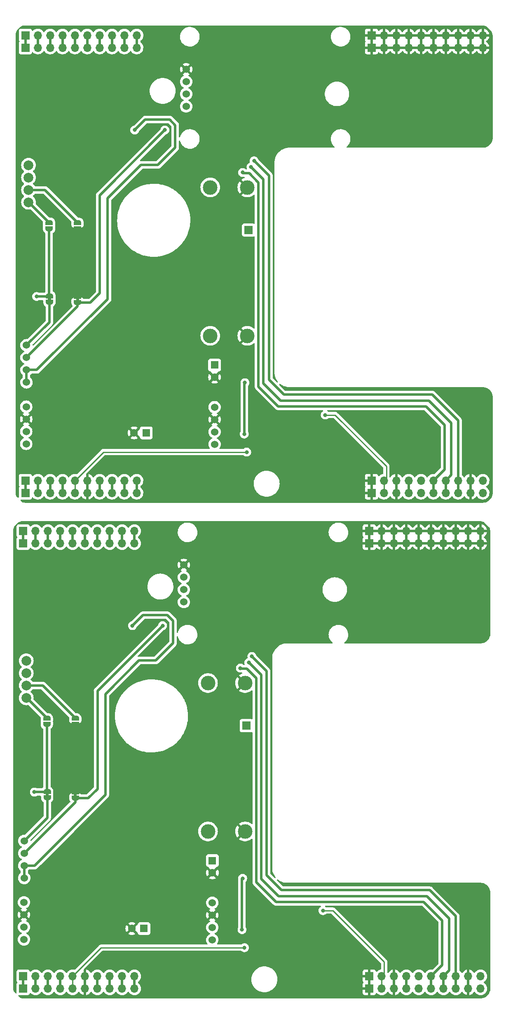
<source format=gbr>
%TF.GenerationSoftware,KiCad,Pcbnew,6.0.7-f9a2dced07~116~ubuntu20.04.1*%
%TF.CreationDate,2022-11-23T13:06:43+01:00*%
%TF.ProjectId,board,626f6172-642e-46b6-9963-61645f706362,rev?*%
%TF.SameCoordinates,Original*%
%TF.FileFunction,Copper,L2,Bot*%
%TF.FilePolarity,Positive*%
%FSLAX46Y46*%
G04 Gerber Fmt 4.6, Leading zero omitted, Abs format (unit mm)*
G04 Created by KiCad (PCBNEW 6.0.7-f9a2dced07~116~ubuntu20.04.1) date 2022-11-23 13:06:43*
%MOMM*%
%LPD*%
G01*
G04 APERTURE LIST*
G04 Aperture macros list*
%AMFreePoly0*
4,1,20,0.000000,0.744959,0.073905,0.744508,0.209726,0.703889,0.328688,0.626782,0.421226,0.519385,0.479903,0.390333,0.500000,0.250000,0.500000,-0.250000,0.499851,-0.262216,0.476331,-0.402017,0.414519,-0.529596,0.319384,-0.634700,0.198574,-0.708877,0.061801,-0.746166,0.000000,-0.745033,0.000000,-0.750000,-0.500000,-0.750000,-0.500000,0.750000,0.000000,0.750000,0.000000,0.744959,
0.000000,0.744959,$1*%
%AMFreePoly1*
4,1,22,0.500000,-0.750000,0.000000,-0.750000,0.000000,-0.745033,-0.079941,-0.743568,-0.215256,-0.701293,-0.333266,-0.622738,-0.424486,-0.514219,-0.481581,-0.384460,-0.499164,-0.250000,-0.500000,-0.250000,-0.500000,0.250000,-0.499164,0.250000,-0.499963,0.256109,-0.478152,0.396186,-0.417904,0.524511,-0.324060,0.630769,-0.204165,0.706417,-0.067858,0.745374,0.000000,0.744959,0.000000,0.750000,
0.500000,0.750000,0.500000,-0.750000,0.500000,-0.750000,$1*%
G04 Aperture macros list end*
%TA.AperFunction,ComponentPad*%
%ADD10R,1.700000X1.700000*%
%TD*%
%TA.AperFunction,ComponentPad*%
%ADD11O,1.700000X1.700000*%
%TD*%
%TA.AperFunction,SMDPad,CuDef*%
%ADD12FreePoly0,270.000000*%
%TD*%
%TA.AperFunction,SMDPad,CuDef*%
%ADD13FreePoly1,270.000000*%
%TD*%
%TA.AperFunction,SMDPad,CuDef*%
%ADD14FreePoly0,90.000000*%
%TD*%
%TA.AperFunction,SMDPad,CuDef*%
%ADD15FreePoly1,90.000000*%
%TD*%
%TA.AperFunction,ComponentPad*%
%ADD16C,1.600000*%
%TD*%
%TA.AperFunction,ComponentPad*%
%ADD17R,1.600000X1.600000*%
%TD*%
%TA.AperFunction,ComponentPad*%
%ADD18C,1.524000*%
%TD*%
%TA.AperFunction,ComponentPad*%
%ADD19C,3.000000*%
%TD*%
%TA.AperFunction,ComponentPad*%
%ADD20C,2.000000*%
%TD*%
%TA.AperFunction,ViaPad*%
%ADD21C,0.800000*%
%TD*%
%TA.AperFunction,Conductor*%
%ADD22C,0.508000*%
%TD*%
%TA.AperFunction,Conductor*%
%ADD23C,0.254000*%
%TD*%
G04 APERTURE END LIST*
%TO.C,JP16*%
G36*
X159569500Y-83777500D02*
G01*
X158969500Y-83777500D01*
X158969500Y-83277500D01*
X159569500Y-83277500D01*
X159569500Y-83777500D01*
G37*
%TO.C,JP15*%
G36*
X153779500Y-83687500D02*
G01*
X153179500Y-83687500D01*
X153179500Y-83187500D01*
X153779500Y-83187500D01*
X153779500Y-83687500D01*
G37*
G36*
X153316000Y-185480000D02*
G01*
X152716000Y-185480000D01*
X152716000Y-184980000D01*
X153316000Y-184980000D01*
X153316000Y-185480000D01*
G37*
%TO.C,JP16*%
G36*
X159106000Y-185570000D02*
G01*
X158506000Y-185570000D01*
X158506000Y-185070000D01*
X159106000Y-185070000D01*
X159106000Y-185570000D01*
G37*
%TD*%
D10*
%TO.P,J18,1,Pin_1*%
%TO.N,GND2*%
X219202000Y-222504000D03*
D11*
%TO.P,J18,2,Pin_2*%
%TO.N,+3.3VA*%
X221742000Y-222504000D03*
%TO.P,J18,3,Pin_3*%
%TO.N,GND2*%
X224282000Y-222504000D03*
%TO.P,J18,4,Pin_4*%
%TO.N,+5VA*%
X226822000Y-222504000D03*
%TO.P,J18,5,Pin_5*%
%TO.N,AFE-3.5V_shield2*%
X229362000Y-222504000D03*
%TO.P,J18,6,Pin_6*%
%TO.N,Battery_+_shield2*%
X231902000Y-222504000D03*
%TO.P,J18,7,Pin_7*%
%TO.N,V_IN-_shield2*%
X234442000Y-222504000D03*
%TO.P,J18,8,Pin_8*%
%TO.N,V_IN+_shield2*%
X236982000Y-222504000D03*
%TO.P,J18,9,Pin_9*%
%TO.N,GND2*%
X239522000Y-222504000D03*
%TO.P,J18,10,Pin_10*%
%TO.N,OPC-N3-5V_shield2*%
X242062000Y-222504000D03*
%TD*%
D12*
%TO.P,JP13,2,B*%
%TO.N,GND2*%
X159259500Y-69027500D03*
D13*
%TO.P,JP13,1,A*%
%TO.N,Net-(U4-Pad3)*%
X159259500Y-67727500D03*
%TD*%
D12*
%TO.P,JP14,2,B*%
%TO.N,Battery_+_shield2*%
X153409500Y-69017500D03*
D13*
%TO.P,JP14,1,A*%
%TO.N,Net-(U4-Pad4)*%
X153409500Y-67717500D03*
%TD*%
D11*
%TO.P,J19,10,Pin_10*%
%TO.N,unconnected-(J12-Pad10)*%
X171405500Y-120711500D03*
%TO.P,J19,9,Pin_9*%
%TO.N,lora1_shield2*%
X168865500Y-120711500D03*
%TO.P,J19,8,Pin_8*%
%TO.N,lora2_shield2*%
X166325500Y-120711500D03*
%TO.P,J19,7,Pin_7*%
%TO.N,unconnected-(J12-Pad7)*%
X163785500Y-120711500D03*
%TO.P,J19,6,Pin_6*%
%TO.N,GND2*%
X161245500Y-120711500D03*
%TO.P,J19,5,Pin_5*%
%TO.N,5V_en_shield2*%
X158705500Y-120711500D03*
%TO.P,J19,4,Pin_4*%
%TO.N,I2C_SCL_shield2*%
X156165500Y-120711500D03*
%TO.P,J19,3,Pin_3*%
%TO.N,UART_RXD_shield2*%
X153625500Y-120711500D03*
%TO.P,J19,2,Pin_2*%
%TO.N,UART_TXD_shield2*%
X151085500Y-120711500D03*
D10*
%TO.P,J19,1,Pin_1*%
%TO.N,I2C_SDA_shield2*%
X148545500Y-120711500D03*
%TD*%
D14*
%TO.P,JP16,2,B*%
%TO.N,GND2*%
X159269500Y-82877500D03*
D15*
%TO.P,JP16,1,A*%
%TO.N,lead_charger_-*%
X159269500Y-84177500D03*
%TD*%
D13*
%TO.P,JP13,1,A*%
%TO.N,Net-(U4-Pad3)*%
X158796000Y-169520000D03*
D12*
%TO.P,JP13,2,B*%
%TO.N,GND2*%
X158796000Y-170820000D03*
%TD*%
D16*
%TO.P,C5,2*%
%TO.N,GND2*%
X187419500Y-99492388D03*
D17*
%TO.P,C5,1*%
%TO.N,Net-(C16-Pad1)*%
X187419500Y-96992388D03*
%TD*%
D18*
%TO.P,U24,4,OUT+*%
%TO.N,Net-(JP15-Pad1)*%
X148759500Y-92930500D03*
%TO.P,U24,3,GND*%
%TO.N,lead_charger_-*%
X148759500Y-95470500D03*
%TO.P,U24,2,IN+*%
%TO.N,lead_charger_+*%
X148759500Y-98010500D03*
%TO.P,U24,1,EN*%
X148759500Y-100550500D03*
%TD*%
D10*
%TO.P,J26,1,Pin_1*%
%TO.N,5V_en_shield2*%
X194392500Y-69276500D03*
%TD*%
D18*
%TO.P,U25,4,OUT+*%
%TO.N,Net-(JP18-Pad1)*%
X187409500Y-105640500D03*
%TO.P,U25,3,GND*%
%TO.N,GND2*%
X187409500Y-108180500D03*
%TO.P,U25,2,IN+*%
%TO.N,Net-(JP17-Pad1)*%
X187409500Y-110720500D03*
%TO.P,U25,1,EN*%
%TO.N,5V_en_shield2*%
X187409500Y-113260500D03*
%TD*%
D11*
%TO.P,J17,10,Pin_10*%
%TO.N,ADC_OPC-N3_shield2*%
X171405500Y-31811500D03*
%TO.P,J17,9,Pin_9*%
%TO.N,SPI_CS_shield2*%
X168865500Y-31811500D03*
%TO.P,J17,8,Pin_8*%
%TO.N,SPI_MOSI_shield2*%
X166325500Y-31811500D03*
%TO.P,J17,7,Pin_7*%
%TO.N,SPI_MISO_shield2*%
X163785500Y-31811500D03*
%TO.P,J17,6,Pin_6*%
%TO.N,SPI_CSK_shield2*%
X161245500Y-31811500D03*
%TO.P,J17,5,Pin_5*%
%TO.N,ADC_BATT_shield2*%
X158705500Y-31811500D03*
%TO.P,J17,4,Pin_4*%
%TO.N,ADC_AFE_shield2*%
X156165500Y-31811500D03*
%TO.P,J17,3,Pin_3*%
%TO.N,RESET_shield2*%
X153625500Y-31811500D03*
%TO.P,J17,2,Pin_2*%
%TO.N,UART_TX_shield2*%
X151085500Y-31811500D03*
D10*
%TO.P,J17,1,Pin_1*%
%TO.N,UART_RX_shield2*%
X148545500Y-31811500D03*
%TD*%
D19*
%TO.P,U5,4,OUT-*%
%TO.N,GND2*%
X194138500Y-90993500D03*
%TO.P,U5,3,OUT+*%
%TO.N,Net-(U5-Pad3)*%
X186518500Y-90993500D03*
%TO.P,U5,2,IN+*%
%TO.N,Net-(U5-Pad2)*%
X186518500Y-60513500D03*
%TO.P,U5,1,IN-*%
%TO.N,GND2*%
X194138500Y-60513500D03*
%TD*%
D16*
%TO.P,C20,2*%
%TO.N,GND2*%
X170872613Y-110932500D03*
D17*
%TO.P,C20,1*%
%TO.N,Net-(C18-Pad1)*%
X173372613Y-110932500D03*
%TD*%
D11*
%TO.P,J9,10,Pin_10*%
%TO.N,GND2*%
X242525500Y-29271500D03*
%TO.P,J9,9,Pin_9*%
X239985500Y-29271500D03*
%TO.P,J9,8,Pin_8*%
X237445500Y-29271500D03*
%TO.P,J9,7,Pin_7*%
X234905500Y-29271500D03*
%TO.P,J9,6,Pin_6*%
X232365500Y-29271500D03*
%TO.P,J9,5,Pin_5*%
X229825500Y-29271500D03*
%TO.P,J9,4,Pin_4*%
X227285500Y-29271500D03*
%TO.P,J9,3,Pin_3*%
X224745500Y-29271500D03*
%TO.P,J9,2,Pin_2*%
X222205500Y-29271500D03*
D10*
%TO.P,J9,1,Pin_1*%
X219665500Y-29271500D03*
%TD*%
D11*
%TO.P,J18,10,Pin_10*%
%TO.N,OPC-N3-5V_shield2*%
X242525500Y-120711500D03*
%TO.P,J18,9,Pin_9*%
%TO.N,GND2*%
X239985500Y-120711500D03*
%TO.P,J18,8,Pin_8*%
%TO.N,V_IN+_shield2*%
X237445500Y-120711500D03*
%TO.P,J18,7,Pin_7*%
%TO.N,V_IN-_shield2*%
X234905500Y-120711500D03*
%TO.P,J18,6,Pin_6*%
%TO.N,Battery_+_shield2*%
X232365500Y-120711500D03*
%TO.P,J18,5,Pin_5*%
%TO.N,AFE-3.5V_shield2*%
X229825500Y-120711500D03*
%TO.P,J18,4,Pin_4*%
%TO.N,+5VA*%
X227285500Y-120711500D03*
%TO.P,J18,3,Pin_3*%
%TO.N,GND2*%
X224745500Y-120711500D03*
%TO.P,J18,2,Pin_2*%
%TO.N,+3.3VA*%
X222205500Y-120711500D03*
D10*
%TO.P,J18,1,Pin_1*%
%TO.N,GND2*%
X219665500Y-120711500D03*
%TD*%
D14*
%TO.P,JP15,2,B*%
%TO.N,Battery_+_shield2*%
X153479500Y-82787500D03*
D15*
%TO.P,JP15,1,A*%
%TO.N,Net-(JP15-Pad1)*%
X153479500Y-84087500D03*
%TD*%
D10*
%TO.P,J16,1,Pin_1*%
%TO.N,GND2*%
X219202000Y-133604000D03*
D11*
%TO.P,J16,2,Pin_2*%
X221742000Y-133604000D03*
%TO.P,J16,3,Pin_3*%
X224282000Y-133604000D03*
%TO.P,J16,4,Pin_4*%
X226822000Y-133604000D03*
%TO.P,J16,5,Pin_5*%
X229362000Y-133604000D03*
%TO.P,J16,6,Pin_6*%
X231902000Y-133604000D03*
%TO.P,J16,7,Pin_7*%
X234442000Y-133604000D03*
%TO.P,J16,8,Pin_8*%
X236982000Y-133604000D03*
%TO.P,J16,9,Pin_9*%
X239522000Y-133604000D03*
%TO.P,J16,10,Pin_10*%
X242062000Y-133604000D03*
%TD*%
D20*
%TO.P,U4,1,IN+*%
%TO.N,li-ion_charger_+*%
X148717000Y-157734000D03*
%TO.P,U4,2,IN-*%
%TO.N,li-ion_charger_-*%
X148717000Y-160274000D03*
%TO.P,U4,3,OUT+*%
%TO.N,Net-(U4-Pad3)*%
X148717000Y-162814000D03*
%TO.P,U4,4,OUT-*%
%TO.N,Net-(U4-Pad4)*%
X148717000Y-165354000D03*
%TD*%
D18*
%TO.P,U24,1,EN*%
%TO.N,lead_charger_+*%
X148296000Y-202343000D03*
%TO.P,U24,2,IN+*%
X148296000Y-199803000D03*
%TO.P,U24,3,GND*%
%TO.N,lead_charger_-*%
X148296000Y-197263000D03*
%TO.P,U24,4,OUT+*%
%TO.N,Net-(JP15-Pad1)*%
X148296000Y-194723000D03*
%TD*%
D10*
%TO.P,J17,1,Pin_1*%
%TO.N,UART_RX_shield2*%
X148082000Y-133604000D03*
D11*
%TO.P,J17,2,Pin_2*%
%TO.N,UART_TX_shield2*%
X150622000Y-133604000D03*
%TO.P,J17,3,Pin_3*%
%TO.N,RESET_shield2*%
X153162000Y-133604000D03*
%TO.P,J17,4,Pin_4*%
%TO.N,ADC_AFE_shield2*%
X155702000Y-133604000D03*
%TO.P,J17,5,Pin_5*%
%TO.N,ADC_BATT_shield2*%
X158242000Y-133604000D03*
%TO.P,J17,6,Pin_6*%
%TO.N,SPI_CSK_shield2*%
X160782000Y-133604000D03*
%TO.P,J17,7,Pin_7*%
%TO.N,SPI_MISO_shield2*%
X163322000Y-133604000D03*
%TO.P,J17,8,Pin_8*%
%TO.N,SPI_MOSI_shield2*%
X165862000Y-133604000D03*
%TO.P,J17,9,Pin_9*%
%TO.N,SPI_CS_shield2*%
X168402000Y-133604000D03*
%TO.P,J17,10,Pin_10*%
%TO.N,ADC_OPC-N3_shield2*%
X170942000Y-133604000D03*
%TD*%
%TO.P,J11,10,Pin_10*%
%TO.N,OPC-N3-5V_shield2*%
X242525500Y-123251500D03*
%TO.P,J11,9,Pin_9*%
%TO.N,GND2*%
X239985500Y-123251500D03*
%TO.P,J11,8,Pin_8*%
%TO.N,V_IN+_shield2*%
X237445500Y-123251500D03*
%TO.P,J11,7,Pin_7*%
%TO.N,V_IN-_shield2*%
X234905500Y-123251500D03*
%TO.P,J11,6,Pin_6*%
%TO.N,Battery_+_shield2*%
X232365500Y-123251500D03*
%TO.P,J11,5,Pin_5*%
%TO.N,AFE-3.5V_shield2*%
X229825500Y-123251500D03*
%TO.P,J11,4,Pin_4*%
%TO.N,+5VA*%
X227285500Y-123251500D03*
%TO.P,J11,3,Pin_3*%
%TO.N,GND2*%
X224745500Y-123251500D03*
%TO.P,J11,2,Pin_2*%
%TO.N,+3.3VA*%
X222205500Y-123251500D03*
D10*
%TO.P,J11,1,Pin_1*%
%TO.N,GND2*%
X219665500Y-123251500D03*
%TD*%
D11*
%TO.P,J10,10,Pin_10*%
%TO.N,ADC_OPC-N3_shield2*%
X171405500Y-29271500D03*
%TO.P,J10,9,Pin_9*%
%TO.N,SPI_CS_shield2*%
X168865500Y-29271500D03*
%TO.P,J10,8,Pin_8*%
%TO.N,SPI_MOSI_shield2*%
X166325500Y-29271500D03*
%TO.P,J10,7,Pin_7*%
%TO.N,SPI_MISO_shield2*%
X163785500Y-29271500D03*
%TO.P,J10,6,Pin_6*%
%TO.N,SPI_CSK_shield2*%
X161245500Y-29271500D03*
%TO.P,J10,5,Pin_5*%
%TO.N,ADC_BATT_shield2*%
X158705500Y-29271500D03*
%TO.P,J10,4,Pin_4*%
%TO.N,ADC_AFE_shield2*%
X156165500Y-29271500D03*
%TO.P,J10,3,Pin_3*%
%TO.N,RESET_shield2*%
X153625500Y-29271500D03*
%TO.P,J10,2,Pin_2*%
%TO.N,UART_TX_shield2*%
X151085500Y-29271500D03*
D10*
%TO.P,J10,1,Pin_1*%
%TO.N,UART_RX_shield2*%
X148545500Y-29271500D03*
%TD*%
%TO.P,J11,1,Pin_1*%
%TO.N,GND2*%
X219202000Y-225044000D03*
D11*
%TO.P,J11,2,Pin_2*%
%TO.N,+3.3VA*%
X221742000Y-225044000D03*
%TO.P,J11,3,Pin_3*%
%TO.N,GND2*%
X224282000Y-225044000D03*
%TO.P,J11,4,Pin_4*%
%TO.N,+5VA*%
X226822000Y-225044000D03*
%TO.P,J11,5,Pin_5*%
%TO.N,AFE-3.5V_shield2*%
X229362000Y-225044000D03*
%TO.P,J11,6,Pin_6*%
%TO.N,Battery_+_shield2*%
X231902000Y-225044000D03*
%TO.P,J11,7,Pin_7*%
%TO.N,V_IN-_shield2*%
X234442000Y-225044000D03*
%TO.P,J11,8,Pin_8*%
%TO.N,V_IN+_shield2*%
X236982000Y-225044000D03*
%TO.P,J11,9,Pin_9*%
%TO.N,GND2*%
X239522000Y-225044000D03*
%TO.P,J11,10,Pin_10*%
%TO.N,OPC-N3-5V_shield2*%
X242062000Y-225044000D03*
%TD*%
%TO.P,J12,10,Pin_10*%
%TO.N,unconnected-(J12-Pad10)*%
X171405500Y-123251500D03*
%TO.P,J12,9,Pin_9*%
%TO.N,lora1_shield2*%
X168865500Y-123251500D03*
%TO.P,J12,8,Pin_8*%
%TO.N,lora2_shield2*%
X166325500Y-123251500D03*
%TO.P,J12,7,Pin_7*%
%TO.N,unconnected-(J12-Pad7)*%
X163785500Y-123251500D03*
%TO.P,J12,6,Pin_6*%
%TO.N,GND2*%
X161245500Y-123251500D03*
%TO.P,J12,5,Pin_5*%
%TO.N,5V_en_shield2*%
X158705500Y-123251500D03*
%TO.P,J12,4,Pin_4*%
%TO.N,I2C_SCL_shield2*%
X156165500Y-123251500D03*
%TO.P,J12,3,Pin_3*%
%TO.N,UART_RXD_shield2*%
X153625500Y-123251500D03*
%TO.P,J12,2,Pin_2*%
%TO.N,UART_TXD_shield2*%
X151085500Y-123251500D03*
D10*
%TO.P,J12,1,Pin_1*%
%TO.N,I2C_SDA_shield2*%
X148545500Y-123251500D03*
%TD*%
D18*
%TO.P,U23,4,OUT+*%
%TO.N,Net-(JP5-Pad1)*%
X148705500Y-105551500D03*
%TO.P,U23,3,GND*%
%TO.N,GND2*%
X148705500Y-108091500D03*
%TO.P,U23,2,IN+*%
%TO.N,Battery_+_shield2*%
X148705500Y-110631500D03*
%TO.P,U23,1,EN*%
X148705500Y-113171500D03*
%TD*%
%TO.P,U14,4,VCC*%
%TO.N,+3.3VA*%
X181565500Y-43876500D03*
%TO.P,U14,3,RX*%
%TO.N,UART_TX_shield2*%
X181565500Y-41336500D03*
%TO.P,U14,2,TX*%
%TO.N,UART_RX_shield2*%
X181565500Y-38796500D03*
%TO.P,U14,1,GND*%
%TO.N,GND2*%
X181565500Y-36256500D03*
%TD*%
D11*
%TO.P,J16,10,Pin_10*%
%TO.N,GND2*%
X242525500Y-31811500D03*
%TO.P,J16,9,Pin_9*%
X239985500Y-31811500D03*
%TO.P,J16,8,Pin_8*%
X237445500Y-31811500D03*
%TO.P,J16,7,Pin_7*%
X234905500Y-31811500D03*
%TO.P,J16,6,Pin_6*%
X232365500Y-31811500D03*
%TO.P,J16,5,Pin_5*%
X229825500Y-31811500D03*
%TO.P,J16,4,Pin_4*%
X227285500Y-31811500D03*
%TO.P,J16,3,Pin_3*%
X224745500Y-31811500D03*
%TO.P,J16,2,Pin_2*%
X222205500Y-31811500D03*
D10*
%TO.P,J16,1,Pin_1*%
X219665500Y-31811500D03*
%TD*%
D20*
%TO.P,U4,4,OUT-*%
%TO.N,Net-(U4-Pad4)*%
X149180500Y-63561500D03*
%TO.P,U4,3,OUT+*%
%TO.N,Net-(U4-Pad3)*%
X149180500Y-61021500D03*
%TO.P,U4,2,IN-*%
%TO.N,li-ion_charger_-*%
X149180500Y-58481500D03*
%TO.P,U4,1,IN+*%
%TO.N,li-ion_charger_+*%
X149180500Y-55941500D03*
%TD*%
D10*
%TO.P,J12,1,Pin_1*%
%TO.N,I2C_SDA_shield2*%
X148082000Y-225044000D03*
D11*
%TO.P,J12,2,Pin_2*%
%TO.N,UART_TXD_shield2*%
X150622000Y-225044000D03*
%TO.P,J12,3,Pin_3*%
%TO.N,UART_RXD_shield2*%
X153162000Y-225044000D03*
%TO.P,J12,4,Pin_4*%
%TO.N,I2C_SCL_shield2*%
X155702000Y-225044000D03*
%TO.P,J12,5,Pin_5*%
%TO.N,5V_en_shield2*%
X158242000Y-225044000D03*
%TO.P,J12,6,Pin_6*%
%TO.N,GND2*%
X160782000Y-225044000D03*
%TO.P,J12,7,Pin_7*%
%TO.N,unconnected-(J12-Pad7)*%
X163322000Y-225044000D03*
%TO.P,J12,8,Pin_8*%
%TO.N,lora2_shield2*%
X165862000Y-225044000D03*
%TO.P,J12,9,Pin_9*%
%TO.N,lora1_shield2*%
X168402000Y-225044000D03*
%TO.P,J12,10,Pin_10*%
%TO.N,unconnected-(J12-Pad10)*%
X170942000Y-225044000D03*
%TD*%
D18*
%TO.P,U25,1,EN*%
%TO.N,5V_en_shield2*%
X186946000Y-215053000D03*
%TO.P,U25,2,IN+*%
%TO.N,Net-(JP17-Pad1)*%
X186946000Y-212513000D03*
%TO.P,U25,3,GND*%
%TO.N,GND2*%
X186946000Y-209973000D03*
%TO.P,U25,4,OUT+*%
%TO.N,Net-(JP18-Pad1)*%
X186946000Y-207433000D03*
%TD*%
D10*
%TO.P,J10,1,Pin_1*%
%TO.N,UART_RX_shield2*%
X148082000Y-131064000D03*
D11*
%TO.P,J10,2,Pin_2*%
%TO.N,UART_TX_shield2*%
X150622000Y-131064000D03*
%TO.P,J10,3,Pin_3*%
%TO.N,RESET_shield2*%
X153162000Y-131064000D03*
%TO.P,J10,4,Pin_4*%
%TO.N,ADC_AFE_shield2*%
X155702000Y-131064000D03*
%TO.P,J10,5,Pin_5*%
%TO.N,ADC_BATT_shield2*%
X158242000Y-131064000D03*
%TO.P,J10,6,Pin_6*%
%TO.N,SPI_CSK_shield2*%
X160782000Y-131064000D03*
%TO.P,J10,7,Pin_7*%
%TO.N,SPI_MISO_shield2*%
X163322000Y-131064000D03*
%TO.P,J10,8,Pin_8*%
%TO.N,SPI_MOSI_shield2*%
X165862000Y-131064000D03*
%TO.P,J10,9,Pin_9*%
%TO.N,SPI_CS_shield2*%
X168402000Y-131064000D03*
%TO.P,J10,10,Pin_10*%
%TO.N,ADC_OPC-N3_shield2*%
X170942000Y-131064000D03*
%TD*%
D10*
%TO.P,J9,1,Pin_1*%
%TO.N,GND2*%
X219202000Y-131064000D03*
D11*
%TO.P,J9,2,Pin_2*%
X221742000Y-131064000D03*
%TO.P,J9,3,Pin_3*%
X224282000Y-131064000D03*
%TO.P,J9,4,Pin_4*%
X226822000Y-131064000D03*
%TO.P,J9,5,Pin_5*%
X229362000Y-131064000D03*
%TO.P,J9,6,Pin_6*%
X231902000Y-131064000D03*
%TO.P,J9,7,Pin_7*%
X234442000Y-131064000D03*
%TO.P,J9,8,Pin_8*%
X236982000Y-131064000D03*
%TO.P,J9,9,Pin_9*%
X239522000Y-131064000D03*
%TO.P,J9,10,Pin_10*%
X242062000Y-131064000D03*
%TD*%
D18*
%TO.P,U14,1,GND*%
%TO.N,GND2*%
X181102000Y-138049000D03*
%TO.P,U14,2,TX*%
%TO.N,UART_RX_shield2*%
X181102000Y-140589000D03*
%TO.P,U14,3,RX*%
%TO.N,UART_TX_shield2*%
X181102000Y-143129000D03*
%TO.P,U14,4,VCC*%
%TO.N,+3.3VA*%
X181102000Y-145669000D03*
%TD*%
D15*
%TO.P,JP15,1,A*%
%TO.N,Net-(JP15-Pad1)*%
X153016000Y-185880000D03*
D14*
%TO.P,JP15,2,B*%
%TO.N,Battery_+_shield2*%
X153016000Y-184580000D03*
%TD*%
D13*
%TO.P,JP14,1,A*%
%TO.N,Net-(U4-Pad4)*%
X152946000Y-169510000D03*
D12*
%TO.P,JP14,2,B*%
%TO.N,Battery_+_shield2*%
X152946000Y-170810000D03*
%TD*%
D10*
%TO.P,J19,1,Pin_1*%
%TO.N,I2C_SDA_shield2*%
X148082000Y-222504000D03*
D11*
%TO.P,J19,2,Pin_2*%
%TO.N,UART_TXD_shield2*%
X150622000Y-222504000D03*
%TO.P,J19,3,Pin_3*%
%TO.N,UART_RXD_shield2*%
X153162000Y-222504000D03*
%TO.P,J19,4,Pin_4*%
%TO.N,I2C_SCL_shield2*%
X155702000Y-222504000D03*
%TO.P,J19,5,Pin_5*%
%TO.N,5V_en_shield2*%
X158242000Y-222504000D03*
%TO.P,J19,6,Pin_6*%
%TO.N,GND2*%
X160782000Y-222504000D03*
%TO.P,J19,7,Pin_7*%
%TO.N,unconnected-(J12-Pad7)*%
X163322000Y-222504000D03*
%TO.P,J19,8,Pin_8*%
%TO.N,lora2_shield2*%
X165862000Y-222504000D03*
%TO.P,J19,9,Pin_9*%
%TO.N,lora1_shield2*%
X168402000Y-222504000D03*
%TO.P,J19,10,Pin_10*%
%TO.N,unconnected-(J12-Pad10)*%
X170942000Y-222504000D03*
%TD*%
D17*
%TO.P,C20,1*%
%TO.N,Net-(C18-Pad1)*%
X172909113Y-212725000D03*
D16*
%TO.P,C20,2*%
%TO.N,GND2*%
X170409113Y-212725000D03*
%TD*%
D17*
%TO.P,C5,1*%
%TO.N,Net-(C16-Pad1)*%
X186956000Y-198784888D03*
D16*
%TO.P,C5,2*%
%TO.N,GND2*%
X186956000Y-201284888D03*
%TD*%
D19*
%TO.P,U5,1,IN-*%
%TO.N,GND2*%
X193675000Y-162306000D03*
%TO.P,U5,2,IN+*%
%TO.N,Net-(U5-Pad2)*%
X186055000Y-162306000D03*
%TO.P,U5,3,OUT+*%
%TO.N,Net-(U5-Pad3)*%
X186055000Y-192786000D03*
%TO.P,U5,4,OUT-*%
%TO.N,GND2*%
X193675000Y-192786000D03*
%TD*%
D18*
%TO.P,U23,1,EN*%
%TO.N,Battery_+_shield2*%
X148242000Y-214964000D03*
%TO.P,U23,2,IN+*%
X148242000Y-212424000D03*
%TO.P,U23,3,GND*%
%TO.N,GND2*%
X148242000Y-209884000D03*
%TO.P,U23,4,OUT+*%
%TO.N,Net-(JP5-Pad1)*%
X148242000Y-207344000D03*
%TD*%
D15*
%TO.P,JP16,1,A*%
%TO.N,lead_charger_-*%
X158806000Y-185970000D03*
D14*
%TO.P,JP16,2,B*%
%TO.N,GND2*%
X158806000Y-184670000D03*
%TD*%
D10*
%TO.P,J26,1,Pin_1*%
%TO.N,5V_en_shield2*%
X193929000Y-171069000D03*
%TD*%
D21*
%TO.N,Battery_+_shield2*%
X150376000Y-184700000D03*
X150839500Y-82907500D03*
X193169500Y-57447500D03*
%TO.N,lead_charger_+*%
X170999500Y-48737500D03*
%TO.N,lead_charger_-*%
X177199500Y-48737500D03*
%TO.N,Net-(C10-Pad1)*%
X193509500Y-111167500D03*
%TO.N,V_IN+_shield2*%
X195535500Y-55052500D03*
%TO.N,5V_en_shield2*%
X194011500Y-114869500D03*
%TO.N,Net-(C10-Pad1)*%
X193639500Y-100627500D03*
%TO.N,V_IN-_shield2*%
X194900500Y-56322500D03*
%TO.N,+3.3VA*%
X210140500Y-107249500D03*
%TO.N,V_IN-_shield2*%
X194437000Y-158115000D03*
%TO.N,Net-(C10-Pad1)*%
X193046000Y-212960000D03*
%TO.N,5V_en_shield2*%
X193548000Y-216662000D03*
%TO.N,Battery_+_shield2*%
X192706000Y-159240000D03*
%TO.N,Net-(C10-Pad1)*%
X193176000Y-202420000D03*
%TO.N,lead_charger_+*%
X170536000Y-150530000D03*
%TO.N,+3.3VA*%
X209677000Y-209042000D03*
%TO.N,lead_charger_-*%
X176736000Y-150530000D03*
%TO.N,V_IN+_shield2*%
X195072000Y-156845000D03*
%TD*%
D22*
%TO.N,SPI_MISO_shield2*%
X163322000Y-131064000D02*
X163322000Y-133604000D01*
%TO.N,Battery_+_shield2*%
X150376000Y-184700000D02*
X152896000Y-184700000D01*
%TO.N,GND2*%
X160782000Y-222504000D02*
X160782000Y-225044000D01*
%TO.N,UART_RX_shield2*%
X148545500Y-29271500D02*
X148545500Y-31811500D01*
%TO.N,UART_TX_shield2*%
X151085500Y-29271500D02*
X151085500Y-31811500D01*
%TO.N,RESET_shield2*%
X153625500Y-29271500D02*
X153625500Y-31811500D01*
%TO.N,ADC_AFE_shield2*%
X156165500Y-29271500D02*
X156165500Y-31811500D01*
%TO.N,ADC_BATT_shield2*%
X158705500Y-29271500D02*
X158705500Y-31811500D01*
%TO.N,SPI_CSK_shield2*%
X161245500Y-29271500D02*
X161245500Y-31811500D01*
%TO.N,SPI_MISO_shield2*%
X163785500Y-29271500D02*
X163785500Y-31811500D01*
%TO.N,SPI_MOSI_shield2*%
X166325500Y-29271500D02*
X166325500Y-31811500D01*
%TO.N,SPI_CS_shield2*%
X168865500Y-29271500D02*
X168865500Y-31811500D01*
%TO.N,ADC_OPC-N3_shield2*%
X171405500Y-29271500D02*
X171405500Y-31811500D01*
%TO.N,Net-(C10-Pad1)*%
X193046000Y-202550000D02*
X193176000Y-202420000D01*
X193046000Y-212960000D02*
X193046000Y-202550000D01*
%TO.N,unconnected-(J12-Pad7)*%
X163785500Y-120711500D02*
X163785500Y-123251500D01*
%TO.N,Battery_+_shield2*%
X152946000Y-170810000D02*
X152946000Y-184510000D01*
%TO.N,unconnected-(J12-Pad7)*%
X163322000Y-222504000D02*
X163322000Y-225044000D01*
%TO.N,GND2*%
X224745500Y-120711500D02*
X224745500Y-123251500D01*
X219665500Y-120711500D02*
X219665500Y-123251500D01*
X159259500Y-82867500D02*
X159269500Y-82877500D01*
X161245500Y-120711500D02*
X161245500Y-123251500D01*
X159259500Y-69027500D02*
X159259500Y-82867500D01*
D23*
%TO.N,5V_en_shield2*%
X193548000Y-216662000D02*
X164084000Y-216662000D01*
D22*
%TO.N,unconnected-(J12-Pad10)*%
X170942000Y-222504000D02*
X170942000Y-225044000D01*
%TO.N,lora2_shield2*%
X165862000Y-222504000D02*
X165862000Y-225044000D01*
%TO.N,lora1_shield2*%
X168402000Y-222504000D02*
X168402000Y-225044000D01*
%TO.N,Net-(U4-Pad4)*%
X149180500Y-63561500D02*
X149253500Y-63561500D01*
%TO.N,Net-(JP15-Pad1)*%
X153479500Y-84087500D02*
X153479500Y-88210500D01*
X153479500Y-88210500D02*
X148759500Y-92930500D01*
%TO.N,Battery_+_shield2*%
X230841500Y-105471500D02*
X234651500Y-109281500D01*
X153409500Y-69017500D02*
X153409500Y-82717500D01*
X200488500Y-105471500D02*
X230841500Y-105471500D01*
X194519500Y-57592500D02*
X196424500Y-59497500D01*
X234651500Y-109281500D02*
X234651500Y-118425500D01*
X196424500Y-101407500D02*
X200488500Y-105471500D01*
X153409500Y-82717500D02*
X153479500Y-82787500D01*
X193314500Y-57592500D02*
X194519500Y-57592500D01*
X193169500Y-57447500D02*
X193314500Y-57592500D01*
X150839500Y-82907500D02*
X153359500Y-82907500D01*
X196424500Y-59497500D02*
X196424500Y-101407500D01*
X232365500Y-120711500D02*
X232365500Y-123251500D01*
X234651500Y-118425500D02*
X232365500Y-120711500D01*
X153359500Y-82907500D02*
X153479500Y-82787500D01*
%TO.N,I2C_SDA_shield2*%
X148545500Y-123251500D02*
X148545500Y-120711500D01*
%TO.N,UART_TXD_shield2*%
X151085500Y-120711500D02*
X151085500Y-123251500D01*
%TO.N,UART_RXD_shield2*%
X153625500Y-120711500D02*
X153625500Y-123251500D01*
%TO.N,GND2*%
X224282000Y-222504000D02*
X224282000Y-225044000D01*
%TO.N,Battery_+_shield2*%
X194056000Y-159385000D02*
X195961000Y-161290000D01*
%TO.N,SPI_CSK_shield2*%
X160782000Y-131064000D02*
X160782000Y-133604000D01*
%TO.N,lead_charger_+*%
X173159500Y-46577500D02*
X178189500Y-46577500D01*
X172309500Y-55897500D02*
X165419500Y-62787500D01*
X179339500Y-52317500D02*
X175759500Y-55897500D01*
X148759500Y-100550500D02*
X148759500Y-98010500D01*
X178189500Y-46577500D02*
X179339500Y-47727500D01*
X175759500Y-55897500D02*
X172309500Y-55897500D01*
X165419500Y-62787500D02*
X165419500Y-83467500D01*
X165419500Y-83467500D02*
X150876500Y-98010500D01*
X150876500Y-98010500D02*
X148759500Y-98010500D01*
X179339500Y-47727500D02*
X179339500Y-52317500D01*
X170999500Y-48737500D02*
X173159500Y-46577500D01*
%TO.N,lead_charger_-*%
X177199500Y-48737500D02*
X163809500Y-62127500D01*
X159269500Y-84177500D02*
X159269500Y-84960500D01*
X161889500Y-84177500D02*
X159269500Y-84177500D01*
X163809500Y-82257500D02*
X161889500Y-84177500D01*
X163809500Y-62127500D02*
X163809500Y-82257500D01*
X159269500Y-84960500D02*
X148759500Y-95470500D01*
%TO.N,Net-(U4-Pad3)*%
X149180500Y-61021500D02*
X152553500Y-61021500D01*
X152553500Y-61021500D02*
X159259500Y-67727500D01*
%TO.N,Net-(U4-Pad4)*%
X149253500Y-63561500D02*
X153409500Y-67717500D01*
%TO.N,GND2*%
X219202000Y-222504000D02*
X219202000Y-225044000D01*
%TO.N,UART_RXD_shield2*%
X153162000Y-222504000D02*
X153162000Y-225044000D01*
%TO.N,SPI_CS_shield2*%
X168402000Y-131064000D02*
X168402000Y-133604000D01*
%TO.N,Net-(U4-Pad4)*%
X148717000Y-165354000D02*
X148790000Y-165354000D01*
%TO.N,Net-(C10-Pad1)*%
X193509500Y-100757500D02*
X193639500Y-100627500D01*
X193509500Y-111167500D02*
X193509500Y-100757500D01*
%TO.N,Battery_+_shield2*%
X195961000Y-203200000D02*
X200025000Y-207264000D01*
%TO.N,SPI_MOSI_shield2*%
X165862000Y-131064000D02*
X165862000Y-133604000D01*
%TO.N,V_IN-_shield2*%
X235585000Y-221361000D02*
X235585000Y-210693000D01*
X234442000Y-222504000D02*
X234442000Y-225044000D01*
%TO.N,ADC_BATT_shield2*%
X158242000Y-131064000D02*
X158242000Y-133604000D01*
%TO.N,V_IN+_shield2*%
X232111500Y-103058500D02*
X237445500Y-108392500D01*
X198583500Y-100010500D02*
X201631500Y-103058500D01*
X237445500Y-120711500D02*
X237445500Y-123251500D01*
X237445500Y-108392500D02*
X237445500Y-120711500D01*
X201631500Y-103058500D02*
X232111500Y-103058500D01*
X195535500Y-55052500D02*
X198583500Y-58100500D01*
X198583500Y-58100500D02*
X198583500Y-100010500D01*
%TO.N,I2C_SCL_shield2*%
X156165500Y-120711500D02*
X156165500Y-123251500D01*
D23*
%TO.N,5V_en_shield2*%
X158705500Y-120711500D02*
X158705500Y-123251500D01*
X164547500Y-114869500D02*
X158705500Y-120711500D01*
X194011500Y-114869500D02*
X164547500Y-114869500D01*
D22*
%TO.N,unconnected-(J12-Pad10)*%
X171405500Y-120711500D02*
X171405500Y-123251500D01*
%TO.N,lora2_shield2*%
X166325500Y-120711500D02*
X166325500Y-123251500D01*
%TO.N,lora1_shield2*%
X168865500Y-120711500D02*
X168865500Y-123251500D01*
%TO.N,V_IN-_shield2*%
X197440500Y-58862500D02*
X194900500Y-56322500D01*
X231476500Y-104328500D02*
X200996500Y-104328500D01*
X234905500Y-120711500D02*
X236048500Y-119568500D01*
X236048500Y-108900500D02*
X231476500Y-104328500D01*
X197440500Y-100772500D02*
X197440500Y-58862500D01*
X200996500Y-104328500D02*
X197440500Y-100772500D01*
X236048500Y-119568500D02*
X236048500Y-108900500D01*
X234905500Y-120711500D02*
X234905500Y-123251500D01*
D23*
%TO.N,+3.3VA*%
X222713500Y-117790500D02*
X222713500Y-120203500D01*
X212172500Y-107249500D02*
X222713500Y-117790500D01*
X210140500Y-107249500D02*
X212172500Y-107249500D01*
X222205500Y-120711500D02*
X222205500Y-123251500D01*
X222713500Y-120203500D02*
X222205500Y-120711500D01*
D22*
%TO.N,+5VA*%
X227285500Y-120711500D02*
X227285500Y-123251500D01*
%TO.N,Net-(JP15-Pad1)*%
X153016000Y-190003000D02*
X148296000Y-194723000D01*
%TO.N,GND2*%
X158796000Y-170820000D02*
X158796000Y-184660000D01*
%TO.N,Battery_+_shield2*%
X152896000Y-184700000D02*
X153016000Y-184580000D01*
%TO.N,RESET_shield2*%
X153162000Y-131064000D02*
X153162000Y-133604000D01*
%TO.N,Battery_+_shield2*%
X152946000Y-184510000D02*
X153016000Y-184580000D01*
%TO.N,ADC_OPC-N3_shield2*%
X170942000Y-131064000D02*
X170942000Y-133604000D01*
%TO.N,V_IN-_shield2*%
X196977000Y-160655000D02*
X194437000Y-158115000D01*
X231013000Y-206121000D02*
X200533000Y-206121000D01*
X234442000Y-222504000D02*
X235585000Y-221361000D01*
X235585000Y-210693000D02*
X231013000Y-206121000D01*
X196977000Y-202565000D02*
X196977000Y-160655000D01*
X200533000Y-206121000D02*
X196977000Y-202565000D01*
%TO.N,V_IN+_shield2*%
X231648000Y-204851000D02*
X236982000Y-210185000D01*
X198120000Y-201803000D02*
X201168000Y-204851000D01*
X236982000Y-222504000D02*
X236982000Y-225044000D01*
%TO.N,UART_TX_shield2*%
X150622000Y-131064000D02*
X150622000Y-133604000D01*
D23*
%TO.N,5V_en_shield2*%
X158242000Y-222504000D02*
X158242000Y-225044000D01*
X164084000Y-216662000D02*
X158242000Y-222504000D01*
D22*
%TO.N,I2C_SCL_shield2*%
X155702000Y-222504000D02*
X155702000Y-225044000D01*
%TO.N,Battery_+_shield2*%
X234188000Y-220218000D02*
X231902000Y-222504000D01*
%TO.N,UART_RX_shield2*%
X148082000Y-131064000D02*
X148082000Y-133604000D01*
%TO.N,Battery_+_shield2*%
X195961000Y-161290000D02*
X195961000Y-203200000D01*
X200025000Y-207264000D02*
X230378000Y-207264000D01*
%TO.N,Net-(JP15-Pad1)*%
X153016000Y-185880000D02*
X153016000Y-190003000D01*
%TO.N,UART_TXD_shield2*%
X150622000Y-222504000D02*
X150622000Y-225044000D01*
%TO.N,ADC_AFE_shield2*%
X155702000Y-131064000D02*
X155702000Y-133604000D01*
%TO.N,Battery_+_shield2*%
X231902000Y-222504000D02*
X231902000Y-225044000D01*
%TO.N,lead_charger_+*%
X175296000Y-157690000D02*
X171846000Y-157690000D01*
X164956000Y-164580000D02*
X164956000Y-185260000D01*
X164956000Y-185260000D02*
X150413000Y-199803000D01*
X150413000Y-199803000D02*
X148296000Y-199803000D01*
X178876000Y-149520000D02*
X178876000Y-154110000D01*
X170536000Y-150530000D02*
X172696000Y-148370000D01*
X172696000Y-148370000D02*
X177726000Y-148370000D01*
X171846000Y-157690000D02*
X164956000Y-164580000D01*
X178876000Y-154110000D02*
X175296000Y-157690000D01*
X148296000Y-202343000D02*
X148296000Y-199803000D01*
X177726000Y-148370000D02*
X178876000Y-149520000D01*
D23*
%TO.N,+3.3VA*%
X222250000Y-219583000D02*
X222250000Y-221996000D01*
X211709000Y-209042000D02*
X222250000Y-219583000D01*
X209677000Y-209042000D02*
X211709000Y-209042000D01*
X221742000Y-222504000D02*
X221742000Y-225044000D01*
X222250000Y-221996000D02*
X221742000Y-222504000D01*
D22*
%TO.N,+5VA*%
X226822000Y-222504000D02*
X226822000Y-225044000D01*
%TO.N,Battery_+_shield2*%
X192851000Y-159385000D02*
X194056000Y-159385000D01*
%TO.N,lead_charger_-*%
X158806000Y-186753000D02*
X148296000Y-197263000D01*
%TO.N,Net-(U4-Pad3)*%
X148717000Y-162814000D02*
X152090000Y-162814000D01*
X152090000Y-162814000D02*
X158796000Y-169520000D01*
%TO.N,Net-(U4-Pad4)*%
X148790000Y-165354000D02*
X152946000Y-169510000D01*
%TO.N,lead_charger_-*%
X176736000Y-150530000D02*
X163346000Y-163920000D01*
X158806000Y-185970000D02*
X158806000Y-186753000D01*
X161426000Y-185970000D02*
X158806000Y-185970000D01*
X163346000Y-184050000D02*
X161426000Y-185970000D01*
X163346000Y-163920000D02*
X163346000Y-184050000D01*
%TO.N,I2C_SDA_shield2*%
X148082000Y-225044000D02*
X148082000Y-222504000D01*
%TO.N,V_IN+_shield2*%
X236982000Y-210185000D02*
X236982000Y-222504000D01*
X201168000Y-204851000D02*
X231648000Y-204851000D01*
X195072000Y-156845000D02*
X198120000Y-159893000D01*
X198120000Y-159893000D02*
X198120000Y-201803000D01*
%TO.N,Battery_+_shield2*%
X192706000Y-159240000D02*
X192851000Y-159385000D01*
X234188000Y-211074000D02*
X234188000Y-220218000D01*
X230378000Y-207264000D02*
X234188000Y-211074000D01*
%TO.N,GND2*%
X158796000Y-184660000D02*
X158806000Y-184670000D01*
%TD*%
%TA.AperFunction,Conductor*%
%TO.N,GND2*%
G36*
X242241518Y-27241500D02*
G01*
X242256351Y-27243810D01*
X242256355Y-27243810D01*
X242265224Y-27245191D01*
X242282423Y-27242942D01*
X242306363Y-27242109D01*
X242539380Y-27256204D01*
X242554484Y-27258038D01*
X242810958Y-27305038D01*
X242825731Y-27308679D01*
X243074680Y-27386255D01*
X243088898Y-27391647D01*
X243243771Y-27461350D01*
X243281154Y-27487154D01*
X244309846Y-28515846D01*
X244335650Y-28553229D01*
X244371143Y-28632090D01*
X244405351Y-28708098D01*
X244410745Y-28722320D01*
X244478652Y-28940241D01*
X244488321Y-28971269D01*
X244491962Y-28986042D01*
X244538962Y-29242516D01*
X244540796Y-29257621D01*
X244554453Y-29483405D01*
X244553192Y-29510216D01*
X244553190Y-29510352D01*
X244551809Y-29519224D01*
X244552973Y-29528126D01*
X244552973Y-29528128D01*
X244554271Y-29538052D01*
X244554979Y-29543462D01*
X244555936Y-29550783D01*
X244557000Y-29567121D01*
X244557000Y-50286080D01*
X244555499Y-50305467D01*
X244551809Y-50329163D01*
X244552973Y-50338066D01*
X244553939Y-50345454D01*
X244554732Y-50370029D01*
X244546171Y-50500627D01*
X244540157Y-50592361D01*
X244538007Y-50608694D01*
X244505410Y-50772561D01*
X244489381Y-50853138D01*
X244485117Y-50869049D01*
X244405005Y-51105047D01*
X244398698Y-51120273D01*
X244288468Y-51343796D01*
X244280228Y-51358068D01*
X244217238Y-51452340D01*
X244201570Y-51471430D01*
X243661430Y-52011570D01*
X243642338Y-52027239D01*
X243548101Y-52090208D01*
X243533829Y-52098449D01*
X243310311Y-52208682D01*
X243295085Y-52214989D01*
X243166670Y-52258584D01*
X243121367Y-52273964D01*
X243059093Y-52295105D01*
X243043175Y-52299370D01*
X243017321Y-52304514D01*
X242798747Y-52347998D01*
X242782408Y-52350150D01*
X242678959Y-52356935D01*
X242567466Y-52364247D01*
X242543328Y-52363172D01*
X242540628Y-52363139D01*
X242531756Y-52361758D01*
X242500202Y-52365885D01*
X242483863Y-52366949D01*
X214642248Y-52366949D01*
X214574127Y-52346947D01*
X214527634Y-52293291D01*
X214517530Y-52223017D01*
X214547024Y-52158437D01*
X214568187Y-52139013D01*
X214606129Y-52111447D01*
X214606132Y-52111444D01*
X214609692Y-52108858D01*
X214682481Y-52038567D01*
X214808587Y-51916787D01*
X214811752Y-51913731D01*
X214984688Y-51692382D01*
X214986884Y-51688578D01*
X214986889Y-51688571D01*
X215122935Y-51452931D01*
X215125136Y-51449119D01*
X215230362Y-51188676D01*
X215264044Y-51053587D01*
X215297253Y-50920393D01*
X215297254Y-50920388D01*
X215298317Y-50916124D01*
X215327678Y-50636767D01*
X215326698Y-50608702D01*
X215318029Y-50360439D01*
X215318028Y-50360433D01*
X215317875Y-50356042D01*
X215316009Y-50345454D01*
X215269860Y-50083736D01*
X215269098Y-50079413D01*
X215182297Y-49812265D01*
X215059160Y-49559798D01*
X215056705Y-49556159D01*
X215056702Y-49556153D01*
X214959102Y-49411455D01*
X214902085Y-49326924D01*
X214714129Y-49118178D01*
X214498950Y-48937621D01*
X214260736Y-48788769D01*
X214004125Y-48674518D01*
X213734110Y-48597093D01*
X213729760Y-48596482D01*
X213729757Y-48596481D01*
X213588045Y-48576565D01*
X213455948Y-48558000D01*
X213245354Y-48558000D01*
X213243168Y-48558153D01*
X213243164Y-48558153D01*
X213039673Y-48572382D01*
X213039668Y-48572383D01*
X213035288Y-48572689D01*
X212760530Y-48631091D01*
X212756401Y-48632594D01*
X212756397Y-48632595D01*
X212500719Y-48725654D01*
X212500715Y-48725656D01*
X212496574Y-48727163D01*
X212248558Y-48859036D01*
X212244999Y-48861622D01*
X212244997Y-48861623D01*
X212125293Y-48948593D01*
X212021308Y-49024142D01*
X211819248Y-49219269D01*
X211735139Y-49326924D01*
X211669097Y-49411455D01*
X211646312Y-49440618D01*
X211644116Y-49444422D01*
X211644111Y-49444429D01*
X211552209Y-49603609D01*
X211505864Y-49683881D01*
X211400638Y-49944324D01*
X211399573Y-49948597D01*
X211399572Y-49948599D01*
X211365879Y-50083736D01*
X211332683Y-50216876D01*
X211332224Y-50221244D01*
X211332223Y-50221249D01*
X211319169Y-50345454D01*
X211303322Y-50496233D01*
X211303475Y-50500621D01*
X211303475Y-50500627D01*
X211306967Y-50600606D01*
X211313125Y-50776958D01*
X211313887Y-50781281D01*
X211313888Y-50781288D01*
X211337664Y-50916124D01*
X211361902Y-51053587D01*
X211448703Y-51320735D01*
X211450631Y-51324688D01*
X211450633Y-51324693D01*
X211505813Y-51437828D01*
X211571840Y-51573202D01*
X211574295Y-51576841D01*
X211574298Y-51576847D01*
X211647390Y-51685210D01*
X211728915Y-51806076D01*
X211916871Y-52014822D01*
X211920233Y-52017643D01*
X211920234Y-52017644D01*
X212071328Y-52144427D01*
X212110655Y-52203537D01*
X212111781Y-52274525D01*
X212074350Y-52334852D01*
X212010245Y-52365366D01*
X211990337Y-52366949D01*
X202827750Y-52366949D01*
X202806845Y-52365203D01*
X202791844Y-52362679D01*
X202791841Y-52362679D01*
X202787052Y-52361873D01*
X202780776Y-52361797D01*
X202779359Y-52361779D01*
X202779356Y-52361779D01*
X202774500Y-52361720D01*
X202769140Y-52362488D01*
X202757877Y-52363587D01*
X202455404Y-52379439D01*
X202452164Y-52379952D01*
X202452156Y-52379953D01*
X202212941Y-52417842D01*
X202139804Y-52429426D01*
X201831158Y-52512129D01*
X201828074Y-52513313D01*
X201535936Y-52625455D01*
X201535932Y-52625457D01*
X201532847Y-52626641D01*
X201478370Y-52654399D01*
X201251082Y-52770209D01*
X201251075Y-52770213D01*
X201248141Y-52771708D01*
X200980158Y-52945741D01*
X200731835Y-53146832D01*
X200505893Y-53372779D01*
X200304806Y-53621106D01*
X200130778Y-53889092D01*
X199985717Y-54173801D01*
X199984540Y-54176867D01*
X199984537Y-54176874D01*
X199881012Y-54446577D01*
X199871210Y-54472114D01*
X199788514Y-54780761D01*
X199765236Y-54927748D01*
X199746141Y-55048325D01*
X199738533Y-55096362D01*
X199738361Y-55099646D01*
X199738360Y-55099655D01*
X199723551Y-55382326D01*
X199721980Y-55396625D01*
X199721732Y-55398098D01*
X199721731Y-55398108D01*
X199720924Y-55402907D01*
X199720771Y-55415459D01*
X199721460Y-55420267D01*
X199721460Y-55420272D01*
X199724727Y-55443079D01*
X199726000Y-55460944D01*
X199726000Y-98437133D01*
X199724500Y-98456518D01*
X199722190Y-98471351D01*
X199722190Y-98471355D01*
X199720809Y-98480224D01*
X199721941Y-98488878D01*
X199721970Y-98489430D01*
X199721950Y-98491066D01*
X199722198Y-98493777D01*
X199737324Y-98782405D01*
X199738539Y-98805592D01*
X199739054Y-98808843D01*
X199768582Y-98995276D01*
X199788524Y-99121189D01*
X199871225Y-99429831D01*
X199985734Y-99728138D01*
X200130798Y-100012842D01*
X200304827Y-100280823D01*
X200306903Y-100283387D01*
X200306912Y-100283399D01*
X200378311Y-100371569D01*
X200405637Y-100437096D01*
X200393197Y-100506994D01*
X200344943Y-100559071D01*
X200276194Y-100576793D01*
X200208777Y-100554533D01*
X200191296Y-100539958D01*
X199382905Y-99731567D01*
X199348879Y-99669255D01*
X199346000Y-99642472D01*
X199346000Y-58167876D01*
X199347433Y-58148926D01*
X199349624Y-58134527D01*
X199349624Y-58134521D01*
X199350724Y-58127292D01*
X199346415Y-58074317D01*
X199346000Y-58064102D01*
X199346000Y-58055975D01*
X199342689Y-58027576D01*
X199342260Y-58023236D01*
X199341893Y-58018718D01*
X199336309Y-57950074D01*
X199334053Y-57943112D01*
X199332857Y-57937124D01*
X199331449Y-57931167D01*
X199330601Y-57923893D01*
X199328103Y-57917011D01*
X199328102Y-57917007D01*
X199305555Y-57854893D01*
X199304145Y-57850789D01*
X199281513Y-57780925D01*
X199277713Y-57774662D01*
X199275175Y-57769120D01*
X199272433Y-57763644D01*
X199269934Y-57756759D01*
X199229685Y-57695368D01*
X199227370Y-57691700D01*
X199189273Y-57628919D01*
X199181833Y-57620495D01*
X199181862Y-57620469D01*
X199179262Y-57617538D01*
X199176458Y-57614184D01*
X199172446Y-57608065D01*
X199115913Y-57554511D01*
X199113472Y-57552134D01*
X196452903Y-54891565D01*
X196422165Y-54841407D01*
X196372068Y-54687226D01*
X196370027Y-54680944D01*
X196274540Y-54515556D01*
X196232661Y-54469044D01*
X196151175Y-54378545D01*
X196151174Y-54378544D01*
X196146753Y-54373634D01*
X195992252Y-54261382D01*
X195986224Y-54258698D01*
X195986222Y-54258697D01*
X195823819Y-54186391D01*
X195823818Y-54186391D01*
X195817788Y-54183706D01*
X195724388Y-54163853D01*
X195637444Y-54145372D01*
X195637439Y-54145372D01*
X195630987Y-54144000D01*
X195440013Y-54144000D01*
X195433561Y-54145372D01*
X195433556Y-54145372D01*
X195346612Y-54163853D01*
X195253212Y-54183706D01*
X195247182Y-54186391D01*
X195247181Y-54186391D01*
X195084778Y-54258697D01*
X195084776Y-54258698D01*
X195078748Y-54261382D01*
X194924247Y-54373634D01*
X194919826Y-54378544D01*
X194919825Y-54378545D01*
X194838340Y-54469044D01*
X194796460Y-54515556D01*
X194700973Y-54680944D01*
X194641958Y-54862572D01*
X194641268Y-54869133D01*
X194641268Y-54869135D01*
X194639113Y-54889641D01*
X194621996Y-55052500D01*
X194622686Y-55059065D01*
X194634997Y-55176194D01*
X194641958Y-55242428D01*
X194647379Y-55259111D01*
X194663871Y-55309870D01*
X194665898Y-55380838D01*
X194629236Y-55441636D01*
X194595286Y-55463913D01*
X194449781Y-55528695D01*
X194449774Y-55528699D01*
X194443748Y-55531382D01*
X194289247Y-55643634D01*
X194161460Y-55785556D01*
X194158159Y-55791274D01*
X194071426Y-55941500D01*
X194065973Y-55950944D01*
X194006958Y-56132572D01*
X193986996Y-56322500D01*
X193987686Y-56329065D01*
X194004944Y-56493262D01*
X194006958Y-56512428D01*
X194056443Y-56664724D01*
X194056553Y-56665063D01*
X194058581Y-56736031D01*
X194021918Y-56796829D01*
X193958206Y-56828155D01*
X193936720Y-56830000D01*
X193892105Y-56830000D01*
X193823984Y-56809998D01*
X193798473Y-56788315D01*
X193780753Y-56768634D01*
X193678106Y-56694056D01*
X193631594Y-56660263D01*
X193631593Y-56660262D01*
X193626252Y-56656382D01*
X193620224Y-56653698D01*
X193620222Y-56653697D01*
X193457819Y-56581391D01*
X193457818Y-56581391D01*
X193451788Y-56578706D01*
X193358387Y-56558853D01*
X193271444Y-56540372D01*
X193271439Y-56540372D01*
X193264987Y-56539000D01*
X193074013Y-56539000D01*
X193067561Y-56540372D01*
X193067556Y-56540372D01*
X192980612Y-56558853D01*
X192887212Y-56578706D01*
X192881182Y-56581391D01*
X192881181Y-56581391D01*
X192718778Y-56653697D01*
X192718776Y-56653698D01*
X192712748Y-56656382D01*
X192707407Y-56660262D01*
X192707406Y-56660263D01*
X192660894Y-56694056D01*
X192558247Y-56768634D01*
X192430460Y-56910556D01*
X192334973Y-57075944D01*
X192275958Y-57257572D01*
X192255996Y-57447500D01*
X192256686Y-57454065D01*
X192275064Y-57628919D01*
X192275958Y-57637428D01*
X192334973Y-57819056D01*
X192338276Y-57824778D01*
X192338277Y-57824779D01*
X192372186Y-57883510D01*
X192430460Y-57984444D01*
X192558247Y-58126366D01*
X192712748Y-58238618D01*
X192718776Y-58241302D01*
X192718778Y-58241303D01*
X192726608Y-58244789D01*
X192887212Y-58316294D01*
X192980612Y-58336147D01*
X193067556Y-58354628D01*
X193067561Y-58354628D01*
X193074013Y-58356000D01*
X193237275Y-58356000D01*
X193241656Y-58356195D01*
X193246256Y-58357152D01*
X193253574Y-58356954D01*
X193253575Y-58356954D01*
X193324077Y-58355046D01*
X193327486Y-58355000D01*
X193480729Y-58355000D01*
X193548850Y-58375002D01*
X193595343Y-58428658D01*
X193605447Y-58498932D01*
X193575953Y-58563512D01*
X193513977Y-58602534D01*
X193480738Y-58611627D01*
X193472643Y-58614446D01*
X193228699Y-58718497D01*
X193221077Y-58722381D01*
X192993513Y-58858575D01*
X192986481Y-58863462D01*
X192923553Y-58913877D01*
X192915084Y-58926000D01*
X192921480Y-58937270D01*
X194408615Y-60424405D01*
X194442641Y-60486717D01*
X194437576Y-60557532D01*
X194408615Y-60602595D01*
X192921410Y-62089800D01*
X192914118Y-62103154D01*
X192921173Y-62113127D01*
X192952179Y-62139051D01*
X192959098Y-62144079D01*
X193183772Y-62285015D01*
X193191307Y-62289056D01*
X193433020Y-62398194D01*
X193441051Y-62401180D01*
X193695332Y-62476502D01*
X193703684Y-62478369D01*
X193965840Y-62518484D01*
X193974374Y-62519200D01*
X194239545Y-62523367D01*
X194248096Y-62522918D01*
X194511383Y-62491057D01*
X194519784Y-62489455D01*
X194776324Y-62422153D01*
X194784426Y-62419426D01*
X195029449Y-62317934D01*
X195037117Y-62314128D01*
X195266098Y-62180322D01*
X195273179Y-62175509D01*
X195458254Y-62030393D01*
X195524202Y-62004101D01*
X195593897Y-62017636D01*
X195645209Y-62066703D01*
X195662000Y-62129547D01*
X195662000Y-67859307D01*
X195641998Y-67927428D01*
X195588342Y-67973921D01*
X195518068Y-67984025D01*
X195489699Y-67974567D01*
X195489205Y-67975885D01*
X195352816Y-67924755D01*
X195290634Y-67918000D01*
X193494366Y-67918000D01*
X193432184Y-67924755D01*
X193295795Y-67975885D01*
X193179239Y-68063239D01*
X193091885Y-68179795D01*
X193040755Y-68316184D01*
X193034000Y-68378366D01*
X193034000Y-70174634D01*
X193040755Y-70236816D01*
X193091885Y-70373205D01*
X193179239Y-70489761D01*
X193295795Y-70577115D01*
X193432184Y-70628245D01*
X193494366Y-70635000D01*
X195290634Y-70635000D01*
X195352816Y-70628245D01*
X195489205Y-70577115D01*
X195490264Y-70579940D01*
X195544860Y-70568005D01*
X195611406Y-70592748D01*
X195654011Y-70649540D01*
X195662000Y-70693693D01*
X195662000Y-89379625D01*
X195641998Y-89447746D01*
X195588342Y-89494239D01*
X195518068Y-89504343D01*
X195456194Y-89477129D01*
X195307733Y-89355615D01*
X195300761Y-89350660D01*
X195074622Y-89212082D01*
X195067052Y-89208124D01*
X194824204Y-89101522D01*
X194816144Y-89098620D01*
X194561092Y-89025967D01*
X194552714Y-89024185D01*
X194290156Y-88986818D01*
X194281611Y-88986191D01*
X194016408Y-88984802D01*
X194007874Y-88985339D01*
X193744933Y-89019956D01*
X193736535Y-89021649D01*
X193480738Y-89091627D01*
X193472643Y-89094446D01*
X193228699Y-89198497D01*
X193221077Y-89202381D01*
X192993513Y-89338575D01*
X192986481Y-89343462D01*
X192923553Y-89393877D01*
X192915084Y-89406000D01*
X192921480Y-89417270D01*
X194408615Y-90904405D01*
X194442641Y-90966717D01*
X194437576Y-91037532D01*
X194408615Y-91082595D01*
X192921410Y-92569800D01*
X192914118Y-92583154D01*
X192921173Y-92593127D01*
X192952179Y-92619051D01*
X192959098Y-92624079D01*
X193183772Y-92765015D01*
X193191307Y-92769056D01*
X193433020Y-92878194D01*
X193441051Y-92881180D01*
X193695332Y-92956502D01*
X193703684Y-92958369D01*
X193965840Y-92998484D01*
X193974374Y-92999200D01*
X194239545Y-93003367D01*
X194248096Y-93002918D01*
X194511383Y-92971057D01*
X194519784Y-92969455D01*
X194776324Y-92902153D01*
X194784426Y-92899426D01*
X195029449Y-92797934D01*
X195037117Y-92794128D01*
X195266098Y-92660322D01*
X195273179Y-92655509D01*
X195458254Y-92510393D01*
X195524202Y-92484101D01*
X195593897Y-92497636D01*
X195645209Y-92546703D01*
X195662000Y-92609547D01*
X195662000Y-101340124D01*
X195660567Y-101359074D01*
X195658376Y-101373473D01*
X195658376Y-101373479D01*
X195657276Y-101380708D01*
X195657869Y-101388000D01*
X195657869Y-101388003D01*
X195661585Y-101433683D01*
X195662000Y-101443898D01*
X195662000Y-101452025D01*
X195665311Y-101480424D01*
X195665738Y-101484744D01*
X195671691Y-101557926D01*
X195673947Y-101564888D01*
X195675143Y-101570876D01*
X195676551Y-101576833D01*
X195677399Y-101584107D01*
X195679897Y-101590989D01*
X195679898Y-101590993D01*
X195702445Y-101653107D01*
X195703855Y-101657211D01*
X195726487Y-101727075D01*
X195730287Y-101733338D01*
X195732825Y-101738880D01*
X195735567Y-101744356D01*
X195738066Y-101751241D01*
X195742081Y-101757365D01*
X195778315Y-101812632D01*
X195780630Y-101816300D01*
X195818727Y-101879081D01*
X195822441Y-101883286D01*
X195822443Y-101883289D01*
X195826167Y-101887505D01*
X195826138Y-101887531D01*
X195828738Y-101890462D01*
X195831542Y-101893816D01*
X195835554Y-101899935D01*
X195840866Y-101904967D01*
X195892086Y-101953488D01*
X195894528Y-101955866D01*
X199901690Y-105963028D01*
X199914077Y-105977441D01*
X199927046Y-105995064D01*
X199932629Y-105999807D01*
X199967555Y-106029479D01*
X199975071Y-106036409D01*
X199980815Y-106042153D01*
X199983689Y-106044427D01*
X199983696Y-106044433D01*
X200003211Y-106059872D01*
X200006615Y-106062663D01*
X200056972Y-106105445D01*
X200056976Y-106105448D01*
X200062551Y-106110184D01*
X200069068Y-106113512D01*
X200074132Y-106116889D01*
X200079356Y-106120116D01*
X200085100Y-106124660D01*
X200151604Y-106155742D01*
X200155501Y-106157647D01*
X200220904Y-106191043D01*
X200228018Y-106192783D01*
X200233760Y-106194919D01*
X200239551Y-106196846D01*
X200246180Y-106199944D01*
X200318069Y-106214897D01*
X200322335Y-106215863D01*
X200393612Y-106233304D01*
X200399214Y-106233652D01*
X200399217Y-106233652D01*
X200404830Y-106234000D01*
X200404828Y-106234039D01*
X200408729Y-106234272D01*
X200413088Y-106234661D01*
X200420256Y-106236152D01*
X200427573Y-106235954D01*
X200498077Y-106234046D01*
X200501486Y-106234000D01*
X209604795Y-106234000D01*
X209672916Y-106254002D01*
X209719409Y-106307658D01*
X209729513Y-106377932D01*
X209700019Y-106442512D01*
X209678856Y-106461936D01*
X209620695Y-106504193D01*
X209529247Y-106570634D01*
X209524826Y-106575544D01*
X209524825Y-106575545D01*
X209405940Y-106707581D01*
X209401460Y-106712556D01*
X209368624Y-106769429D01*
X209318633Y-106856017D01*
X209305973Y-106877944D01*
X209246958Y-107059572D01*
X209246268Y-107066133D01*
X209246268Y-107066135D01*
X209241689Y-107109707D01*
X209226996Y-107249500D01*
X209227686Y-107256065D01*
X209243204Y-107403707D01*
X209246958Y-107439428D01*
X209305973Y-107621056D01*
X209401460Y-107786444D01*
X209405878Y-107791351D01*
X209405879Y-107791352D01*
X209428037Y-107815961D01*
X209529247Y-107928366D01*
X209683748Y-108040618D01*
X209689776Y-108043302D01*
X209689778Y-108043303D01*
X209852181Y-108115609D01*
X209858212Y-108118294D01*
X209951612Y-108138147D01*
X210038556Y-108156628D01*
X210038561Y-108156628D01*
X210045013Y-108158000D01*
X210235987Y-108158000D01*
X210242439Y-108156628D01*
X210242444Y-108156628D01*
X210329388Y-108138147D01*
X210422788Y-108118294D01*
X210428819Y-108115609D01*
X210591222Y-108043303D01*
X210591224Y-108043302D01*
X210597252Y-108040618D01*
X210673051Y-107985547D01*
X210730171Y-107944046D01*
X210751753Y-107928366D01*
X210756168Y-107923463D01*
X210761080Y-107919040D01*
X210762721Y-107920862D01*
X210813710Y-107889450D01*
X210846899Y-107885000D01*
X211857078Y-107885000D01*
X211925199Y-107905002D01*
X211946173Y-107921905D01*
X222041095Y-118016827D01*
X222075121Y-118079139D01*
X222078000Y-118105922D01*
X222078000Y-119248439D01*
X222057998Y-119316560D01*
X222004342Y-119363053D01*
X221971060Y-119372989D01*
X221943892Y-119377146D01*
X221894701Y-119384673D01*
X221894700Y-119384673D01*
X221889591Y-119385455D01*
X221677256Y-119454857D01*
X221479107Y-119558007D01*
X221474974Y-119561110D01*
X221474971Y-119561112D01*
X221391950Y-119623446D01*
X221300465Y-119692135D01*
X221296893Y-119695873D01*
X221219398Y-119776966D01*
X221157874Y-119812395D01*
X221086962Y-119808938D01*
X221029176Y-119767692D01*
X221010323Y-119734144D01*
X220968824Y-119623446D01*
X220960286Y-119607851D01*
X220883785Y-119505776D01*
X220871224Y-119493215D01*
X220769149Y-119416714D01*
X220753554Y-119408176D01*
X220633106Y-119363022D01*
X220617851Y-119359395D01*
X220566986Y-119353869D01*
X220560172Y-119353500D01*
X219937615Y-119353500D01*
X219922376Y-119357975D01*
X219921171Y-119359365D01*
X219919500Y-119367048D01*
X219919500Y-124591384D01*
X219923975Y-124606623D01*
X219925365Y-124607828D01*
X219933048Y-124609499D01*
X220560169Y-124609499D01*
X220566990Y-124609129D01*
X220617852Y-124603605D01*
X220633104Y-124599979D01*
X220753554Y-124554824D01*
X220769149Y-124546286D01*
X220871224Y-124469785D01*
X220883785Y-124457224D01*
X220960286Y-124355149D01*
X220968824Y-124339554D01*
X221009725Y-124230452D01*
X221052367Y-124173688D01*
X221118928Y-124148988D01*
X221188277Y-124164196D01*
X221222944Y-124192184D01*
X221248365Y-124221531D01*
X221248369Y-124221535D01*
X221251750Y-124225438D01*
X221423626Y-124368132D01*
X221616500Y-124480838D01*
X221825192Y-124560530D01*
X221830260Y-124561561D01*
X221830263Y-124561562D01*
X221925362Y-124580910D01*
X222044097Y-124605067D01*
X222049272Y-124605257D01*
X222049274Y-124605257D01*
X222262173Y-124613064D01*
X222262177Y-124613064D01*
X222267337Y-124613253D01*
X222272457Y-124612597D01*
X222272459Y-124612597D01*
X222483788Y-124585525D01*
X222483789Y-124585525D01*
X222488916Y-124584868D01*
X222493866Y-124583383D01*
X222697929Y-124522161D01*
X222697934Y-124522159D01*
X222702884Y-124520674D01*
X222903494Y-124422396D01*
X223085360Y-124292673D01*
X223134782Y-124243424D01*
X223181437Y-124196931D01*
X223243596Y-124134989D01*
X223332380Y-124011433D01*
X223373953Y-123953577D01*
X223375140Y-123954430D01*
X223422460Y-123910862D01*
X223492397Y-123898645D01*
X223557838Y-123926178D01*
X223585666Y-123958011D01*
X223643194Y-124051888D01*
X223649277Y-124060199D01*
X223788713Y-124221167D01*
X223796080Y-124228383D01*
X223959934Y-124364416D01*
X223968381Y-124370331D01*
X224152256Y-124477779D01*
X224161542Y-124482229D01*
X224360501Y-124558203D01*
X224370399Y-124561079D01*
X224473750Y-124582106D01*
X224487799Y-124580910D01*
X224491500Y-124570565D01*
X224491500Y-119394602D01*
X224487582Y-119381258D01*
X224473306Y-119379271D01*
X224434824Y-119385160D01*
X224424788Y-119387551D01*
X224222368Y-119453712D01*
X224212859Y-119457709D01*
X224023963Y-119556042D01*
X224015238Y-119561536D01*
X223844933Y-119689405D01*
X223837226Y-119696248D01*
X223690090Y-119850217D01*
X223683609Y-119858222D01*
X223579088Y-120011442D01*
X223524177Y-120056444D01*
X223453652Y-120064615D01*
X223389905Y-120033361D01*
X223353175Y-119972603D01*
X223349000Y-119940437D01*
X223349000Y-117869520D01*
X223349530Y-117858286D01*
X223351208Y-117850781D01*
X223349062Y-117782488D01*
X223349000Y-117778531D01*
X223349000Y-117750517D01*
X223348492Y-117746496D01*
X223347558Y-117734644D01*
X223346414Y-117698218D01*
X223346414Y-117698217D01*
X223346165Y-117690295D01*
X223340487Y-117670751D01*
X223336477Y-117651388D01*
X223334920Y-117639060D01*
X223334920Y-117639058D01*
X223333927Y-117631201D01*
X223331011Y-117623837D01*
X223331010Y-117623832D01*
X223317593Y-117589944D01*
X223313748Y-117578715D01*
X223303580Y-117543719D01*
X223301369Y-117536107D01*
X223291010Y-117518591D01*
X223282313Y-117500841D01*
X223274819Y-117481912D01*
X223248740Y-117446017D01*
X223242222Y-117436095D01*
X223223670Y-117404724D01*
X223223666Y-117404719D01*
X223219634Y-117397901D01*
X223205247Y-117383514D01*
X223192406Y-117368480D01*
X223185102Y-117358427D01*
X223180442Y-117352013D01*
X223146250Y-117323727D01*
X223137471Y-117315738D01*
X212677750Y-106856017D01*
X212670174Y-106847691D01*
X212666053Y-106841197D01*
X212616234Y-106794414D01*
X212613393Y-106791660D01*
X212593594Y-106771861D01*
X212590469Y-106769437D01*
X212590460Y-106769429D01*
X212590374Y-106769363D01*
X212581349Y-106761655D01*
X212549006Y-106731283D01*
X212531169Y-106721477D01*
X212514653Y-106710627D01*
X212498567Y-106698150D01*
X212457834Y-106680524D01*
X212447186Y-106675307D01*
X212435558Y-106668915D01*
X212408303Y-106653931D01*
X212400628Y-106651960D01*
X212400622Y-106651958D01*
X212388589Y-106648869D01*
X212369887Y-106642466D01*
X212351208Y-106634383D01*
X212317372Y-106629024D01*
X212307373Y-106627440D01*
X212295760Y-106625035D01*
X212252782Y-106614000D01*
X212232435Y-106614000D01*
X212212724Y-106612449D01*
X212200450Y-106610505D01*
X212192621Y-106609265D01*
X212184729Y-106610011D01*
X212148444Y-106613441D01*
X212136586Y-106614000D01*
X210846899Y-106614000D01*
X210778778Y-106593998D01*
X210761592Y-106579391D01*
X210761080Y-106579960D01*
X210756168Y-106575537D01*
X210751753Y-106570634D01*
X210688365Y-106524580D01*
X210602144Y-106461936D01*
X210558790Y-106405713D01*
X210552715Y-106334977D01*
X210585847Y-106272186D01*
X210647667Y-106237274D01*
X210676205Y-106234000D01*
X230473472Y-106234000D01*
X230541593Y-106254002D01*
X230562567Y-106270905D01*
X233852095Y-109560433D01*
X233886121Y-109622745D01*
X233889000Y-109649528D01*
X233889000Y-118057473D01*
X233868998Y-118125594D01*
X233852095Y-118146568D01*
X232667995Y-119330667D01*
X232605683Y-119364693D01*
X232556808Y-119365620D01*
X232493784Y-119354394D01*
X232419952Y-119353492D01*
X232275581Y-119351728D01*
X232275579Y-119351728D01*
X232270411Y-119351665D01*
X232049591Y-119385455D01*
X231837256Y-119454857D01*
X231639107Y-119558007D01*
X231634974Y-119561110D01*
X231634971Y-119561112D01*
X231551950Y-119623446D01*
X231460465Y-119692135D01*
X231456893Y-119695873D01*
X231349229Y-119808537D01*
X231306129Y-119853638D01*
X231198701Y-120011121D01*
X231143793Y-120056121D01*
X231073268Y-120064292D01*
X231009521Y-120033038D01*
X230988824Y-120008554D01*
X230908322Y-119884117D01*
X230908320Y-119884114D01*
X230905514Y-119879777D01*
X230755170Y-119714551D01*
X230751119Y-119711352D01*
X230751115Y-119711348D01*
X230583914Y-119579300D01*
X230583910Y-119579298D01*
X230579859Y-119576098D01*
X230543528Y-119556042D01*
X230452470Y-119505776D01*
X230384289Y-119468138D01*
X230379420Y-119466414D01*
X230379416Y-119466412D01*
X230178587Y-119395295D01*
X230178583Y-119395294D01*
X230173712Y-119393569D01*
X230168619Y-119392662D01*
X230168616Y-119392661D01*
X229958873Y-119355300D01*
X229958867Y-119355299D01*
X229953784Y-119354394D01*
X229879952Y-119353492D01*
X229735581Y-119351728D01*
X229735579Y-119351728D01*
X229730411Y-119351665D01*
X229509591Y-119385455D01*
X229297256Y-119454857D01*
X229099107Y-119558007D01*
X229094974Y-119561110D01*
X229094971Y-119561112D01*
X229011950Y-119623446D01*
X228920465Y-119692135D01*
X228916893Y-119695873D01*
X228809229Y-119808537D01*
X228766129Y-119853638D01*
X228658701Y-120011121D01*
X228603793Y-120056121D01*
X228533268Y-120064292D01*
X228469521Y-120033038D01*
X228448824Y-120008554D01*
X228368322Y-119884117D01*
X228368320Y-119884114D01*
X228365514Y-119879777D01*
X228215170Y-119714551D01*
X228211119Y-119711352D01*
X228211115Y-119711348D01*
X228043914Y-119579300D01*
X228043910Y-119579298D01*
X228039859Y-119576098D01*
X228003528Y-119556042D01*
X227912470Y-119505776D01*
X227844289Y-119468138D01*
X227839420Y-119466414D01*
X227839416Y-119466412D01*
X227638587Y-119395295D01*
X227638583Y-119395294D01*
X227633712Y-119393569D01*
X227628619Y-119392662D01*
X227628616Y-119392661D01*
X227418873Y-119355300D01*
X227418867Y-119355299D01*
X227413784Y-119354394D01*
X227339952Y-119353492D01*
X227195581Y-119351728D01*
X227195579Y-119351728D01*
X227190411Y-119351665D01*
X226969591Y-119385455D01*
X226757256Y-119454857D01*
X226559107Y-119558007D01*
X226554974Y-119561110D01*
X226554971Y-119561112D01*
X226471950Y-119623446D01*
X226380465Y-119692135D01*
X226376893Y-119695873D01*
X226269229Y-119808537D01*
X226226129Y-119853638D01*
X226223220Y-119857903D01*
X226223214Y-119857911D01*
X226205338Y-119884117D01*
X226118483Y-120011442D01*
X226118398Y-120011566D01*
X226063487Y-120056569D01*
X225992962Y-120064740D01*
X225929215Y-120033486D01*
X225908518Y-120009002D01*
X225827926Y-119884426D01*
X225821636Y-119876257D01*
X225678306Y-119718740D01*
X225670773Y-119711715D01*
X225503639Y-119579722D01*
X225495052Y-119574017D01*
X225308617Y-119471099D01*
X225299205Y-119466869D01*
X225098459Y-119395780D01*
X225088488Y-119393146D01*
X225017337Y-119380472D01*
X225004040Y-119381932D01*
X224999500Y-119396489D01*
X224999500Y-124570017D01*
X225003564Y-124583859D01*
X225016978Y-124585893D01*
X225023684Y-124585034D01*
X225033762Y-124582892D01*
X225237755Y-124521691D01*
X225247342Y-124517933D01*
X225438595Y-124424239D01*
X225447445Y-124418964D01*
X225620828Y-124295292D01*
X225628700Y-124288639D01*
X225779552Y-124138312D01*
X225786230Y-124130465D01*
X225913522Y-123953319D01*
X225914779Y-123954222D01*
X225961873Y-123910862D01*
X226031811Y-123898645D01*
X226097251Y-123926178D01*
X226125079Y-123958011D01*
X226185487Y-124056588D01*
X226331750Y-124225438D01*
X226503626Y-124368132D01*
X226696500Y-124480838D01*
X226905192Y-124560530D01*
X226910260Y-124561561D01*
X226910263Y-124561562D01*
X227005362Y-124580910D01*
X227124097Y-124605067D01*
X227129272Y-124605257D01*
X227129274Y-124605257D01*
X227342173Y-124613064D01*
X227342177Y-124613064D01*
X227347337Y-124613253D01*
X227352457Y-124612597D01*
X227352459Y-124612597D01*
X227563788Y-124585525D01*
X227563789Y-124585525D01*
X227568916Y-124584868D01*
X227573866Y-124583383D01*
X227777929Y-124522161D01*
X227777934Y-124522159D01*
X227782884Y-124520674D01*
X227983494Y-124422396D01*
X228165360Y-124292673D01*
X228214782Y-124243424D01*
X228261437Y-124196931D01*
X228323596Y-124134989D01*
X228412380Y-124011433D01*
X228453953Y-123953577D01*
X228455276Y-123954528D01*
X228502145Y-123911357D01*
X228572080Y-123899125D01*
X228637526Y-123926644D01*
X228665375Y-123958494D01*
X228725487Y-124056588D01*
X228871750Y-124225438D01*
X229043626Y-124368132D01*
X229236500Y-124480838D01*
X229445192Y-124560530D01*
X229450260Y-124561561D01*
X229450263Y-124561562D01*
X229545362Y-124580910D01*
X229664097Y-124605067D01*
X229669272Y-124605257D01*
X229669274Y-124605257D01*
X229882173Y-124613064D01*
X229882177Y-124613064D01*
X229887337Y-124613253D01*
X229892457Y-124612597D01*
X229892459Y-124612597D01*
X230103788Y-124585525D01*
X230103789Y-124585525D01*
X230108916Y-124584868D01*
X230113866Y-124583383D01*
X230317929Y-124522161D01*
X230317934Y-124522159D01*
X230322884Y-124520674D01*
X230523494Y-124422396D01*
X230705360Y-124292673D01*
X230754782Y-124243424D01*
X230801437Y-124196931D01*
X230863596Y-124134989D01*
X230952380Y-124011433D01*
X230993953Y-123953577D01*
X230995276Y-123954528D01*
X231042145Y-123911357D01*
X231112080Y-123899125D01*
X231177526Y-123926644D01*
X231205375Y-123958494D01*
X231265487Y-124056588D01*
X231411750Y-124225438D01*
X231583626Y-124368132D01*
X231776500Y-124480838D01*
X231985192Y-124560530D01*
X231990260Y-124561561D01*
X231990263Y-124561562D01*
X232085362Y-124580910D01*
X232204097Y-124605067D01*
X232209272Y-124605257D01*
X232209274Y-124605257D01*
X232422173Y-124613064D01*
X232422177Y-124613064D01*
X232427337Y-124613253D01*
X232432457Y-124612597D01*
X232432459Y-124612597D01*
X232643788Y-124585525D01*
X232643789Y-124585525D01*
X232648916Y-124584868D01*
X232653866Y-124583383D01*
X232857929Y-124522161D01*
X232857934Y-124522159D01*
X232862884Y-124520674D01*
X233063494Y-124422396D01*
X233245360Y-124292673D01*
X233294782Y-124243424D01*
X233341437Y-124196931D01*
X233403596Y-124134989D01*
X233492380Y-124011433D01*
X233533953Y-123953577D01*
X233535276Y-123954528D01*
X233582145Y-123911357D01*
X233652080Y-123899125D01*
X233717526Y-123926644D01*
X233745375Y-123958494D01*
X233805487Y-124056588D01*
X233951750Y-124225438D01*
X234123626Y-124368132D01*
X234316500Y-124480838D01*
X234525192Y-124560530D01*
X234530260Y-124561561D01*
X234530263Y-124561562D01*
X234625362Y-124580910D01*
X234744097Y-124605067D01*
X234749272Y-124605257D01*
X234749274Y-124605257D01*
X234962173Y-124613064D01*
X234962177Y-124613064D01*
X234967337Y-124613253D01*
X234972457Y-124612597D01*
X234972459Y-124612597D01*
X235183788Y-124585525D01*
X235183789Y-124585525D01*
X235188916Y-124584868D01*
X235193866Y-124583383D01*
X235397929Y-124522161D01*
X235397934Y-124522159D01*
X235402884Y-124520674D01*
X235603494Y-124422396D01*
X235785360Y-124292673D01*
X235834782Y-124243424D01*
X235881437Y-124196931D01*
X235943596Y-124134989D01*
X236032380Y-124011433D01*
X236073953Y-123953577D01*
X236075276Y-123954528D01*
X236122145Y-123911357D01*
X236192080Y-123899125D01*
X236257526Y-123926644D01*
X236285375Y-123958494D01*
X236345487Y-124056588D01*
X236491750Y-124225438D01*
X236663626Y-124368132D01*
X236856500Y-124480838D01*
X237065192Y-124560530D01*
X237070260Y-124561561D01*
X237070263Y-124561562D01*
X237165362Y-124580910D01*
X237284097Y-124605067D01*
X237289272Y-124605257D01*
X237289274Y-124605257D01*
X237502173Y-124613064D01*
X237502177Y-124613064D01*
X237507337Y-124613253D01*
X237512457Y-124612597D01*
X237512459Y-124612597D01*
X237723788Y-124585525D01*
X237723789Y-124585525D01*
X237728916Y-124584868D01*
X237733866Y-124583383D01*
X237937929Y-124522161D01*
X237937934Y-124522159D01*
X237942884Y-124520674D01*
X238143494Y-124422396D01*
X238325360Y-124292673D01*
X238374782Y-124243424D01*
X238421437Y-124196931D01*
X238483596Y-124134989D01*
X238572380Y-124011433D01*
X238613953Y-123953577D01*
X238615140Y-123954430D01*
X238662460Y-123910862D01*
X238732397Y-123898645D01*
X238797838Y-123926178D01*
X238825666Y-123958011D01*
X238883194Y-124051888D01*
X238889277Y-124060199D01*
X239028713Y-124221167D01*
X239036080Y-124228383D01*
X239199934Y-124364416D01*
X239208381Y-124370331D01*
X239392256Y-124477779D01*
X239401542Y-124482229D01*
X239600501Y-124558203D01*
X239610399Y-124561079D01*
X239713750Y-124582106D01*
X239727799Y-124580910D01*
X239731500Y-124570565D01*
X239731500Y-124570017D01*
X240239500Y-124570017D01*
X240243564Y-124583859D01*
X240256978Y-124585893D01*
X240263684Y-124585034D01*
X240273762Y-124582892D01*
X240477755Y-124521691D01*
X240487342Y-124517933D01*
X240678595Y-124424239D01*
X240687445Y-124418964D01*
X240860828Y-124295292D01*
X240868700Y-124288639D01*
X241019552Y-124138312D01*
X241026230Y-124130465D01*
X241153522Y-123953319D01*
X241154779Y-123954222D01*
X241201873Y-123910862D01*
X241271811Y-123898645D01*
X241337251Y-123926178D01*
X241365079Y-123958011D01*
X241425487Y-124056588D01*
X241571750Y-124225438D01*
X241743626Y-124368132D01*
X241936500Y-124480838D01*
X242145192Y-124560530D01*
X242150260Y-124561561D01*
X242150263Y-124561562D01*
X242245362Y-124580910D01*
X242364097Y-124605067D01*
X242369272Y-124605257D01*
X242369274Y-124605257D01*
X242582173Y-124613064D01*
X242582177Y-124613064D01*
X242587337Y-124613253D01*
X242592457Y-124612597D01*
X242592459Y-124612597D01*
X242803788Y-124585525D01*
X242803789Y-124585525D01*
X242808916Y-124584868D01*
X242813866Y-124583383D01*
X243017929Y-124522161D01*
X243017934Y-124522159D01*
X243022884Y-124520674D01*
X243223494Y-124422396D01*
X243405360Y-124292673D01*
X243454782Y-124243424D01*
X243501437Y-124196931D01*
X243563596Y-124134989D01*
X243652380Y-124011433D01*
X243690935Y-123957777D01*
X243693953Y-123953577D01*
X243707495Y-123926178D01*
X243790636Y-123757953D01*
X243790637Y-123757951D01*
X243792930Y-123753311D01*
X243839798Y-123599050D01*
X243856365Y-123544523D01*
X243856365Y-123544521D01*
X243857870Y-123539569D01*
X243887029Y-123318090D01*
X243887905Y-123282245D01*
X243888574Y-123254865D01*
X243888574Y-123254861D01*
X243888656Y-123251500D01*
X243870352Y-123028861D01*
X243815931Y-122812202D01*
X243726854Y-122607340D01*
X243605514Y-122419777D01*
X243455170Y-122254551D01*
X243451119Y-122251352D01*
X243451115Y-122251348D01*
X243283914Y-122119300D01*
X243283910Y-122119298D01*
X243279859Y-122116098D01*
X243238553Y-122093296D01*
X243188584Y-122042864D01*
X243173812Y-121973421D01*
X243198928Y-121907016D01*
X243226280Y-121880409D01*
X243292522Y-121833159D01*
X243405360Y-121752673D01*
X243416106Y-121741965D01*
X243524330Y-121634118D01*
X243563596Y-121594989D01*
X243693953Y-121413577D01*
X243707495Y-121386178D01*
X243790636Y-121217953D01*
X243790637Y-121217951D01*
X243792930Y-121213311D01*
X243829504Y-121092933D01*
X243856365Y-121004523D01*
X243856365Y-121004521D01*
X243857870Y-120999569D01*
X243887029Y-120778090D01*
X243887175Y-120772127D01*
X243888574Y-120714865D01*
X243888574Y-120714861D01*
X243888656Y-120711500D01*
X243870352Y-120488861D01*
X243815931Y-120272202D01*
X243726854Y-120067340D01*
X243605514Y-119879777D01*
X243455170Y-119714551D01*
X243451119Y-119711352D01*
X243451115Y-119711348D01*
X243283914Y-119579300D01*
X243283910Y-119579298D01*
X243279859Y-119576098D01*
X243243528Y-119556042D01*
X243152470Y-119505776D01*
X243084289Y-119468138D01*
X243079420Y-119466414D01*
X243079416Y-119466412D01*
X242878587Y-119395295D01*
X242878583Y-119395294D01*
X242873712Y-119393569D01*
X242868619Y-119392662D01*
X242868616Y-119392661D01*
X242658873Y-119355300D01*
X242658867Y-119355299D01*
X242653784Y-119354394D01*
X242579952Y-119353492D01*
X242435581Y-119351728D01*
X242435579Y-119351728D01*
X242430411Y-119351665D01*
X242209591Y-119385455D01*
X241997256Y-119454857D01*
X241799107Y-119558007D01*
X241794974Y-119561110D01*
X241794971Y-119561112D01*
X241711950Y-119623446D01*
X241620465Y-119692135D01*
X241616893Y-119695873D01*
X241509229Y-119808537D01*
X241466129Y-119853638D01*
X241463220Y-119857903D01*
X241463214Y-119857911D01*
X241445338Y-119884117D01*
X241358483Y-120011442D01*
X241358398Y-120011566D01*
X241303487Y-120056569D01*
X241232962Y-120064740D01*
X241169215Y-120033486D01*
X241148518Y-120009002D01*
X241067926Y-119884426D01*
X241061636Y-119876257D01*
X240918306Y-119718740D01*
X240910773Y-119711715D01*
X240743639Y-119579722D01*
X240735052Y-119574017D01*
X240548617Y-119471099D01*
X240539205Y-119466869D01*
X240338459Y-119395780D01*
X240328488Y-119393146D01*
X240257337Y-119380472D01*
X240244040Y-119381932D01*
X240239500Y-119396489D01*
X240239500Y-124570017D01*
X239731500Y-124570017D01*
X239731500Y-119394602D01*
X239727582Y-119381258D01*
X239713306Y-119379271D01*
X239674824Y-119385160D01*
X239664788Y-119387551D01*
X239462368Y-119453712D01*
X239452859Y-119457709D01*
X239263963Y-119556042D01*
X239255238Y-119561536D01*
X239084933Y-119689405D01*
X239077226Y-119696248D01*
X238930090Y-119850217D01*
X238923609Y-119858222D01*
X238818998Y-120011574D01*
X238764087Y-120056576D01*
X238693562Y-120064747D01*
X238629815Y-120033493D01*
X238609118Y-120009009D01*
X238528322Y-119884117D01*
X238528320Y-119884114D01*
X238525514Y-119879777D01*
X238375170Y-119714551D01*
X238371115Y-119711348D01*
X238259504Y-119623203D01*
X238255907Y-119620362D01*
X238214845Y-119562444D01*
X238208000Y-119521480D01*
X238208000Y-108459868D01*
X238209433Y-108440917D01*
X238211623Y-108426524D01*
X238211623Y-108426522D01*
X238212723Y-108419292D01*
X238208415Y-108366325D01*
X238208000Y-108356111D01*
X238208000Y-108347975D01*
X238204686Y-108319556D01*
X238204257Y-108315211D01*
X238203622Y-108307396D01*
X238198309Y-108242074D01*
X238196052Y-108235107D01*
X238194853Y-108229107D01*
X238193449Y-108223167D01*
X238192601Y-108215893D01*
X238190103Y-108209011D01*
X238190102Y-108209007D01*
X238167555Y-108146893D01*
X238166145Y-108142789D01*
X238143513Y-108072925D01*
X238139713Y-108066662D01*
X238137175Y-108061120D01*
X238134433Y-108055644D01*
X238131934Y-108048759D01*
X238091685Y-107987368D01*
X238089370Y-107983700D01*
X238051273Y-107920919D01*
X238047557Y-107916712D01*
X238047554Y-107916708D01*
X238043832Y-107912495D01*
X238043862Y-107912469D01*
X238041264Y-107909541D01*
X238038460Y-107906187D01*
X238034446Y-107900065D01*
X237977894Y-107846493D01*
X237975453Y-107844116D01*
X232698310Y-102566972D01*
X232685923Y-102552559D01*
X232677295Y-102540835D01*
X232672954Y-102534936D01*
X232632445Y-102500521D01*
X232624929Y-102493591D01*
X232619185Y-102487847D01*
X232616311Y-102485573D01*
X232616304Y-102485567D01*
X232596789Y-102470128D01*
X232593385Y-102467337D01*
X232543028Y-102424555D01*
X232543024Y-102424552D01*
X232537449Y-102419816D01*
X232530932Y-102416488D01*
X232525868Y-102413111D01*
X232520644Y-102409884D01*
X232514900Y-102405340D01*
X232488609Y-102393052D01*
X232448418Y-102374268D01*
X232444467Y-102372337D01*
X232385617Y-102342287D01*
X232379096Y-102338957D01*
X232371981Y-102337216D01*
X232366235Y-102335079D01*
X232360452Y-102333155D01*
X232353821Y-102330056D01*
X232281943Y-102315106D01*
X232277671Y-102314139D01*
X232206388Y-102296696D01*
X232200789Y-102296349D01*
X232200785Y-102296348D01*
X232195170Y-102296000D01*
X232195172Y-102295961D01*
X232191271Y-102295728D01*
X232186912Y-102295339D01*
X232179744Y-102293848D01*
X232172427Y-102294046D01*
X232101923Y-102295954D01*
X232098514Y-102296000D01*
X201999528Y-102296000D01*
X201931407Y-102275998D01*
X201910433Y-102259095D01*
X200721042Y-101069704D01*
X200687016Y-101007392D01*
X200692081Y-100936577D01*
X200734628Y-100879741D01*
X200801148Y-100854930D01*
X200870522Y-100870021D01*
X200889431Y-100882689D01*
X200977601Y-100954088D01*
X200977613Y-100954097D01*
X200980177Y-100956173D01*
X201248158Y-101130202D01*
X201532862Y-101275266D01*
X201678406Y-101331135D01*
X201826553Y-101388003D01*
X201831169Y-101389775D01*
X202139811Y-101472476D01*
X202143061Y-101472991D01*
X202143067Y-101472992D01*
X202376834Y-101510016D01*
X202455408Y-101522461D01*
X202458691Y-101522633D01*
X202458700Y-101522634D01*
X202603253Y-101530209D01*
X202741372Y-101537448D01*
X202755683Y-101539022D01*
X202761948Y-101540076D01*
X202768224Y-101540152D01*
X202769640Y-101540170D01*
X202769643Y-101540170D01*
X202774500Y-101540229D01*
X202802124Y-101536273D01*
X202819986Y-101535000D01*
X242476133Y-101535000D01*
X242495518Y-101536500D01*
X242510351Y-101538810D01*
X242510355Y-101538810D01*
X242519224Y-101540191D01*
X242528126Y-101539027D01*
X242528129Y-101539027D01*
X242535512Y-101538061D01*
X242560091Y-101537267D01*
X242586866Y-101539022D01*
X242782422Y-101551840D01*
X242798762Y-101553991D01*
X242920978Y-101578301D01*
X243043196Y-101602612D01*
X243059106Y-101606875D01*
X243295100Y-101686984D01*
X243310326Y-101693291D01*
X243533842Y-101803516D01*
X243548116Y-101811757D01*
X243755329Y-101950213D01*
X243768405Y-101960246D01*
X243955778Y-102124568D01*
X243967432Y-102136222D01*
X244131754Y-102323595D01*
X244141787Y-102336671D01*
X244280243Y-102543884D01*
X244288484Y-102558158D01*
X244398709Y-102781674D01*
X244405015Y-102796898D01*
X244485125Y-103032894D01*
X244489389Y-103048807D01*
X244538009Y-103293238D01*
X244540160Y-103309578D01*
X244554263Y-103524736D01*
X244553233Y-103547850D01*
X244553190Y-103551354D01*
X244551809Y-103560224D01*
X244552973Y-103569126D01*
X244552973Y-103569128D01*
X244555936Y-103591783D01*
X244557000Y-103608121D01*
X244557000Y-123202133D01*
X244555500Y-123221518D01*
X244553190Y-123236351D01*
X244553190Y-123236355D01*
X244551809Y-123245224D01*
X244552973Y-123254126D01*
X244552973Y-123254129D01*
X244553939Y-123261512D01*
X244554733Y-123286091D01*
X244540160Y-123508422D01*
X244538009Y-123524762D01*
X244513699Y-123646978D01*
X244490629Y-123762961D01*
X244489389Y-123769193D01*
X244485125Y-123785106D01*
X244405016Y-124021100D01*
X244398709Y-124036326D01*
X244288484Y-124259842D01*
X244280243Y-124274115D01*
X244253627Y-124313949D01*
X244237957Y-124333043D01*
X243607043Y-124963957D01*
X243587949Y-124979627D01*
X243548115Y-125006243D01*
X243533842Y-125014484D01*
X243310326Y-125124709D01*
X243295102Y-125131015D01*
X243059106Y-125211125D01*
X243043196Y-125215388D01*
X242920978Y-125239699D01*
X242798762Y-125264009D01*
X242782422Y-125266160D01*
X242633634Y-125275913D01*
X242567263Y-125280263D01*
X242544150Y-125279233D01*
X242540646Y-125279190D01*
X242531776Y-125277809D01*
X242522874Y-125278973D01*
X242522872Y-125278973D01*
X242509415Y-125280733D01*
X242500214Y-125281936D01*
X242483879Y-125283000D01*
X148594867Y-125283000D01*
X148575482Y-125281500D01*
X148560649Y-125279190D01*
X148560645Y-125279190D01*
X148551776Y-125277809D01*
X148542874Y-125278973D01*
X148542871Y-125278973D01*
X148535488Y-125279939D01*
X148510909Y-125280733D01*
X148466299Y-125277809D01*
X148288578Y-125266160D01*
X148272238Y-125264009D01*
X148150022Y-125239699D01*
X148027804Y-125215388D01*
X148011894Y-125211125D01*
X147968908Y-125196533D01*
X147920316Y-125166316D01*
X147579095Y-124825095D01*
X147545069Y-124762783D01*
X147550134Y-124691968D01*
X147592681Y-124635132D01*
X147659201Y-124610321D01*
X147668190Y-124610000D01*
X149443634Y-124610000D01*
X149505816Y-124603245D01*
X149642205Y-124552115D01*
X149758761Y-124464761D01*
X149846115Y-124348205D01*
X149868299Y-124289029D01*
X149890098Y-124230882D01*
X149932740Y-124174118D01*
X149999302Y-124149418D01*
X150068650Y-124164626D01*
X150103317Y-124192614D01*
X150131750Y-124225438D01*
X150303626Y-124368132D01*
X150496500Y-124480838D01*
X150705192Y-124560530D01*
X150710260Y-124561561D01*
X150710263Y-124561562D01*
X150805362Y-124580910D01*
X150924097Y-124605067D01*
X150929272Y-124605257D01*
X150929274Y-124605257D01*
X151142173Y-124613064D01*
X151142177Y-124613064D01*
X151147337Y-124613253D01*
X151152457Y-124612597D01*
X151152459Y-124612597D01*
X151363788Y-124585525D01*
X151363789Y-124585525D01*
X151368916Y-124584868D01*
X151373866Y-124583383D01*
X151577929Y-124522161D01*
X151577934Y-124522159D01*
X151582884Y-124520674D01*
X151783494Y-124422396D01*
X151965360Y-124292673D01*
X152014782Y-124243424D01*
X152061437Y-124196931D01*
X152123596Y-124134989D01*
X152212380Y-124011433D01*
X152253953Y-123953577D01*
X152255276Y-123954528D01*
X152302145Y-123911357D01*
X152372080Y-123899125D01*
X152437526Y-123926644D01*
X152465375Y-123958494D01*
X152525487Y-124056588D01*
X152671750Y-124225438D01*
X152843626Y-124368132D01*
X153036500Y-124480838D01*
X153245192Y-124560530D01*
X153250260Y-124561561D01*
X153250263Y-124561562D01*
X153345362Y-124580910D01*
X153464097Y-124605067D01*
X153469272Y-124605257D01*
X153469274Y-124605257D01*
X153682173Y-124613064D01*
X153682177Y-124613064D01*
X153687337Y-124613253D01*
X153692457Y-124612597D01*
X153692459Y-124612597D01*
X153903788Y-124585525D01*
X153903789Y-124585525D01*
X153908916Y-124584868D01*
X153913866Y-124583383D01*
X154117929Y-124522161D01*
X154117934Y-124522159D01*
X154122884Y-124520674D01*
X154323494Y-124422396D01*
X154505360Y-124292673D01*
X154554782Y-124243424D01*
X154601437Y-124196931D01*
X154663596Y-124134989D01*
X154752380Y-124011433D01*
X154793953Y-123953577D01*
X154795276Y-123954528D01*
X154842145Y-123911357D01*
X154912080Y-123899125D01*
X154977526Y-123926644D01*
X155005375Y-123958494D01*
X155065487Y-124056588D01*
X155211750Y-124225438D01*
X155383626Y-124368132D01*
X155576500Y-124480838D01*
X155785192Y-124560530D01*
X155790260Y-124561561D01*
X155790263Y-124561562D01*
X155885362Y-124580910D01*
X156004097Y-124605067D01*
X156009272Y-124605257D01*
X156009274Y-124605257D01*
X156222173Y-124613064D01*
X156222177Y-124613064D01*
X156227337Y-124613253D01*
X156232457Y-124612597D01*
X156232459Y-124612597D01*
X156443788Y-124585525D01*
X156443789Y-124585525D01*
X156448916Y-124584868D01*
X156453866Y-124583383D01*
X156657929Y-124522161D01*
X156657934Y-124522159D01*
X156662884Y-124520674D01*
X156863494Y-124422396D01*
X157045360Y-124292673D01*
X157094782Y-124243424D01*
X157141437Y-124196931D01*
X157203596Y-124134989D01*
X157292380Y-124011433D01*
X157333953Y-123953577D01*
X157335276Y-123954528D01*
X157382145Y-123911357D01*
X157452080Y-123899125D01*
X157517526Y-123926644D01*
X157545375Y-123958494D01*
X157605487Y-124056588D01*
X157751750Y-124225438D01*
X157923626Y-124368132D01*
X158116500Y-124480838D01*
X158325192Y-124560530D01*
X158330260Y-124561561D01*
X158330263Y-124561562D01*
X158425362Y-124580910D01*
X158544097Y-124605067D01*
X158549272Y-124605257D01*
X158549274Y-124605257D01*
X158762173Y-124613064D01*
X158762177Y-124613064D01*
X158767337Y-124613253D01*
X158772457Y-124612597D01*
X158772459Y-124612597D01*
X158983788Y-124585525D01*
X158983789Y-124585525D01*
X158988916Y-124584868D01*
X158993866Y-124583383D01*
X159197929Y-124522161D01*
X159197934Y-124522159D01*
X159202884Y-124520674D01*
X159403494Y-124422396D01*
X159585360Y-124292673D01*
X159634782Y-124243424D01*
X159681437Y-124196931D01*
X159743596Y-124134989D01*
X159832380Y-124011433D01*
X159873953Y-123953577D01*
X159875140Y-123954430D01*
X159922460Y-123910862D01*
X159992397Y-123898645D01*
X160057838Y-123926178D01*
X160085666Y-123958011D01*
X160143194Y-124051888D01*
X160149277Y-124060199D01*
X160288713Y-124221167D01*
X160296080Y-124228383D01*
X160459934Y-124364416D01*
X160468381Y-124370331D01*
X160652256Y-124477779D01*
X160661542Y-124482229D01*
X160860501Y-124558203D01*
X160870399Y-124561079D01*
X160973750Y-124582106D01*
X160987799Y-124580910D01*
X160991500Y-124570565D01*
X160991500Y-124570017D01*
X161499500Y-124570017D01*
X161503564Y-124583859D01*
X161516978Y-124585893D01*
X161523684Y-124585034D01*
X161533762Y-124582892D01*
X161737755Y-124521691D01*
X161747342Y-124517933D01*
X161938595Y-124424239D01*
X161947445Y-124418964D01*
X162120828Y-124295292D01*
X162128700Y-124288639D01*
X162279552Y-124138312D01*
X162286230Y-124130465D01*
X162413522Y-123953319D01*
X162414779Y-123954222D01*
X162461873Y-123910862D01*
X162531811Y-123898645D01*
X162597251Y-123926178D01*
X162625079Y-123958011D01*
X162685487Y-124056588D01*
X162831750Y-124225438D01*
X163003626Y-124368132D01*
X163196500Y-124480838D01*
X163405192Y-124560530D01*
X163410260Y-124561561D01*
X163410263Y-124561562D01*
X163505362Y-124580910D01*
X163624097Y-124605067D01*
X163629272Y-124605257D01*
X163629274Y-124605257D01*
X163842173Y-124613064D01*
X163842177Y-124613064D01*
X163847337Y-124613253D01*
X163852457Y-124612597D01*
X163852459Y-124612597D01*
X164063788Y-124585525D01*
X164063789Y-124585525D01*
X164068916Y-124584868D01*
X164073866Y-124583383D01*
X164277929Y-124522161D01*
X164277934Y-124522159D01*
X164282884Y-124520674D01*
X164483494Y-124422396D01*
X164665360Y-124292673D01*
X164714782Y-124243424D01*
X164761437Y-124196931D01*
X164823596Y-124134989D01*
X164912380Y-124011433D01*
X164953953Y-123953577D01*
X164955276Y-123954528D01*
X165002145Y-123911357D01*
X165072080Y-123899125D01*
X165137526Y-123926644D01*
X165165375Y-123958494D01*
X165225487Y-124056588D01*
X165371750Y-124225438D01*
X165543626Y-124368132D01*
X165736500Y-124480838D01*
X165945192Y-124560530D01*
X165950260Y-124561561D01*
X165950263Y-124561562D01*
X166045362Y-124580910D01*
X166164097Y-124605067D01*
X166169272Y-124605257D01*
X166169274Y-124605257D01*
X166382173Y-124613064D01*
X166382177Y-124613064D01*
X166387337Y-124613253D01*
X166392457Y-124612597D01*
X166392459Y-124612597D01*
X166603788Y-124585525D01*
X166603789Y-124585525D01*
X166608916Y-124584868D01*
X166613866Y-124583383D01*
X166817929Y-124522161D01*
X166817934Y-124522159D01*
X166822884Y-124520674D01*
X167023494Y-124422396D01*
X167205360Y-124292673D01*
X167254782Y-124243424D01*
X167301437Y-124196931D01*
X167363596Y-124134989D01*
X167452380Y-124011433D01*
X167493953Y-123953577D01*
X167495276Y-123954528D01*
X167542145Y-123911357D01*
X167612080Y-123899125D01*
X167677526Y-123926644D01*
X167705375Y-123958494D01*
X167765487Y-124056588D01*
X167911750Y-124225438D01*
X168083626Y-124368132D01*
X168276500Y-124480838D01*
X168485192Y-124560530D01*
X168490260Y-124561561D01*
X168490263Y-124561562D01*
X168585362Y-124580910D01*
X168704097Y-124605067D01*
X168709272Y-124605257D01*
X168709274Y-124605257D01*
X168922173Y-124613064D01*
X168922177Y-124613064D01*
X168927337Y-124613253D01*
X168932457Y-124612597D01*
X168932459Y-124612597D01*
X169143788Y-124585525D01*
X169143789Y-124585525D01*
X169148916Y-124584868D01*
X169153866Y-124583383D01*
X169357929Y-124522161D01*
X169357934Y-124522159D01*
X169362884Y-124520674D01*
X169563494Y-124422396D01*
X169745360Y-124292673D01*
X169794782Y-124243424D01*
X169841437Y-124196931D01*
X169903596Y-124134989D01*
X169992380Y-124011433D01*
X170033953Y-123953577D01*
X170035276Y-123954528D01*
X170082145Y-123911357D01*
X170152080Y-123899125D01*
X170217526Y-123926644D01*
X170245375Y-123958494D01*
X170305487Y-124056588D01*
X170451750Y-124225438D01*
X170623626Y-124368132D01*
X170816500Y-124480838D01*
X171025192Y-124560530D01*
X171030260Y-124561561D01*
X171030263Y-124561562D01*
X171125362Y-124580910D01*
X171244097Y-124605067D01*
X171249272Y-124605257D01*
X171249274Y-124605257D01*
X171462173Y-124613064D01*
X171462177Y-124613064D01*
X171467337Y-124613253D01*
X171472457Y-124612597D01*
X171472459Y-124612597D01*
X171683788Y-124585525D01*
X171683789Y-124585525D01*
X171688916Y-124584868D01*
X171693866Y-124583383D01*
X171897929Y-124522161D01*
X171897934Y-124522159D01*
X171902884Y-124520674D01*
X172103494Y-124422396D01*
X172285360Y-124292673D01*
X172334782Y-124243424D01*
X172381437Y-124196931D01*
X172432377Y-124146169D01*
X218307501Y-124146169D01*
X218307871Y-124152990D01*
X218313395Y-124203852D01*
X218317021Y-124219104D01*
X218362176Y-124339554D01*
X218370714Y-124355149D01*
X218447215Y-124457224D01*
X218459776Y-124469785D01*
X218561851Y-124546286D01*
X218577446Y-124554824D01*
X218697894Y-124599978D01*
X218713149Y-124603605D01*
X218764014Y-124609131D01*
X218770828Y-124609500D01*
X219393385Y-124609500D01*
X219408624Y-124605025D01*
X219409829Y-124603635D01*
X219411500Y-124595952D01*
X219411500Y-123523615D01*
X219407025Y-123508376D01*
X219405635Y-123507171D01*
X219397952Y-123505500D01*
X218325616Y-123505500D01*
X218310377Y-123509975D01*
X218309172Y-123511365D01*
X218307501Y-123519048D01*
X218307501Y-124146169D01*
X172432377Y-124146169D01*
X172443596Y-124134989D01*
X172532380Y-124011433D01*
X172570935Y-123957777D01*
X172573953Y-123953577D01*
X172587495Y-123926178D01*
X172670636Y-123757953D01*
X172670637Y-123757951D01*
X172672930Y-123753311D01*
X172719798Y-123599050D01*
X172736365Y-123544523D01*
X172736365Y-123544521D01*
X172737870Y-123539569D01*
X172767029Y-123318090D01*
X172767905Y-123282245D01*
X172768574Y-123254865D01*
X172768574Y-123254861D01*
X172768656Y-123251500D01*
X172750352Y-123028861D01*
X172695931Y-122812202D01*
X172606854Y-122607340D01*
X172485514Y-122419777D01*
X172335170Y-122254551D01*
X172331115Y-122251348D01*
X172215907Y-122160362D01*
X172174845Y-122102444D01*
X172168000Y-122061480D01*
X172168000Y-121901280D01*
X172188002Y-121833159D01*
X172220832Y-121798701D01*
X172281152Y-121755676D01*
X172281163Y-121755667D01*
X172285360Y-121752673D01*
X172296106Y-121741965D01*
X172404330Y-121634118D01*
X172443596Y-121594989D01*
X172573660Y-121413985D01*
X195446354Y-121413985D01*
X195446656Y-121417820D01*
X195468113Y-121690452D01*
X195471870Y-121738195D01*
X195536706Y-122056878D01*
X195639898Y-122365284D01*
X195641552Y-122368753D01*
X195641553Y-122368754D01*
X195664068Y-122415957D01*
X195779905Y-122658816D01*
X195954641Y-122933097D01*
X195957084Y-122936060D01*
X195957085Y-122936062D01*
X196106808Y-123117690D01*
X196161501Y-123184038D01*
X196397402Y-123407899D01*
X196658826Y-123601343D01*
X196760980Y-123659139D01*
X196938519Y-123759586D01*
X196938523Y-123759588D01*
X196941876Y-123761485D01*
X196945437Y-123762960D01*
X196945439Y-123762961D01*
X196980035Y-123777291D01*
X197242332Y-123885938D01*
X197289883Y-123899125D01*
X197552000Y-123971817D01*
X197552008Y-123971819D01*
X197555716Y-123972847D01*
X197877356Y-124020916D01*
X197880654Y-124021060D01*
X197992418Y-124025940D01*
X197992422Y-124025940D01*
X197993794Y-124026000D01*
X198192098Y-124026000D01*
X198434105Y-124011198D01*
X198437888Y-124010497D01*
X198437895Y-124010496D01*
X198637959Y-123973416D01*
X198753872Y-123951933D01*
X198959915Y-123886968D01*
X199060360Y-123855298D01*
X199060363Y-123855297D01*
X199064032Y-123854140D01*
X199067529Y-123852546D01*
X199067535Y-123852544D01*
X199356454Y-123720876D01*
X199356458Y-123720874D01*
X199359962Y-123719277D01*
X199363244Y-123717266D01*
X199633973Y-123551363D01*
X199633976Y-123551361D01*
X199637251Y-123549354D01*
X199640255Y-123546964D01*
X199640260Y-123546961D01*
X199773200Y-123441215D01*
X199891764Y-123346905D01*
X199894458Y-123344164D01*
X199894462Y-123344160D01*
X200117013Y-123117690D01*
X200117017Y-123117685D01*
X200119708Y-123114947D01*
X200223729Y-122979385D01*
X218307500Y-122979385D01*
X218311975Y-122994624D01*
X218313365Y-122995829D01*
X218321048Y-122997500D01*
X219393385Y-122997500D01*
X219408624Y-122993025D01*
X219409829Y-122991635D01*
X219411500Y-122983952D01*
X219411500Y-120983615D01*
X219407025Y-120968376D01*
X219405635Y-120967171D01*
X219397952Y-120965500D01*
X218325616Y-120965500D01*
X218310377Y-120969975D01*
X218309172Y-120971365D01*
X218307501Y-120979048D01*
X218307501Y-121606169D01*
X218307871Y-121612990D01*
X218313395Y-121663852D01*
X218317021Y-121679104D01*
X218362176Y-121799554D01*
X218370711Y-121815144D01*
X218438755Y-121905935D01*
X218463602Y-121972442D01*
X218448549Y-122041824D01*
X218438755Y-122057065D01*
X218370711Y-122147856D01*
X218362176Y-122163446D01*
X218317022Y-122283894D01*
X218313395Y-122299149D01*
X218307869Y-122350014D01*
X218307500Y-122356828D01*
X218307500Y-122979385D01*
X200223729Y-122979385D01*
X200317685Y-122856939D01*
X200482742Y-122576727D01*
X200612420Y-122278488D01*
X200619511Y-122254551D01*
X200653773Y-122138883D01*
X200704785Y-121966669D01*
X200758461Y-121645917D01*
X200772646Y-121321015D01*
X200756758Y-121119139D01*
X200747432Y-121000640D01*
X200747432Y-121000637D01*
X200747130Y-120996805D01*
X200682294Y-120678122D01*
X200602413Y-120439385D01*
X218307500Y-120439385D01*
X218311975Y-120454624D01*
X218313365Y-120455829D01*
X218321048Y-120457500D01*
X219393385Y-120457500D01*
X219408624Y-120453025D01*
X219409829Y-120451635D01*
X219411500Y-120443952D01*
X219411500Y-119371616D01*
X219407025Y-119356377D01*
X219405635Y-119355172D01*
X219397952Y-119353501D01*
X218770831Y-119353501D01*
X218764010Y-119353871D01*
X218713148Y-119359395D01*
X218697896Y-119363021D01*
X218577446Y-119408176D01*
X218561851Y-119416714D01*
X218459776Y-119493215D01*
X218447215Y-119505776D01*
X218370714Y-119607851D01*
X218362176Y-119623446D01*
X218317022Y-119743894D01*
X218313395Y-119759149D01*
X218307869Y-119810014D01*
X218307500Y-119816828D01*
X218307500Y-120439385D01*
X200602413Y-120439385D01*
X200579102Y-120369716D01*
X200439095Y-120076184D01*
X200431805Y-120064740D01*
X200312877Y-119878061D01*
X200264359Y-119801903D01*
X200235827Y-119767291D01*
X200059942Y-119553925D01*
X200059938Y-119553920D01*
X200057499Y-119550962D01*
X199821598Y-119327101D01*
X199560174Y-119133657D01*
X199355281Y-119017734D01*
X199280481Y-118975414D01*
X199280477Y-118975412D01*
X199277124Y-118973515D01*
X198976668Y-118849062D01*
X198873212Y-118820371D01*
X198667000Y-118763183D01*
X198666992Y-118763181D01*
X198663284Y-118762153D01*
X198341644Y-118714084D01*
X198338346Y-118713940D01*
X198226582Y-118709060D01*
X198226578Y-118709060D01*
X198225206Y-118709000D01*
X198026902Y-118709000D01*
X197784895Y-118723802D01*
X197781112Y-118724503D01*
X197781105Y-118724504D01*
X197625012Y-118753434D01*
X197465128Y-118783067D01*
X197280558Y-118841262D01*
X197158640Y-118879702D01*
X197158637Y-118879703D01*
X197154968Y-118880860D01*
X197151471Y-118882454D01*
X197151465Y-118882456D01*
X196862546Y-119014124D01*
X196862542Y-119014126D01*
X196859038Y-119015723D01*
X196581749Y-119185646D01*
X196578745Y-119188036D01*
X196578740Y-119188039D01*
X196502807Y-119248439D01*
X196327236Y-119388095D01*
X196324542Y-119390836D01*
X196324538Y-119390840D01*
X196101987Y-119617310D01*
X196101983Y-119617315D01*
X196099292Y-119620053D01*
X195992643Y-119759040D01*
X195916777Y-119857911D01*
X195901315Y-119878061D01*
X195736258Y-120158273D01*
X195606580Y-120456512D01*
X195514215Y-120768331D01*
X195460539Y-121089083D01*
X195446354Y-121413985D01*
X172573660Y-121413985D01*
X172573953Y-121413577D01*
X172587495Y-121386178D01*
X172670636Y-121217953D01*
X172670637Y-121217951D01*
X172672930Y-121213311D01*
X172709504Y-121092933D01*
X172736365Y-121004523D01*
X172736365Y-121004521D01*
X172737870Y-120999569D01*
X172767029Y-120778090D01*
X172767175Y-120772127D01*
X172768574Y-120714865D01*
X172768574Y-120714861D01*
X172768656Y-120711500D01*
X172750352Y-120488861D01*
X172695931Y-120272202D01*
X172606854Y-120067340D01*
X172485514Y-119879777D01*
X172335170Y-119714551D01*
X172331119Y-119711352D01*
X172331115Y-119711348D01*
X172163914Y-119579300D01*
X172163910Y-119579298D01*
X172159859Y-119576098D01*
X172123528Y-119556042D01*
X172032470Y-119505776D01*
X171964289Y-119468138D01*
X171959420Y-119466414D01*
X171959416Y-119466412D01*
X171758587Y-119395295D01*
X171758583Y-119395294D01*
X171753712Y-119393569D01*
X171748619Y-119392662D01*
X171748616Y-119392661D01*
X171538873Y-119355300D01*
X171538867Y-119355299D01*
X171533784Y-119354394D01*
X171459952Y-119353492D01*
X171315581Y-119351728D01*
X171315579Y-119351728D01*
X171310411Y-119351665D01*
X171089591Y-119385455D01*
X170877256Y-119454857D01*
X170679107Y-119558007D01*
X170674974Y-119561110D01*
X170674971Y-119561112D01*
X170591950Y-119623446D01*
X170500465Y-119692135D01*
X170496893Y-119695873D01*
X170389229Y-119808537D01*
X170346129Y-119853638D01*
X170238701Y-120011121D01*
X170183793Y-120056121D01*
X170113268Y-120064292D01*
X170049521Y-120033038D01*
X170028824Y-120008554D01*
X169948322Y-119884117D01*
X169948320Y-119884114D01*
X169945514Y-119879777D01*
X169795170Y-119714551D01*
X169791119Y-119711352D01*
X169791115Y-119711348D01*
X169623914Y-119579300D01*
X169623910Y-119579298D01*
X169619859Y-119576098D01*
X169583528Y-119556042D01*
X169492470Y-119505776D01*
X169424289Y-119468138D01*
X169419420Y-119466414D01*
X169419416Y-119466412D01*
X169218587Y-119395295D01*
X169218583Y-119395294D01*
X169213712Y-119393569D01*
X169208619Y-119392662D01*
X169208616Y-119392661D01*
X168998873Y-119355300D01*
X168998867Y-119355299D01*
X168993784Y-119354394D01*
X168919952Y-119353492D01*
X168775581Y-119351728D01*
X168775579Y-119351728D01*
X168770411Y-119351665D01*
X168549591Y-119385455D01*
X168337256Y-119454857D01*
X168139107Y-119558007D01*
X168134974Y-119561110D01*
X168134971Y-119561112D01*
X168051950Y-119623446D01*
X167960465Y-119692135D01*
X167956893Y-119695873D01*
X167849229Y-119808537D01*
X167806129Y-119853638D01*
X167698701Y-120011121D01*
X167643793Y-120056121D01*
X167573268Y-120064292D01*
X167509521Y-120033038D01*
X167488824Y-120008554D01*
X167408322Y-119884117D01*
X167408320Y-119884114D01*
X167405514Y-119879777D01*
X167255170Y-119714551D01*
X167251119Y-119711352D01*
X167251115Y-119711348D01*
X167083914Y-119579300D01*
X167083910Y-119579298D01*
X167079859Y-119576098D01*
X167043528Y-119556042D01*
X166952470Y-119505776D01*
X166884289Y-119468138D01*
X166879420Y-119466414D01*
X166879416Y-119466412D01*
X166678587Y-119395295D01*
X166678583Y-119395294D01*
X166673712Y-119393569D01*
X166668619Y-119392662D01*
X166668616Y-119392661D01*
X166458873Y-119355300D01*
X166458867Y-119355299D01*
X166453784Y-119354394D01*
X166379952Y-119353492D01*
X166235581Y-119351728D01*
X166235579Y-119351728D01*
X166230411Y-119351665D01*
X166009591Y-119385455D01*
X165797256Y-119454857D01*
X165599107Y-119558007D01*
X165594974Y-119561110D01*
X165594971Y-119561112D01*
X165511950Y-119623446D01*
X165420465Y-119692135D01*
X165416893Y-119695873D01*
X165309229Y-119808537D01*
X165266129Y-119853638D01*
X165158701Y-120011121D01*
X165103793Y-120056121D01*
X165033268Y-120064292D01*
X164969521Y-120033038D01*
X164948824Y-120008554D01*
X164868322Y-119884117D01*
X164868320Y-119884114D01*
X164865514Y-119879777D01*
X164715170Y-119714551D01*
X164711119Y-119711352D01*
X164711115Y-119711348D01*
X164543914Y-119579300D01*
X164543910Y-119579298D01*
X164539859Y-119576098D01*
X164503528Y-119556042D01*
X164412470Y-119505776D01*
X164344289Y-119468138D01*
X164339420Y-119466414D01*
X164339416Y-119466412D01*
X164138587Y-119395295D01*
X164138583Y-119395294D01*
X164133712Y-119393569D01*
X164128619Y-119392662D01*
X164128616Y-119392661D01*
X163918873Y-119355300D01*
X163918867Y-119355299D01*
X163913784Y-119354394D01*
X163839952Y-119353492D01*
X163695581Y-119351728D01*
X163695579Y-119351728D01*
X163690411Y-119351665D01*
X163469591Y-119385455D01*
X163257256Y-119454857D01*
X163059107Y-119558007D01*
X163054974Y-119561110D01*
X163054971Y-119561112D01*
X162971950Y-119623446D01*
X162880465Y-119692135D01*
X162876893Y-119695873D01*
X162769229Y-119808537D01*
X162726129Y-119853638D01*
X162723220Y-119857903D01*
X162723214Y-119857911D01*
X162705338Y-119884117D01*
X162618483Y-120011442D01*
X162618398Y-120011566D01*
X162563487Y-120056569D01*
X162492962Y-120064740D01*
X162429215Y-120033486D01*
X162408518Y-120009002D01*
X162327926Y-119884426D01*
X162321636Y-119876257D01*
X162178306Y-119718740D01*
X162170773Y-119711715D01*
X162003639Y-119579722D01*
X161995052Y-119574017D01*
X161808617Y-119471099D01*
X161799205Y-119466869D01*
X161598459Y-119395780D01*
X161588488Y-119393146D01*
X161517337Y-119380472D01*
X161504040Y-119381932D01*
X161499500Y-119396489D01*
X161499500Y-124570017D01*
X160991500Y-124570017D01*
X160991500Y-119376487D01*
X160996587Y-119376487D01*
X160996383Y-119341647D01*
X161028390Y-119287342D01*
X162446213Y-117869520D01*
X164773828Y-115541905D01*
X164836140Y-115507879D01*
X164862923Y-115505000D01*
X193305101Y-115505000D01*
X193373222Y-115525002D01*
X193390408Y-115539609D01*
X193390920Y-115539040D01*
X193395832Y-115543463D01*
X193400247Y-115548366D01*
X193554748Y-115660618D01*
X193560776Y-115663302D01*
X193560778Y-115663303D01*
X193723181Y-115735609D01*
X193729212Y-115738294D01*
X193822612Y-115758147D01*
X193909556Y-115776628D01*
X193909561Y-115776628D01*
X193916013Y-115778000D01*
X194106987Y-115778000D01*
X194113439Y-115776628D01*
X194113444Y-115776628D01*
X194200388Y-115758147D01*
X194293788Y-115738294D01*
X194299819Y-115735609D01*
X194462222Y-115663303D01*
X194462224Y-115663302D01*
X194468252Y-115660618D01*
X194622753Y-115548366D01*
X194750540Y-115406444D01*
X194846027Y-115241056D01*
X194905042Y-115059428D01*
X194925004Y-114869500D01*
X194905042Y-114679572D01*
X194846027Y-114497944D01*
X194750540Y-114332556D01*
X194718561Y-114297039D01*
X194627175Y-114195545D01*
X194627174Y-114195544D01*
X194622753Y-114190634D01*
X194502141Y-114103004D01*
X194473594Y-114082263D01*
X194473593Y-114082262D01*
X194468252Y-114078382D01*
X194462224Y-114075698D01*
X194462222Y-114075697D01*
X194299819Y-114003391D01*
X194299818Y-114003391D01*
X194293788Y-114000706D01*
X194200387Y-113980853D01*
X194113444Y-113962372D01*
X194113439Y-113962372D01*
X194106987Y-113961000D01*
X193916013Y-113961000D01*
X193909561Y-113962372D01*
X193909556Y-113962372D01*
X193822613Y-113980853D01*
X193729212Y-114000706D01*
X193723182Y-114003391D01*
X193723181Y-114003391D01*
X193560778Y-114075697D01*
X193560776Y-114075698D01*
X193554748Y-114078382D01*
X193549407Y-114082262D01*
X193549406Y-114082263D01*
X193520859Y-114103004D01*
X193400247Y-114190634D01*
X193395832Y-114195537D01*
X193390920Y-114199960D01*
X193389279Y-114198138D01*
X193338290Y-114229550D01*
X193305101Y-114234000D01*
X188520886Y-114234000D01*
X188452765Y-114213998D01*
X188406272Y-114160342D01*
X188396168Y-114090068D01*
X188417673Y-114035730D01*
X188510828Y-113902690D01*
X188510831Y-113902684D01*
X188513988Y-113898176D01*
X188516311Y-113893194D01*
X188516314Y-113893189D01*
X188605617Y-113701678D01*
X188605618Y-113701677D01*
X188607940Y-113696696D01*
X188665478Y-113481963D01*
X188684853Y-113260500D01*
X188665478Y-113039037D01*
X188607940Y-112824304D01*
X188568915Y-112740614D01*
X188516314Y-112627811D01*
X188516311Y-112627806D01*
X188513988Y-112622824D01*
X188451670Y-112533824D01*
X188389636Y-112445230D01*
X188389634Y-112445227D01*
X188386477Y-112440719D01*
X188229281Y-112283523D01*
X188224773Y-112280366D01*
X188224770Y-112280364D01*
X188144452Y-112224125D01*
X188047177Y-112156012D01*
X188042195Y-112153689D01*
X188042190Y-112153686D01*
X187937127Y-112104695D01*
X187883842Y-112057778D01*
X187864381Y-111989501D01*
X187884923Y-111921541D01*
X187937127Y-111876305D01*
X188042190Y-111827314D01*
X188042195Y-111827311D01*
X188047177Y-111824988D01*
X188174282Y-111735988D01*
X188224770Y-111700636D01*
X188224773Y-111700634D01*
X188229281Y-111697477D01*
X188386477Y-111540281D01*
X188448796Y-111451281D01*
X188510831Y-111362685D01*
X188510832Y-111362683D01*
X188513988Y-111358176D01*
X188516311Y-111353194D01*
X188516314Y-111353189D01*
X188602902Y-111167500D01*
X192595996Y-111167500D01*
X192615958Y-111357428D01*
X192674973Y-111539056D01*
X192770460Y-111704444D01*
X192774878Y-111709351D01*
X192774879Y-111709352D01*
X192887977Y-111834960D01*
X192898247Y-111846366D01*
X193052748Y-111958618D01*
X193058776Y-111961302D01*
X193058778Y-111961303D01*
X193213055Y-112029991D01*
X193227212Y-112036294D01*
X193320613Y-112056147D01*
X193407556Y-112074628D01*
X193407561Y-112074628D01*
X193414013Y-112076000D01*
X193604987Y-112076000D01*
X193611439Y-112074628D01*
X193611444Y-112074628D01*
X193698387Y-112056147D01*
X193791788Y-112036294D01*
X193805945Y-112029991D01*
X193960222Y-111961303D01*
X193960224Y-111961302D01*
X193966252Y-111958618D01*
X194120753Y-111846366D01*
X194131023Y-111834960D01*
X194244121Y-111709352D01*
X194244122Y-111709351D01*
X194248540Y-111704444D01*
X194344027Y-111539056D01*
X194403042Y-111357428D01*
X194423004Y-111167500D01*
X194403042Y-110977572D01*
X194344027Y-110795944D01*
X194288881Y-110700428D01*
X194272000Y-110637429D01*
X194272000Y-101331135D01*
X194292002Y-101263014D01*
X194304364Y-101246825D01*
X194374121Y-101169352D01*
X194374122Y-101169351D01*
X194378540Y-101164444D01*
X194474027Y-100999056D01*
X194533042Y-100817428D01*
X194538397Y-100766484D01*
X194552314Y-100634065D01*
X194553004Y-100627500D01*
X194542813Y-100530539D01*
X194533732Y-100444135D01*
X194533732Y-100444133D01*
X194533042Y-100437572D01*
X194474027Y-100255944D01*
X194378540Y-100090556D01*
X194250753Y-99948634D01*
X194124530Y-99856927D01*
X194101594Y-99840263D01*
X194101593Y-99840262D01*
X194096252Y-99836382D01*
X194090224Y-99833698D01*
X194090222Y-99833697D01*
X193927819Y-99761391D01*
X193927818Y-99761391D01*
X193921788Y-99758706D01*
X193811343Y-99735230D01*
X193741444Y-99720372D01*
X193741439Y-99720372D01*
X193734987Y-99719000D01*
X193544013Y-99719000D01*
X193537561Y-99720372D01*
X193537556Y-99720372D01*
X193467657Y-99735230D01*
X193357212Y-99758706D01*
X193351182Y-99761391D01*
X193351181Y-99761391D01*
X193188778Y-99833697D01*
X193188776Y-99833698D01*
X193182748Y-99836382D01*
X193177407Y-99840262D01*
X193177406Y-99840263D01*
X193154470Y-99856927D01*
X193028247Y-99948634D01*
X192900460Y-100090556D01*
X192804973Y-100255944D01*
X192745958Y-100437572D01*
X192745268Y-100444133D01*
X192745268Y-100444135D01*
X192736187Y-100530539D01*
X192725996Y-100627500D01*
X192726686Y-100634065D01*
X192745958Y-100817428D01*
X192745448Y-100817482D01*
X192747000Y-100832254D01*
X192747000Y-110637429D01*
X192730119Y-110700428D01*
X192674973Y-110795944D01*
X192615958Y-110977572D01*
X192595996Y-111167500D01*
X188602902Y-111167500D01*
X188605617Y-111161678D01*
X188605618Y-111161677D01*
X188607940Y-111156696D01*
X188665478Y-110941963D01*
X188684853Y-110720500D01*
X188665478Y-110499037D01*
X188607940Y-110284304D01*
X188576753Y-110217423D01*
X188516314Y-110087811D01*
X188516311Y-110087806D01*
X188513988Y-110082824D01*
X188510831Y-110078315D01*
X188389636Y-109905230D01*
X188389634Y-109905227D01*
X188386477Y-109900719D01*
X188229281Y-109743523D01*
X188224773Y-109740366D01*
X188224770Y-109740364D01*
X188136752Y-109678733D01*
X188047177Y-109616012D01*
X188042195Y-109613689D01*
X188042190Y-109613686D01*
X187936535Y-109564419D01*
X187883250Y-109517502D01*
X187863789Y-109449225D01*
X187884331Y-109381265D01*
X187936535Y-109336029D01*
X188041945Y-109286876D01*
X188051431Y-109281398D01*
X188095264Y-109250707D01*
X188103639Y-109240229D01*
X188096571Y-109226781D01*
X187422312Y-108552522D01*
X187408368Y-108544908D01*
X187406535Y-108545039D01*
X187399920Y-108549290D01*
X186721707Y-109227503D01*
X186715277Y-109239277D01*
X186724574Y-109251293D01*
X186767569Y-109281398D01*
X186777055Y-109286876D01*
X186882465Y-109336029D01*
X186935750Y-109382946D01*
X186955211Y-109451223D01*
X186934669Y-109519183D01*
X186882465Y-109564419D01*
X186776811Y-109613686D01*
X186776806Y-109613689D01*
X186771824Y-109616012D01*
X186767317Y-109619168D01*
X186767315Y-109619169D01*
X186594230Y-109740364D01*
X186594227Y-109740366D01*
X186589719Y-109743523D01*
X186432523Y-109900719D01*
X186429366Y-109905227D01*
X186429364Y-109905230D01*
X186308169Y-110078315D01*
X186305012Y-110082824D01*
X186302689Y-110087806D01*
X186302686Y-110087811D01*
X186242247Y-110217423D01*
X186211060Y-110284304D01*
X186153522Y-110499037D01*
X186134147Y-110720500D01*
X186153522Y-110941963D01*
X186211060Y-111156696D01*
X186213382Y-111161677D01*
X186213383Y-111161678D01*
X186302686Y-111353189D01*
X186302689Y-111353194D01*
X186305012Y-111358176D01*
X186308168Y-111362683D01*
X186308169Y-111362685D01*
X186370205Y-111451281D01*
X186432523Y-111540281D01*
X186589719Y-111697477D01*
X186594227Y-111700634D01*
X186594230Y-111700636D01*
X186644718Y-111735988D01*
X186771823Y-111824988D01*
X186776805Y-111827311D01*
X186776810Y-111827314D01*
X186881873Y-111876305D01*
X186935158Y-111923222D01*
X186954619Y-111991499D01*
X186934077Y-112059459D01*
X186881873Y-112104695D01*
X186776811Y-112153686D01*
X186776806Y-112153689D01*
X186771824Y-112156012D01*
X186767317Y-112159168D01*
X186767315Y-112159169D01*
X186594230Y-112280364D01*
X186594227Y-112280366D01*
X186589719Y-112283523D01*
X186432523Y-112440719D01*
X186429366Y-112445227D01*
X186429364Y-112445230D01*
X186367330Y-112533824D01*
X186305012Y-112622824D01*
X186302689Y-112627806D01*
X186302686Y-112627811D01*
X186250085Y-112740614D01*
X186211060Y-112824304D01*
X186153522Y-113039037D01*
X186134147Y-113260500D01*
X186153522Y-113481963D01*
X186211060Y-113696696D01*
X186213382Y-113701677D01*
X186213383Y-113701678D01*
X186302686Y-113893189D01*
X186302689Y-113893194D01*
X186305012Y-113898176D01*
X186308169Y-113902684D01*
X186308172Y-113902690D01*
X186401327Y-114035730D01*
X186424015Y-114103004D01*
X186406730Y-114171864D01*
X186354960Y-114220448D01*
X186298114Y-114234000D01*
X164626532Y-114234000D01*
X164615293Y-114233470D01*
X164607781Y-114231791D01*
X164599856Y-114232040D01*
X164599855Y-114232040D01*
X164539470Y-114233938D01*
X164535512Y-114234000D01*
X164507517Y-114234000D01*
X164503583Y-114234497D01*
X164503581Y-114234497D01*
X164503494Y-114234508D01*
X164491660Y-114235440D01*
X164447295Y-114236835D01*
X164439682Y-114239047D01*
X164439681Y-114239047D01*
X164427752Y-114242513D01*
X164408388Y-114246523D01*
X164396060Y-114248080D01*
X164396058Y-114248080D01*
X164388201Y-114249073D01*
X164380837Y-114251989D01*
X164380832Y-114251990D01*
X164346944Y-114265407D01*
X164335715Y-114269252D01*
X164323397Y-114272831D01*
X164293107Y-114281631D01*
X164286281Y-114285668D01*
X164275591Y-114291990D01*
X164257841Y-114300687D01*
X164238912Y-114308181D01*
X164232498Y-114312841D01*
X164203014Y-114334262D01*
X164193094Y-114340778D01*
X164161729Y-114359327D01*
X164161726Y-114359329D01*
X164154902Y-114363365D01*
X164140514Y-114377753D01*
X164125480Y-114390594D01*
X164109013Y-114402558D01*
X164103960Y-114408666D01*
X164080728Y-114436749D01*
X164072738Y-114445529D01*
X159160444Y-119357823D01*
X159098132Y-119391849D01*
X159049254Y-119392775D01*
X158973443Y-119379271D01*
X158838873Y-119355300D01*
X158838867Y-119355299D01*
X158833784Y-119354394D01*
X158759952Y-119353492D01*
X158615581Y-119351728D01*
X158615579Y-119351728D01*
X158610411Y-119351665D01*
X158389591Y-119385455D01*
X158177256Y-119454857D01*
X157979107Y-119558007D01*
X157974974Y-119561110D01*
X157974971Y-119561112D01*
X157891950Y-119623446D01*
X157800465Y-119692135D01*
X157796893Y-119695873D01*
X157689229Y-119808537D01*
X157646129Y-119853638D01*
X157538701Y-120011121D01*
X157483793Y-120056121D01*
X157413268Y-120064292D01*
X157349521Y-120033038D01*
X157328824Y-120008554D01*
X157248322Y-119884117D01*
X157248320Y-119884114D01*
X157245514Y-119879777D01*
X157095170Y-119714551D01*
X157091119Y-119711352D01*
X157091115Y-119711348D01*
X156923914Y-119579300D01*
X156923910Y-119579298D01*
X156919859Y-119576098D01*
X156883528Y-119556042D01*
X156792470Y-119505776D01*
X156724289Y-119468138D01*
X156719420Y-119466414D01*
X156719416Y-119466412D01*
X156518587Y-119395295D01*
X156518583Y-119395294D01*
X156513712Y-119393569D01*
X156508619Y-119392662D01*
X156508616Y-119392661D01*
X156298873Y-119355300D01*
X156298867Y-119355299D01*
X156293784Y-119354394D01*
X156219952Y-119353492D01*
X156075581Y-119351728D01*
X156075579Y-119351728D01*
X156070411Y-119351665D01*
X155849591Y-119385455D01*
X155637256Y-119454857D01*
X155439107Y-119558007D01*
X155434974Y-119561110D01*
X155434971Y-119561112D01*
X155351950Y-119623446D01*
X155260465Y-119692135D01*
X155256893Y-119695873D01*
X155149229Y-119808537D01*
X155106129Y-119853638D01*
X154998701Y-120011121D01*
X154943793Y-120056121D01*
X154873268Y-120064292D01*
X154809521Y-120033038D01*
X154788824Y-120008554D01*
X154708322Y-119884117D01*
X154708320Y-119884114D01*
X154705514Y-119879777D01*
X154555170Y-119714551D01*
X154551119Y-119711352D01*
X154551115Y-119711348D01*
X154383914Y-119579300D01*
X154383910Y-119579298D01*
X154379859Y-119576098D01*
X154343528Y-119556042D01*
X154252470Y-119505776D01*
X154184289Y-119468138D01*
X154179420Y-119466414D01*
X154179416Y-119466412D01*
X153978587Y-119395295D01*
X153978583Y-119395294D01*
X153973712Y-119393569D01*
X153968619Y-119392662D01*
X153968616Y-119392661D01*
X153758873Y-119355300D01*
X153758867Y-119355299D01*
X153753784Y-119354394D01*
X153679952Y-119353492D01*
X153535581Y-119351728D01*
X153535579Y-119351728D01*
X153530411Y-119351665D01*
X153309591Y-119385455D01*
X153097256Y-119454857D01*
X152899107Y-119558007D01*
X152894974Y-119561110D01*
X152894971Y-119561112D01*
X152811950Y-119623446D01*
X152720465Y-119692135D01*
X152716893Y-119695873D01*
X152609229Y-119808537D01*
X152566129Y-119853638D01*
X152458701Y-120011121D01*
X152403793Y-120056121D01*
X152333268Y-120064292D01*
X152269521Y-120033038D01*
X152248824Y-120008554D01*
X152168322Y-119884117D01*
X152168320Y-119884114D01*
X152165514Y-119879777D01*
X152015170Y-119714551D01*
X152011119Y-119711352D01*
X152011115Y-119711348D01*
X151843914Y-119579300D01*
X151843910Y-119579298D01*
X151839859Y-119576098D01*
X151803528Y-119556042D01*
X151712470Y-119505776D01*
X151644289Y-119468138D01*
X151639420Y-119466414D01*
X151639416Y-119466412D01*
X151438587Y-119395295D01*
X151438583Y-119395294D01*
X151433712Y-119393569D01*
X151428619Y-119392662D01*
X151428616Y-119392661D01*
X151218873Y-119355300D01*
X151218867Y-119355299D01*
X151213784Y-119354394D01*
X151139952Y-119353492D01*
X150995581Y-119351728D01*
X150995579Y-119351728D01*
X150990411Y-119351665D01*
X150769591Y-119385455D01*
X150557256Y-119454857D01*
X150359107Y-119558007D01*
X150354974Y-119561110D01*
X150354971Y-119561112D01*
X150271950Y-119623446D01*
X150180465Y-119692135D01*
X150124037Y-119751184D01*
X150099783Y-119776564D01*
X150038259Y-119811994D01*
X149967346Y-119808537D01*
X149909560Y-119767291D01*
X149890707Y-119733743D01*
X149849267Y-119623203D01*
X149846115Y-119614795D01*
X149758761Y-119498239D01*
X149642205Y-119410885D01*
X149505816Y-119359755D01*
X149443634Y-119353000D01*
X147647366Y-119353000D01*
X147585184Y-119359755D01*
X147448795Y-119410885D01*
X147332239Y-119498239D01*
X147244885Y-119614795D01*
X147193755Y-119751184D01*
X147187000Y-119813366D01*
X147187000Y-121609634D01*
X147193755Y-121671816D01*
X147244885Y-121808205D01*
X147300488Y-121882396D01*
X147318130Y-121905935D01*
X147342978Y-121972441D01*
X147327925Y-122041824D01*
X147318132Y-122057062D01*
X147244885Y-122154795D01*
X147193755Y-122291184D01*
X147187000Y-122353366D01*
X147187000Y-124128810D01*
X147166998Y-124196931D01*
X147113342Y-124243424D01*
X147043068Y-124253528D01*
X146978488Y-124224034D01*
X146971905Y-124217905D01*
X146630684Y-123876684D01*
X146600466Y-123828091D01*
X146585875Y-123785106D01*
X146581611Y-123769193D01*
X146580372Y-123762961D01*
X146557301Y-123646978D01*
X146532991Y-123524762D01*
X146530840Y-123508422D01*
X146516976Y-123296907D01*
X146518150Y-123273732D01*
X146517834Y-123273704D01*
X146518270Y-123268844D01*
X146519076Y-123264052D01*
X146519229Y-123251500D01*
X146515273Y-123223876D01*
X146514000Y-123206014D01*
X146514000Y-113171500D01*
X147430147Y-113171500D01*
X147449522Y-113392963D01*
X147507060Y-113607696D01*
X147509382Y-113612677D01*
X147509383Y-113612678D01*
X147598686Y-113804189D01*
X147598689Y-113804194D01*
X147601012Y-113809176D01*
X147604168Y-113813683D01*
X147604169Y-113813685D01*
X147708281Y-113962372D01*
X147728523Y-113991281D01*
X147885719Y-114148477D01*
X147890227Y-114151634D01*
X147890230Y-114151636D01*
X147919119Y-114171864D01*
X148067823Y-114275988D01*
X148072805Y-114278311D01*
X148072810Y-114278314D01*
X148246544Y-114359327D01*
X148269304Y-114369940D01*
X148274612Y-114371362D01*
X148274614Y-114371363D01*
X148298462Y-114377753D01*
X148484037Y-114427478D01*
X148705500Y-114446853D01*
X148926963Y-114427478D01*
X149112538Y-114377753D01*
X149136386Y-114371363D01*
X149136388Y-114371362D01*
X149141696Y-114369940D01*
X149164456Y-114359327D01*
X149338190Y-114278314D01*
X149338195Y-114278311D01*
X149343177Y-114275988D01*
X149491881Y-114171864D01*
X149520770Y-114151636D01*
X149520773Y-114151634D01*
X149525281Y-114148477D01*
X149682477Y-113991281D01*
X149702720Y-113962372D01*
X149806831Y-113813685D01*
X149806832Y-113813683D01*
X149809988Y-113809176D01*
X149812311Y-113804194D01*
X149812314Y-113804189D01*
X149901617Y-113612678D01*
X149901618Y-113612677D01*
X149903940Y-113607696D01*
X149961478Y-113392963D01*
X149980853Y-113171500D01*
X149961478Y-112950037D01*
X149903940Y-112735304D01*
X149849387Y-112618315D01*
X149812314Y-112538811D01*
X149812311Y-112538806D01*
X149809988Y-112533824D01*
X149747954Y-112445230D01*
X149685636Y-112356230D01*
X149685634Y-112356227D01*
X149682477Y-112351719D01*
X149525281Y-112194523D01*
X149520773Y-112191366D01*
X149520770Y-112191364D01*
X149445005Y-112138313D01*
X149343177Y-112067012D01*
X149338195Y-112064689D01*
X149338190Y-112064686D01*
X149239275Y-112018562D01*
X170151106Y-112018562D01*
X170160402Y-112030577D01*
X170211607Y-112066431D01*
X170221102Y-112071914D01*
X170418560Y-112163990D01*
X170428852Y-112167736D01*
X170639301Y-112224125D01*
X170650094Y-112226028D01*
X170867138Y-112245017D01*
X170878088Y-112245017D01*
X171095132Y-112226028D01*
X171105925Y-112224125D01*
X171316374Y-112167736D01*
X171326666Y-112163990D01*
X171524124Y-112071914D01*
X171533619Y-112066431D01*
X171585661Y-112029991D01*
X171594037Y-112019512D01*
X171586969Y-112006066D01*
X170885425Y-111304522D01*
X170871481Y-111296908D01*
X170869648Y-111297039D01*
X170863033Y-111301290D01*
X170157536Y-112006787D01*
X170151106Y-112018562D01*
X149239275Y-112018562D01*
X149233127Y-112015695D01*
X149179842Y-111968778D01*
X149160381Y-111900501D01*
X149180923Y-111832541D01*
X149233127Y-111787305D01*
X149338190Y-111738314D01*
X149338195Y-111738311D01*
X149343177Y-111735988D01*
X149472338Y-111645548D01*
X149520770Y-111611636D01*
X149520773Y-111611634D01*
X149525281Y-111608477D01*
X149682477Y-111451281D01*
X149735007Y-111376261D01*
X149806831Y-111273685D01*
X149806832Y-111273683D01*
X149809988Y-111269176D01*
X149812311Y-111264194D01*
X149812314Y-111264189D01*
X149901617Y-111072678D01*
X149901618Y-111072677D01*
X149903940Y-111067696D01*
X149938699Y-110937975D01*
X169560096Y-110937975D01*
X169579085Y-111155019D01*
X169580988Y-111165812D01*
X169637377Y-111376261D01*
X169641123Y-111386553D01*
X169733199Y-111584011D01*
X169738682Y-111593506D01*
X169775122Y-111645548D01*
X169785601Y-111653924D01*
X169799047Y-111646856D01*
X170500591Y-110945312D01*
X170506969Y-110933632D01*
X171237021Y-110933632D01*
X171237152Y-110935465D01*
X171241403Y-110942080D01*
X171946900Y-111647577D01*
X171988642Y-111670371D01*
X171998642Y-111672547D01*
X172048840Y-111722753D01*
X172064064Y-111776314D01*
X172064113Y-111777217D01*
X172064113Y-111780634D01*
X172070868Y-111842816D01*
X172121998Y-111979205D01*
X172209352Y-112095761D01*
X172325908Y-112183115D01*
X172462297Y-112234245D01*
X172524479Y-112241000D01*
X174220747Y-112241000D01*
X174282929Y-112234245D01*
X174419318Y-112183115D01*
X174535874Y-112095761D01*
X174623228Y-111979205D01*
X174674358Y-111842816D01*
X174681113Y-111780634D01*
X174681113Y-110084366D01*
X174674358Y-110022184D01*
X174623228Y-109885795D01*
X174535874Y-109769239D01*
X174419318Y-109681885D01*
X174282929Y-109630755D01*
X174220747Y-109624000D01*
X172524479Y-109624000D01*
X172462297Y-109630755D01*
X172325908Y-109681885D01*
X172209352Y-109769239D01*
X172121998Y-109885795D01*
X172070868Y-110022184D01*
X172064113Y-110084366D01*
X172064113Y-110087685D01*
X172040460Y-110154610D01*
X171994457Y-110190304D01*
X171995472Y-110192234D01*
X171984613Y-110197942D01*
X171984368Y-110198132D01*
X171984210Y-110198153D01*
X171946179Y-110218144D01*
X171244635Y-110919688D01*
X171237021Y-110933632D01*
X170506969Y-110933632D01*
X170508205Y-110931368D01*
X170508074Y-110929535D01*
X170503823Y-110922920D01*
X169798326Y-110217423D01*
X169786551Y-110210993D01*
X169774536Y-110220289D01*
X169738682Y-110271494D01*
X169733199Y-110280989D01*
X169641123Y-110478447D01*
X169637377Y-110488739D01*
X169580988Y-110699188D01*
X169579085Y-110709981D01*
X169560096Y-110927025D01*
X169560096Y-110937975D01*
X149938699Y-110937975D01*
X149961478Y-110852963D01*
X149980853Y-110631500D01*
X149961478Y-110410037D01*
X149903940Y-110195304D01*
X149901617Y-110190322D01*
X149812314Y-109998811D01*
X149812311Y-109998806D01*
X149809988Y-109993824D01*
X149747954Y-109905230D01*
X149706123Y-109845488D01*
X170151189Y-109845488D01*
X170158257Y-109858934D01*
X170859801Y-110560478D01*
X170873745Y-110568092D01*
X170875578Y-110567961D01*
X170882193Y-110563710D01*
X171587690Y-109858213D01*
X171594120Y-109846438D01*
X171584824Y-109834423D01*
X171533619Y-109798569D01*
X171524124Y-109793086D01*
X171326666Y-109701010D01*
X171316374Y-109697264D01*
X171105925Y-109640875D01*
X171095132Y-109638972D01*
X170878088Y-109619983D01*
X170867138Y-109619983D01*
X170650094Y-109638972D01*
X170639301Y-109640875D01*
X170428852Y-109697264D01*
X170418560Y-109701010D01*
X170221102Y-109793086D01*
X170211607Y-109798569D01*
X170159565Y-109835009D01*
X170151189Y-109845488D01*
X149706123Y-109845488D01*
X149685636Y-109816230D01*
X149685634Y-109816227D01*
X149682477Y-109811719D01*
X149525281Y-109654523D01*
X149520773Y-109651366D01*
X149520770Y-109651364D01*
X149443613Y-109597338D01*
X149343177Y-109527012D01*
X149338195Y-109524689D01*
X149338190Y-109524686D01*
X149232535Y-109475419D01*
X149179250Y-109428502D01*
X149159789Y-109360225D01*
X149180331Y-109292265D01*
X149232535Y-109247029D01*
X149337945Y-109197876D01*
X149347431Y-109192398D01*
X149391264Y-109161707D01*
X149399639Y-109151229D01*
X149392571Y-109137781D01*
X148718312Y-108463522D01*
X148704368Y-108455908D01*
X148702535Y-108456039D01*
X148695920Y-108460290D01*
X148017707Y-109138503D01*
X148011277Y-109150277D01*
X148020574Y-109162293D01*
X148063569Y-109192398D01*
X148073055Y-109197876D01*
X148178465Y-109247029D01*
X148231750Y-109293946D01*
X148251211Y-109362223D01*
X148230669Y-109430183D01*
X148178465Y-109475419D01*
X148072811Y-109524686D01*
X148072806Y-109524689D01*
X148067824Y-109527012D01*
X148063317Y-109530168D01*
X148063315Y-109530169D01*
X147890230Y-109651364D01*
X147890227Y-109651366D01*
X147885719Y-109654523D01*
X147728523Y-109811719D01*
X147725366Y-109816227D01*
X147725364Y-109816230D01*
X147663046Y-109905230D01*
X147601012Y-109993824D01*
X147598689Y-109998806D01*
X147598686Y-109998811D01*
X147509383Y-110190322D01*
X147507060Y-110195304D01*
X147449522Y-110410037D01*
X147430147Y-110631500D01*
X147449522Y-110852963D01*
X147507060Y-111067696D01*
X147509382Y-111072677D01*
X147509383Y-111072678D01*
X147598686Y-111264189D01*
X147598689Y-111264194D01*
X147601012Y-111269176D01*
X147604168Y-111273683D01*
X147604169Y-111273685D01*
X147675994Y-111376261D01*
X147728523Y-111451281D01*
X147885719Y-111608477D01*
X147890227Y-111611634D01*
X147890230Y-111611636D01*
X147938662Y-111645548D01*
X148067823Y-111735988D01*
X148072805Y-111738311D01*
X148072810Y-111738314D01*
X148177873Y-111787305D01*
X148231158Y-111834222D01*
X148250619Y-111902499D01*
X148230077Y-111970459D01*
X148177873Y-112015695D01*
X148072811Y-112064686D01*
X148072806Y-112064689D01*
X148067824Y-112067012D01*
X148063317Y-112070168D01*
X148063315Y-112070169D01*
X147890230Y-112191364D01*
X147890227Y-112191366D01*
X147885719Y-112194523D01*
X147728523Y-112351719D01*
X147725366Y-112356227D01*
X147725364Y-112356230D01*
X147663046Y-112445230D01*
X147601012Y-112533824D01*
X147598689Y-112538806D01*
X147598686Y-112538811D01*
X147561613Y-112618315D01*
X147507060Y-112735304D01*
X147449522Y-112950037D01*
X147430147Y-113171500D01*
X146514000Y-113171500D01*
X146514000Y-108096975D01*
X147431128Y-108096975D01*
X147449538Y-108307396D01*
X147451441Y-108318191D01*
X147506109Y-108522215D01*
X147509855Y-108532507D01*
X147599123Y-108723941D01*
X147604603Y-108733432D01*
X147635294Y-108777265D01*
X147645771Y-108785640D01*
X147659218Y-108778572D01*
X148333478Y-108104312D01*
X148339856Y-108092632D01*
X149069908Y-108092632D01*
X149070039Y-108094465D01*
X149074290Y-108101080D01*
X149752503Y-108779293D01*
X149764277Y-108785723D01*
X149776293Y-108776426D01*
X149806397Y-108733432D01*
X149811877Y-108723941D01*
X149901145Y-108532507D01*
X149904891Y-108522215D01*
X149959559Y-108318191D01*
X149961462Y-108307396D01*
X149972085Y-108185975D01*
X186135128Y-108185975D01*
X186153538Y-108396396D01*
X186155441Y-108407191D01*
X186210109Y-108611215D01*
X186213855Y-108621507D01*
X186303123Y-108812941D01*
X186308603Y-108822432D01*
X186339294Y-108866265D01*
X186349771Y-108874640D01*
X186363218Y-108867572D01*
X187037478Y-108193312D01*
X187043856Y-108181632D01*
X187773908Y-108181632D01*
X187774039Y-108183465D01*
X187778290Y-108190080D01*
X188456503Y-108868293D01*
X188468277Y-108874723D01*
X188480293Y-108865426D01*
X188510397Y-108822432D01*
X188515877Y-108812941D01*
X188605145Y-108621507D01*
X188608891Y-108611215D01*
X188663559Y-108407191D01*
X188665462Y-108396396D01*
X188683872Y-108185975D01*
X188683872Y-108175025D01*
X188665462Y-107964604D01*
X188663559Y-107953809D01*
X188608891Y-107749785D01*
X188605145Y-107739493D01*
X188515877Y-107548059D01*
X188510397Y-107538568D01*
X188479706Y-107494735D01*
X188469229Y-107486360D01*
X188455782Y-107493428D01*
X187781522Y-108167688D01*
X187773908Y-108181632D01*
X187043856Y-108181632D01*
X187045092Y-108179368D01*
X187044961Y-108177535D01*
X187040710Y-108170920D01*
X186362497Y-107492707D01*
X186350723Y-107486277D01*
X186338707Y-107495574D01*
X186308603Y-107538568D01*
X186303123Y-107548059D01*
X186213855Y-107739493D01*
X186210109Y-107749785D01*
X186155441Y-107953809D01*
X186153538Y-107964604D01*
X186135128Y-108175025D01*
X186135128Y-108185975D01*
X149972085Y-108185975D01*
X149979872Y-108096975D01*
X149979872Y-108086025D01*
X149961462Y-107875604D01*
X149959559Y-107864809D01*
X149904891Y-107660785D01*
X149901145Y-107650493D01*
X149811877Y-107459059D01*
X149806397Y-107449568D01*
X149775706Y-107405735D01*
X149765229Y-107397360D01*
X149751782Y-107404428D01*
X149077522Y-108078688D01*
X149069908Y-108092632D01*
X148339856Y-108092632D01*
X148341092Y-108090368D01*
X148340961Y-108088535D01*
X148336710Y-108081920D01*
X147658497Y-107403707D01*
X147646723Y-107397277D01*
X147634707Y-107406574D01*
X147604603Y-107449568D01*
X147599123Y-107459059D01*
X147509855Y-107650493D01*
X147506109Y-107660785D01*
X147451441Y-107864809D01*
X147449538Y-107875604D01*
X147431128Y-108086025D01*
X147431128Y-108096975D01*
X146514000Y-108096975D01*
X146514000Y-105551500D01*
X147430147Y-105551500D01*
X147449522Y-105772963D01*
X147507060Y-105987696D01*
X147509382Y-105992677D01*
X147509383Y-105992678D01*
X147598686Y-106184189D01*
X147598689Y-106184194D01*
X147601012Y-106189176D01*
X147604168Y-106193683D01*
X147604169Y-106193685D01*
X147703103Y-106334977D01*
X147728523Y-106371281D01*
X147885719Y-106528477D01*
X147890227Y-106531634D01*
X147890230Y-106531636D01*
X147940380Y-106566751D01*
X148067823Y-106655988D01*
X148072805Y-106658311D01*
X148072810Y-106658314D01*
X148178465Y-106707581D01*
X148231750Y-106754498D01*
X148251211Y-106822775D01*
X148230669Y-106890735D01*
X148178465Y-106935971D01*
X148073059Y-106985123D01*
X148063568Y-106990603D01*
X148019735Y-107021294D01*
X148011360Y-107031771D01*
X148018428Y-107045218D01*
X148692688Y-107719478D01*
X148706632Y-107727092D01*
X148708465Y-107726961D01*
X148715080Y-107722710D01*
X149393293Y-107044497D01*
X149399723Y-107032723D01*
X149390426Y-107020707D01*
X149347431Y-106990602D01*
X149337945Y-106985124D01*
X149232535Y-106935971D01*
X149179250Y-106889054D01*
X149159789Y-106820777D01*
X149180331Y-106752817D01*
X149232535Y-106707581D01*
X149338190Y-106658314D01*
X149338195Y-106658311D01*
X149343177Y-106655988D01*
X149470620Y-106566751D01*
X149520770Y-106531636D01*
X149520773Y-106531634D01*
X149525281Y-106528477D01*
X149682477Y-106371281D01*
X149707898Y-106334977D01*
X149806831Y-106193685D01*
X149806832Y-106193683D01*
X149809988Y-106189176D01*
X149812311Y-106184194D01*
X149812314Y-106184189D01*
X149901617Y-105992678D01*
X149901618Y-105992677D01*
X149903940Y-105987696D01*
X149961478Y-105772963D01*
X149973067Y-105640500D01*
X186134147Y-105640500D01*
X186153522Y-105861963D01*
X186191997Y-106005551D01*
X186201109Y-106039557D01*
X186211060Y-106076696D01*
X186213382Y-106081677D01*
X186213383Y-106081678D01*
X186302686Y-106273189D01*
X186302689Y-106273194D01*
X186305012Y-106278176D01*
X186308168Y-106282683D01*
X186308169Y-106282685D01*
X186374862Y-106377932D01*
X186432523Y-106460281D01*
X186589719Y-106617477D01*
X186594227Y-106620634D01*
X186594230Y-106620636D01*
X186644718Y-106655988D01*
X186771823Y-106744988D01*
X186776805Y-106747311D01*
X186776810Y-106747314D01*
X186882465Y-106796581D01*
X186935750Y-106843498D01*
X186955211Y-106911775D01*
X186934669Y-106979735D01*
X186882465Y-107024971D01*
X186777059Y-107074123D01*
X186767568Y-107079603D01*
X186723735Y-107110294D01*
X186715360Y-107120771D01*
X186722428Y-107134218D01*
X187396688Y-107808478D01*
X187410632Y-107816092D01*
X187412465Y-107815961D01*
X187419080Y-107811710D01*
X188097293Y-107133497D01*
X188103723Y-107121723D01*
X188094426Y-107109707D01*
X188051431Y-107079602D01*
X188041945Y-107074124D01*
X187936535Y-107024971D01*
X187883250Y-106978054D01*
X187863789Y-106909777D01*
X187884331Y-106841817D01*
X187936535Y-106796581D01*
X188042190Y-106747314D01*
X188042195Y-106747311D01*
X188047177Y-106744988D01*
X188174282Y-106655988D01*
X188224770Y-106620636D01*
X188224773Y-106620634D01*
X188229281Y-106617477D01*
X188386477Y-106460281D01*
X188444139Y-106377932D01*
X188510831Y-106282685D01*
X188510832Y-106282683D01*
X188513988Y-106278176D01*
X188516311Y-106273194D01*
X188516314Y-106273189D01*
X188605617Y-106081678D01*
X188605618Y-106081677D01*
X188607940Y-106076696D01*
X188617892Y-106039557D01*
X188627003Y-106005551D01*
X188665478Y-105861963D01*
X188684853Y-105640500D01*
X188665478Y-105419037D01*
X188607940Y-105204304D01*
X188568915Y-105120614D01*
X188516314Y-105007811D01*
X188516311Y-105007806D01*
X188513988Y-105002824D01*
X188451670Y-104913824D01*
X188389636Y-104825230D01*
X188389634Y-104825227D01*
X188386477Y-104820719D01*
X188229281Y-104663523D01*
X188224773Y-104660366D01*
X188224770Y-104660364D01*
X188149005Y-104607313D01*
X188047177Y-104536012D01*
X188042195Y-104533689D01*
X188042190Y-104533686D01*
X187850678Y-104444383D01*
X187850677Y-104444382D01*
X187845696Y-104442060D01*
X187840388Y-104440638D01*
X187840386Y-104440637D01*
X187774551Y-104422997D01*
X187630963Y-104384522D01*
X187409500Y-104365147D01*
X187188037Y-104384522D01*
X187044449Y-104422997D01*
X186978614Y-104440637D01*
X186978612Y-104440638D01*
X186973304Y-104442060D01*
X186968323Y-104444382D01*
X186968322Y-104444383D01*
X186776811Y-104533686D01*
X186776806Y-104533689D01*
X186771824Y-104536012D01*
X186767317Y-104539168D01*
X186767315Y-104539169D01*
X186594230Y-104660364D01*
X186594227Y-104660366D01*
X186589719Y-104663523D01*
X186432523Y-104820719D01*
X186429366Y-104825227D01*
X186429364Y-104825230D01*
X186367330Y-104913824D01*
X186305012Y-105002824D01*
X186302689Y-105007806D01*
X186302686Y-105007811D01*
X186250085Y-105120614D01*
X186211060Y-105204304D01*
X186153522Y-105419037D01*
X186134147Y-105640500D01*
X149973067Y-105640500D01*
X149980853Y-105551500D01*
X149961478Y-105330037D01*
X149903940Y-105115304D01*
X149849387Y-104998315D01*
X149812314Y-104918811D01*
X149812311Y-104918806D01*
X149809988Y-104913824D01*
X149747954Y-104825230D01*
X149685636Y-104736230D01*
X149685634Y-104736227D01*
X149682477Y-104731719D01*
X149525281Y-104574523D01*
X149520773Y-104571366D01*
X149520770Y-104571364D01*
X149445005Y-104518313D01*
X149343177Y-104447012D01*
X149338195Y-104444689D01*
X149338190Y-104444686D01*
X149146678Y-104355383D01*
X149146677Y-104355382D01*
X149141696Y-104353060D01*
X149136388Y-104351638D01*
X149136386Y-104351637D01*
X149070551Y-104333997D01*
X148926963Y-104295522D01*
X148705500Y-104276147D01*
X148484037Y-104295522D01*
X148340449Y-104333997D01*
X148274614Y-104351637D01*
X148274612Y-104351638D01*
X148269304Y-104353060D01*
X148264323Y-104355382D01*
X148264322Y-104355383D01*
X148072811Y-104444686D01*
X148072806Y-104444689D01*
X148067824Y-104447012D01*
X148063317Y-104450168D01*
X148063315Y-104450169D01*
X147890230Y-104571364D01*
X147890227Y-104571366D01*
X147885719Y-104574523D01*
X147728523Y-104731719D01*
X147725366Y-104736227D01*
X147725364Y-104736230D01*
X147663046Y-104825230D01*
X147601012Y-104913824D01*
X147598689Y-104918806D01*
X147598686Y-104918811D01*
X147561613Y-104998315D01*
X147507060Y-105115304D01*
X147449522Y-105330037D01*
X147430147Y-105551500D01*
X146514000Y-105551500D01*
X146514000Y-100550500D01*
X147484147Y-100550500D01*
X147503522Y-100771963D01*
X147515719Y-100817482D01*
X147547631Y-100936577D01*
X147561060Y-100986696D01*
X147563382Y-100991677D01*
X147563383Y-100991678D01*
X147652686Y-101183189D01*
X147652689Y-101183194D01*
X147655012Y-101188176D01*
X147658168Y-101192683D01*
X147658169Y-101192685D01*
X147774676Y-101359074D01*
X147782523Y-101370281D01*
X147939719Y-101527477D01*
X147944227Y-101530634D01*
X147944230Y-101530636D01*
X148001495Y-101570733D01*
X148121823Y-101654988D01*
X148126805Y-101657311D01*
X148126810Y-101657314D01*
X148261486Y-101720114D01*
X148323304Y-101748940D01*
X148328612Y-101750362D01*
X148328614Y-101750363D01*
X148331891Y-101751241D01*
X148538037Y-101806478D01*
X148759500Y-101825853D01*
X148980963Y-101806478D01*
X149187109Y-101751241D01*
X149190386Y-101750363D01*
X149190388Y-101750362D01*
X149195696Y-101748940D01*
X149257514Y-101720114D01*
X149392190Y-101657314D01*
X149392195Y-101657311D01*
X149397177Y-101654988D01*
X149517505Y-101570733D01*
X149574770Y-101530636D01*
X149574773Y-101530634D01*
X149579281Y-101527477D01*
X149736477Y-101370281D01*
X149744325Y-101359074D01*
X149860831Y-101192685D01*
X149860832Y-101192683D01*
X149863988Y-101188176D01*
X149866311Y-101183194D01*
X149866314Y-101183189D01*
X149955617Y-100991678D01*
X149955618Y-100991677D01*
X149957940Y-100986696D01*
X149971370Y-100936577D01*
X150003281Y-100817482D01*
X150015478Y-100771963D01*
X150032408Y-100578450D01*
X186697993Y-100578450D01*
X186707289Y-100590465D01*
X186758494Y-100626319D01*
X186767989Y-100631802D01*
X186965447Y-100723878D01*
X186975739Y-100727624D01*
X187186188Y-100784013D01*
X187196981Y-100785916D01*
X187414025Y-100804905D01*
X187424975Y-100804905D01*
X187642019Y-100785916D01*
X187652812Y-100784013D01*
X187863261Y-100727624D01*
X187873553Y-100723878D01*
X188071011Y-100631802D01*
X188080506Y-100626319D01*
X188132548Y-100589879D01*
X188140924Y-100579400D01*
X188133856Y-100565954D01*
X187432312Y-99864410D01*
X187418368Y-99856796D01*
X187416535Y-99856927D01*
X187409920Y-99861178D01*
X186704423Y-100566675D01*
X186697993Y-100578450D01*
X150032408Y-100578450D01*
X150034853Y-100550500D01*
X150015478Y-100329037D01*
X149957940Y-100114304D01*
X149950429Y-100098197D01*
X149866314Y-99917811D01*
X149866311Y-99917806D01*
X149863988Y-99912824D01*
X149824757Y-99856796D01*
X149739636Y-99735230D01*
X149739634Y-99735227D01*
X149736477Y-99730719D01*
X149579281Y-99573523D01*
X149574770Y-99570364D01*
X149570557Y-99566829D01*
X149571484Y-99565724D01*
X149531402Y-99515582D01*
X149527914Y-99497863D01*
X186106983Y-99497863D01*
X186125972Y-99714907D01*
X186127875Y-99725700D01*
X186184264Y-99936149D01*
X186188010Y-99946441D01*
X186280086Y-100143899D01*
X186285569Y-100153394D01*
X186322009Y-100205436D01*
X186332488Y-100213812D01*
X186345934Y-100206744D01*
X187047478Y-99505200D01*
X187053856Y-99493520D01*
X187783908Y-99493520D01*
X187784039Y-99495353D01*
X187788290Y-99501968D01*
X188493787Y-100207465D01*
X188505562Y-100213895D01*
X188517577Y-100204599D01*
X188553431Y-100153394D01*
X188558914Y-100143899D01*
X188650990Y-99946441D01*
X188654736Y-99936149D01*
X188711125Y-99725700D01*
X188713028Y-99714907D01*
X188732017Y-99497863D01*
X188732017Y-99486913D01*
X188713028Y-99269869D01*
X188711125Y-99259076D01*
X188654736Y-99048627D01*
X188650990Y-99038335D01*
X188558914Y-98840877D01*
X188553431Y-98831382D01*
X188516991Y-98779340D01*
X188506512Y-98770964D01*
X188493066Y-98778032D01*
X187791522Y-99479576D01*
X187783908Y-99493520D01*
X187053856Y-99493520D01*
X187055092Y-99491256D01*
X187054961Y-99489423D01*
X187050710Y-99482808D01*
X186345213Y-98777311D01*
X186333438Y-98770881D01*
X186321423Y-98780177D01*
X186285569Y-98831382D01*
X186280086Y-98840877D01*
X186188010Y-99038335D01*
X186184264Y-99048627D01*
X186127875Y-99259076D01*
X186125972Y-99269869D01*
X186106983Y-99486913D01*
X186106983Y-99497863D01*
X149527914Y-99497863D01*
X149522000Y-99467823D01*
X149522000Y-99093177D01*
X149542002Y-99025056D01*
X149571084Y-98994798D01*
X149570557Y-98994171D01*
X149574770Y-98990636D01*
X149579281Y-98987477D01*
X149736477Y-98830281D01*
X149739630Y-98825778D01*
X149743173Y-98821556D01*
X149744279Y-98822484D01*
X149794411Y-98782405D01*
X149842177Y-98773000D01*
X150809124Y-98773000D01*
X150828074Y-98774433D01*
X150842473Y-98776624D01*
X150842479Y-98776624D01*
X150849708Y-98777724D01*
X150857000Y-98777131D01*
X150857003Y-98777131D01*
X150902683Y-98773415D01*
X150912898Y-98773000D01*
X150921025Y-98773000D01*
X150924661Y-98772576D01*
X150924663Y-98772576D01*
X150928115Y-98772173D01*
X150949424Y-98769689D01*
X150953744Y-98769262D01*
X151026926Y-98763309D01*
X151033888Y-98761053D01*
X151039876Y-98759857D01*
X151045833Y-98758449D01*
X151053107Y-98757601D01*
X151059989Y-98755103D01*
X151059993Y-98755102D01*
X151122107Y-98732555D01*
X151126211Y-98731145D01*
X151196075Y-98708513D01*
X151202338Y-98704713D01*
X151207880Y-98702175D01*
X151213356Y-98699433D01*
X151220241Y-98696934D01*
X151281632Y-98656685D01*
X151285300Y-98654370D01*
X151348081Y-98616273D01*
X151352286Y-98612559D01*
X151352289Y-98612557D01*
X151356505Y-98608833D01*
X151356531Y-98608862D01*
X151359462Y-98606262D01*
X151362816Y-98603458D01*
X151368935Y-98599446D01*
X151422489Y-98542913D01*
X151424866Y-98540472D01*
X152124816Y-97840522D01*
X186111000Y-97840522D01*
X186117755Y-97902704D01*
X186168885Y-98039093D01*
X186256239Y-98155649D01*
X186372795Y-98243003D01*
X186509184Y-98294133D01*
X186552752Y-98298866D01*
X186567986Y-98300521D01*
X186567989Y-98300521D01*
X186571366Y-98300888D01*
X186574685Y-98300888D01*
X186641610Y-98324541D01*
X186677304Y-98370544D01*
X186679234Y-98369529D01*
X186684942Y-98380388D01*
X186685132Y-98380633D01*
X186685153Y-98380791D01*
X186705144Y-98418822D01*
X187406688Y-99120366D01*
X187420632Y-99127980D01*
X187422465Y-99127849D01*
X187429080Y-99123598D01*
X188134577Y-98418101D01*
X188157371Y-98376359D01*
X188159547Y-98366359D01*
X188209753Y-98316161D01*
X188263314Y-98300937D01*
X188264219Y-98300888D01*
X188267634Y-98300888D01*
X188271030Y-98300519D01*
X188271032Y-98300519D01*
X188283379Y-98299178D01*
X188329816Y-98294133D01*
X188466205Y-98243003D01*
X188582761Y-98155649D01*
X188670115Y-98039093D01*
X188721245Y-97902704D01*
X188728000Y-97840522D01*
X188728000Y-96144254D01*
X188721245Y-96082072D01*
X188670115Y-95945683D01*
X188582761Y-95829127D01*
X188466205Y-95741773D01*
X188329816Y-95690643D01*
X188267634Y-95683888D01*
X186571366Y-95683888D01*
X186509184Y-95690643D01*
X186372795Y-95741773D01*
X186256239Y-95829127D01*
X186168885Y-95945683D01*
X186117755Y-96082072D01*
X186111000Y-96144254D01*
X186111000Y-97840522D01*
X152124816Y-97840522D01*
X158992920Y-90972418D01*
X184505417Y-90972418D01*
X184521182Y-91245820D01*
X184522007Y-91250025D01*
X184522008Y-91250033D01*
X184532627Y-91304157D01*
X184573905Y-91514553D01*
X184575292Y-91518603D01*
X184575293Y-91518608D01*
X184649170Y-91734383D01*
X184662612Y-91773644D01*
X184785660Y-92018299D01*
X184788086Y-92021828D01*
X184788089Y-92021834D01*
X184849179Y-92110719D01*
X184940774Y-92243990D01*
X185125082Y-92446543D01*
X185335175Y-92622207D01*
X185338816Y-92624491D01*
X185563524Y-92765451D01*
X185563528Y-92765453D01*
X185567164Y-92767734D01*
X185635044Y-92798383D01*
X185812845Y-92878664D01*
X185812849Y-92878666D01*
X185816757Y-92880430D01*
X185820877Y-92881650D01*
X185820876Y-92881650D01*
X186075223Y-92956991D01*
X186075227Y-92956992D01*
X186079336Y-92958209D01*
X186083570Y-92958857D01*
X186083575Y-92958858D01*
X186345798Y-92998983D01*
X186345800Y-92998983D01*
X186350040Y-92999632D01*
X186489412Y-93001822D01*
X186619571Y-93003867D01*
X186619577Y-93003867D01*
X186623862Y-93003934D01*
X186895735Y-92971034D01*
X187160627Y-92901541D01*
X187164587Y-92899901D01*
X187164592Y-92899899D01*
X187326973Y-92832638D01*
X187413636Y-92796741D01*
X187650082Y-92658573D01*
X187865589Y-92489594D01*
X187907309Y-92446543D01*
X188053186Y-92296009D01*
X188056169Y-92292931D01*
X188058702Y-92289483D01*
X188058706Y-92289478D01*
X188215757Y-92075678D01*
X188218295Y-92072223D01*
X188245793Y-92021579D01*
X188346918Y-91835330D01*
X188346919Y-91835328D01*
X188348968Y-91831554D01*
X188412479Y-91663476D01*
X188444251Y-91579395D01*
X188444252Y-91579391D01*
X188445769Y-91575377D01*
X188506907Y-91308433D01*
X188512884Y-91241469D01*
X188531031Y-91038127D01*
X188531031Y-91038125D01*
X188531251Y-91035661D01*
X188531693Y-90993500D01*
X188530548Y-90976704D01*
X192126165Y-90976704D01*
X192141432Y-91241469D01*
X192142505Y-91249970D01*
X192193565Y-91510222D01*
X192195776Y-91518474D01*
X192281684Y-91769394D01*
X192284999Y-91777279D01*
X192404164Y-92014213D01*
X192408520Y-92021579D01*
X192537847Y-92209750D01*
X192548101Y-92218094D01*
X192561842Y-92210948D01*
X193766478Y-91006312D01*
X193774092Y-90992368D01*
X193773961Y-90990535D01*
X193769710Y-90983920D01*
X192562314Y-89776524D01*
X192550304Y-89769966D01*
X192538564Y-89778934D01*
X192430435Y-89929411D01*
X192425918Y-89936696D01*
X192301825Y-90171067D01*
X192298339Y-90178895D01*
X192207200Y-90427946D01*
X192204811Y-90436170D01*
X192148312Y-90695295D01*
X192147063Y-90703750D01*
X192126254Y-90968153D01*
X192126165Y-90976704D01*
X188530548Y-90976704D01*
X188513067Y-90720278D01*
X188457532Y-90452112D01*
X188366117Y-90193965D01*
X188240513Y-89950612D01*
X188230540Y-89936421D01*
X188085508Y-89730062D01*
X188083045Y-89726557D01*
X187896625Y-89525945D01*
X187893310Y-89523231D01*
X187893306Y-89523228D01*
X187688023Y-89355206D01*
X187684705Y-89352490D01*
X187451204Y-89209401D01*
X187447268Y-89207673D01*
X187204373Y-89101049D01*
X187204369Y-89101048D01*
X187200445Y-89099325D01*
X186937066Y-89024300D01*
X186932824Y-89023696D01*
X186932818Y-89023695D01*
X186732334Y-88995162D01*
X186665943Y-88985713D01*
X186522089Y-88984960D01*
X186396377Y-88984302D01*
X186396371Y-88984302D01*
X186392091Y-88984280D01*
X186387847Y-88984839D01*
X186387843Y-88984839D01*
X186268802Y-89000511D01*
X186120578Y-89020025D01*
X186116438Y-89021158D01*
X186116436Y-89021158D01*
X186043508Y-89041109D01*
X185856428Y-89092288D01*
X185852480Y-89093972D01*
X185608482Y-89198046D01*
X185608478Y-89198048D01*
X185604530Y-89199732D01*
X185584625Y-89211645D01*
X185373225Y-89338164D01*
X185373221Y-89338167D01*
X185369543Y-89340368D01*
X185155818Y-89511594D01*
X184967308Y-89710242D01*
X184807502Y-89932636D01*
X184679357Y-90174661D01*
X184677885Y-90178684D01*
X184677883Y-90178688D01*
X184670814Y-90198006D01*
X184585243Y-90431837D01*
X184526904Y-90699407D01*
X184505417Y-90972418D01*
X158992920Y-90972418D01*
X165911028Y-84054310D01*
X165925441Y-84041923D01*
X165937165Y-84033295D01*
X165943064Y-84028954D01*
X165977479Y-83988445D01*
X165984409Y-83980929D01*
X165990153Y-83975185D01*
X165992427Y-83972311D01*
X165992433Y-83972304D01*
X166007872Y-83952789D01*
X166010663Y-83949385D01*
X166053445Y-83899028D01*
X166053448Y-83899024D01*
X166058184Y-83893449D01*
X166061512Y-83886932D01*
X166064889Y-83881868D01*
X166068116Y-83876644D01*
X166072660Y-83870900D01*
X166103742Y-83804396D01*
X166105647Y-83800499D01*
X166139043Y-83735096D01*
X166140784Y-83727982D01*
X166142916Y-83722248D01*
X166144844Y-83716452D01*
X166147944Y-83709820D01*
X166162895Y-83637940D01*
X166163865Y-83633656D01*
X166181304Y-83562388D01*
X166182000Y-83551170D01*
X166182037Y-83551172D01*
X166182273Y-83547273D01*
X166182663Y-83542902D01*
X166184152Y-83535743D01*
X166182046Y-83457923D01*
X166182000Y-83454514D01*
X166182000Y-67296127D01*
X167397233Y-67296127D01*
X167397321Y-67298366D01*
X167397321Y-67298372D01*
X167405772Y-67513453D01*
X167418337Y-67833254D01*
X167418584Y-67835473D01*
X167418585Y-67835487D01*
X167462210Y-68227500D01*
X167477789Y-68367497D01*
X167575287Y-68896122D01*
X167575852Y-68898298D01*
X167575854Y-68898308D01*
X167659189Y-69219381D01*
X167710331Y-69416423D01*
X167711050Y-69418553D01*
X167877508Y-69911749D01*
X167882229Y-69925738D01*
X167883099Y-69927813D01*
X167883101Y-69927818D01*
X168069867Y-70373205D01*
X168090102Y-70421459D01*
X168091111Y-70423452D01*
X168091116Y-70423463D01*
X168205564Y-70649540D01*
X168332886Y-70901048D01*
X168609338Y-71362052D01*
X168918043Y-71802111D01*
X168919474Y-71803869D01*
X168919475Y-71803870D01*
X169255990Y-72217215D01*
X169255998Y-72217224D01*
X169257421Y-72218972D01*
X169625735Y-72610501D01*
X169627384Y-72612020D01*
X169627386Y-72612022D01*
X169985421Y-72941830D01*
X170021099Y-72974695D01*
X170441491Y-73309689D01*
X170701865Y-73488305D01*
X170841672Y-73584212D01*
X170884758Y-73613769D01*
X170886714Y-73614914D01*
X171305886Y-73860349D01*
X171348632Y-73885378D01*
X171350658Y-73886377D01*
X171788550Y-74102321D01*
X171830738Y-74123126D01*
X171832835Y-74123980D01*
X171832838Y-74123981D01*
X172326512Y-74324944D01*
X172326518Y-74324946D01*
X172328608Y-74325797D01*
X172839695Y-74492352D01*
X173094052Y-74555535D01*
X173359199Y-74621398D01*
X173359206Y-74621399D01*
X173361382Y-74621940D01*
X173890999Y-74713897D01*
X173893234Y-74714122D01*
X173893241Y-74714123D01*
X174423708Y-74767538D01*
X174423716Y-74767539D01*
X174425836Y-74767752D01*
X174521832Y-74770853D01*
X174754493Y-74778368D01*
X174754521Y-74778368D01*
X174755498Y-74778400D01*
X175050747Y-74778400D01*
X175371097Y-74766933D01*
X175445637Y-74764265D01*
X175445640Y-74764265D01*
X175447897Y-74764184D01*
X175982344Y-74706597D01*
X175984541Y-74706200D01*
X175984553Y-74706198D01*
X176509089Y-74611346D01*
X176509087Y-74611346D01*
X176511307Y-74610945D01*
X177032076Y-74477718D01*
X177541988Y-74307599D01*
X178038431Y-74101457D01*
X178518865Y-73860349D01*
X178520799Y-73859198D01*
X178520807Y-73859194D01*
X178978882Y-73586668D01*
X178980832Y-73585508D01*
X179421965Y-73278341D01*
X179714227Y-73042094D01*
X179838264Y-72941830D01*
X179838268Y-72941826D01*
X179840008Y-72940420D01*
X180191557Y-72612022D01*
X180231170Y-72575018D01*
X180231180Y-72575008D01*
X180232821Y-72573475D01*
X180598392Y-72179384D01*
X180743625Y-71998427D01*
X180933437Y-71761928D01*
X180933447Y-71761915D01*
X180934852Y-71760164D01*
X181240477Y-71317961D01*
X181241625Y-71316016D01*
X181241632Y-71316005D01*
X181512553Y-70856989D01*
X181513704Y-70855039D01*
X181514702Y-70853032D01*
X181514709Y-70853020D01*
X181752136Y-70375772D01*
X181753134Y-70373766D01*
X181836412Y-70171217D01*
X181956687Y-69878684D01*
X181956690Y-69878675D01*
X181957541Y-69876606D01*
X181958240Y-69874486D01*
X181958246Y-69874470D01*
X182125175Y-69368238D01*
X182125879Y-69366103D01*
X182257287Y-68844872D01*
X182339598Y-68380432D01*
X182350700Y-68317792D01*
X182350701Y-68317786D01*
X182351092Y-68315579D01*
X182354397Y-68283873D01*
X182386824Y-67972733D01*
X182406814Y-67780934D01*
X182407151Y-67770520D01*
X182422473Y-67296127D01*
X182424167Y-67243673D01*
X182424070Y-67241191D01*
X182405874Y-66778094D01*
X182403063Y-66706546D01*
X182402755Y-66703771D01*
X182343860Y-66174540D01*
X182343860Y-66174538D01*
X182343611Y-66172303D01*
X182246113Y-65643678D01*
X182111069Y-65123377D01*
X181997092Y-64785676D01*
X181939891Y-64616194D01*
X181939887Y-64616183D01*
X181939171Y-64614062D01*
X181752168Y-64168109D01*
X181732167Y-64120413D01*
X181732165Y-64120410D01*
X181731298Y-64118341D01*
X181688434Y-64033667D01*
X181489529Y-63640757D01*
X181488514Y-63638752D01*
X181212062Y-63177748D01*
X181196475Y-63155528D01*
X181133974Y-63066433D01*
X180903357Y-62737689D01*
X180879927Y-62708910D01*
X180565410Y-62322585D01*
X180565402Y-62322576D01*
X180563979Y-62320828D01*
X180195665Y-61929299D01*
X180179790Y-61914675D01*
X179801949Y-61566623D01*
X179801948Y-61566622D01*
X179800301Y-61565105D01*
X179379909Y-61230111D01*
X179068624Y-61016570D01*
X178938504Y-60927308D01*
X178938498Y-60927304D01*
X178936642Y-60926031D01*
X178517487Y-60680606D01*
X178474722Y-60655566D01*
X178474720Y-60655565D01*
X178472768Y-60654422D01*
X178144256Y-60492418D01*
X184505417Y-60492418D01*
X184521182Y-60765820D01*
X184522007Y-60770025D01*
X184522008Y-60770033D01*
X184532627Y-60824157D01*
X184573905Y-61034553D01*
X184575292Y-61038603D01*
X184575293Y-61038608D01*
X184652077Y-61262875D01*
X184662612Y-61293644D01*
X184664539Y-61297475D01*
X184763213Y-61493667D01*
X184785660Y-61538299D01*
X184788086Y-61541828D01*
X184788089Y-61541834D01*
X184918065Y-61730948D01*
X184940774Y-61763990D01*
X184943661Y-61767163D01*
X184943662Y-61767164D01*
X185116441Y-61957047D01*
X185125082Y-61966543D01*
X185335175Y-62142207D01*
X185338816Y-62144491D01*
X185563524Y-62285451D01*
X185563528Y-62285453D01*
X185567164Y-62287734D01*
X185640459Y-62320828D01*
X185812845Y-62398664D01*
X185812849Y-62398666D01*
X185816757Y-62400430D01*
X185820877Y-62401650D01*
X185820876Y-62401650D01*
X186075223Y-62476991D01*
X186075227Y-62476992D01*
X186079336Y-62478209D01*
X186083570Y-62478857D01*
X186083575Y-62478858D01*
X186345798Y-62518983D01*
X186345800Y-62518983D01*
X186350040Y-62519632D01*
X186489412Y-62521822D01*
X186619571Y-62523867D01*
X186619577Y-62523867D01*
X186623862Y-62523934D01*
X186895735Y-62491034D01*
X187160627Y-62421541D01*
X187164587Y-62419901D01*
X187164592Y-62419899D01*
X187363944Y-62337324D01*
X187413636Y-62316741D01*
X187568842Y-62226046D01*
X187646379Y-62180737D01*
X187646380Y-62180736D01*
X187650082Y-62178573D01*
X187865589Y-62009594D01*
X187907309Y-61966543D01*
X188025901Y-61844165D01*
X188056169Y-61812931D01*
X188058702Y-61809483D01*
X188058706Y-61809478D01*
X188215757Y-61595678D01*
X188218295Y-61592223D01*
X188246275Y-61540690D01*
X188346918Y-61355330D01*
X188346919Y-61355328D01*
X188348968Y-61351554D01*
X188445769Y-61095377D01*
X188484554Y-60926031D01*
X188505949Y-60832617D01*
X188505950Y-60832613D01*
X188506907Y-60828433D01*
X188512884Y-60761469D01*
X188531031Y-60558127D01*
X188531031Y-60558125D01*
X188531251Y-60555661D01*
X188531693Y-60513500D01*
X188530548Y-60496704D01*
X192126165Y-60496704D01*
X192141432Y-60761469D01*
X192142505Y-60769970D01*
X192193565Y-61030222D01*
X192195776Y-61038474D01*
X192281684Y-61289394D01*
X192284999Y-61297279D01*
X192404164Y-61534213D01*
X192408520Y-61541579D01*
X192537847Y-61729750D01*
X192548101Y-61738094D01*
X192561842Y-61730948D01*
X193766478Y-60526312D01*
X193774092Y-60512368D01*
X193773961Y-60510535D01*
X193769710Y-60503920D01*
X192562314Y-59296524D01*
X192550304Y-59289966D01*
X192538564Y-59298934D01*
X192430435Y-59449411D01*
X192425918Y-59456696D01*
X192301825Y-59691067D01*
X192298339Y-59698895D01*
X192207200Y-59947946D01*
X192204811Y-59956170D01*
X192148312Y-60215295D01*
X192147063Y-60223750D01*
X192126254Y-60488153D01*
X192126165Y-60496704D01*
X188530548Y-60496704D01*
X188528060Y-60460212D01*
X188513359Y-60244555D01*
X188513358Y-60244549D01*
X188513067Y-60240278D01*
X188511248Y-60231492D01*
X188458401Y-59976309D01*
X188457532Y-59972112D01*
X188366117Y-59713965D01*
X188240513Y-59470612D01*
X188230540Y-59456421D01*
X188085508Y-59250062D01*
X188083045Y-59246557D01*
X187896625Y-59045945D01*
X187893310Y-59043231D01*
X187893306Y-59043228D01*
X187688023Y-58875206D01*
X187684705Y-58872490D01*
X187451204Y-58729401D01*
X187436677Y-58723024D01*
X187204373Y-58621049D01*
X187204369Y-58621048D01*
X187200445Y-58619325D01*
X186937066Y-58544300D01*
X186932824Y-58543696D01*
X186932818Y-58543695D01*
X186732334Y-58515162D01*
X186665943Y-58505713D01*
X186522089Y-58504960D01*
X186396377Y-58504302D01*
X186396371Y-58504302D01*
X186392091Y-58504280D01*
X186387847Y-58504839D01*
X186387843Y-58504839D01*
X186268802Y-58520511D01*
X186120578Y-58540025D01*
X186116438Y-58541158D01*
X186116436Y-58541158D01*
X186043508Y-58561109D01*
X185856428Y-58612288D01*
X185852480Y-58613972D01*
X185608482Y-58718046D01*
X185608478Y-58718048D01*
X185604530Y-58719732D01*
X185584625Y-58731645D01*
X185373225Y-58858164D01*
X185373221Y-58858167D01*
X185369543Y-58860368D01*
X185155818Y-59031594D01*
X184967308Y-59230242D01*
X184807502Y-59452636D01*
X184679357Y-59694661D01*
X184677885Y-59698684D01*
X184677883Y-59698688D01*
X184593800Y-59928454D01*
X184585243Y-59951837D01*
X184526904Y-60219407D01*
X184505417Y-60492418D01*
X178144256Y-60492418D01*
X178132695Y-60486717D01*
X177992694Y-60417676D01*
X177992692Y-60417675D01*
X177990662Y-60416674D01*
X177919130Y-60387555D01*
X177494888Y-60214856D01*
X177494882Y-60214854D01*
X177492792Y-60214003D01*
X176981705Y-60047448D01*
X176678422Y-59972112D01*
X176462201Y-59918402D01*
X176462194Y-59918401D01*
X176460018Y-59917860D01*
X175930401Y-59825903D01*
X175928166Y-59825678D01*
X175928159Y-59825677D01*
X175397692Y-59772262D01*
X175397684Y-59772261D01*
X175395564Y-59772048D01*
X175299568Y-59768947D01*
X175066907Y-59761432D01*
X175066879Y-59761432D01*
X175065902Y-59761400D01*
X174770653Y-59761400D01*
X174450303Y-59772867D01*
X174375763Y-59775535D01*
X174375760Y-59775535D01*
X174373503Y-59775616D01*
X173839056Y-59833203D01*
X173836859Y-59833600D01*
X173836847Y-59833602D01*
X173390660Y-59914286D01*
X173310093Y-59928855D01*
X172789324Y-60062082D01*
X172279412Y-60232201D01*
X172277346Y-60233059D01*
X172277343Y-60233060D01*
X172249660Y-60244555D01*
X171782969Y-60438343D01*
X171780954Y-60439354D01*
X171780948Y-60439357D01*
X171638154Y-60511019D01*
X171302535Y-60679451D01*
X171300601Y-60680602D01*
X171300593Y-60680606D01*
X170959731Y-60883398D01*
X170840568Y-60954292D01*
X170399435Y-61261459D01*
X170283307Y-61355330D01*
X169985972Y-61595678D01*
X169981392Y-61599380D01*
X169979751Y-61600913D01*
X169590230Y-61964782D01*
X169590220Y-61964792D01*
X169588579Y-61966325D01*
X169587041Y-61967983D01*
X169587037Y-61967987D01*
X169469511Y-62094682D01*
X169223008Y-62360416D01*
X169096145Y-62518484D01*
X168887963Y-62777872D01*
X168887953Y-62777885D01*
X168886548Y-62779636D01*
X168580923Y-63221839D01*
X168579775Y-63223784D01*
X168579768Y-63223795D01*
X168517247Y-63329723D01*
X168307696Y-63684761D01*
X168306698Y-63686768D01*
X168306691Y-63686780D01*
X168136393Y-64029094D01*
X168068266Y-64166034D01*
X168067413Y-64168109D01*
X167875584Y-64634677D01*
X167863859Y-64663194D01*
X167863160Y-64665314D01*
X167863154Y-64665330D01*
X167752598Y-65000605D01*
X167695521Y-65173697D01*
X167564113Y-65694928D01*
X167470308Y-66224221D01*
X167414586Y-66758866D01*
X167414513Y-66761113D01*
X167414513Y-66761119D01*
X167411877Y-66842736D01*
X167397233Y-67296127D01*
X166182000Y-67296127D01*
X166182000Y-63155528D01*
X166202002Y-63087407D01*
X166218905Y-63066433D01*
X172588433Y-56696905D01*
X172650745Y-56662879D01*
X172677528Y-56660000D01*
X175692124Y-56660000D01*
X175711074Y-56661433D01*
X175725473Y-56663624D01*
X175725479Y-56663624D01*
X175732708Y-56664724D01*
X175740000Y-56664131D01*
X175740003Y-56664131D01*
X175785683Y-56660415D01*
X175795898Y-56660000D01*
X175804025Y-56660000D01*
X175807661Y-56659576D01*
X175807663Y-56659576D01*
X175811115Y-56659173D01*
X175832424Y-56656689D01*
X175836744Y-56656262D01*
X175909926Y-56650309D01*
X175916888Y-56648053D01*
X175922876Y-56646857D01*
X175928833Y-56645449D01*
X175936107Y-56644601D01*
X175942989Y-56642103D01*
X175942993Y-56642102D01*
X176005107Y-56619555D01*
X176009211Y-56618145D01*
X176079075Y-56595513D01*
X176085338Y-56591713D01*
X176090880Y-56589175D01*
X176096356Y-56586433D01*
X176103241Y-56583934D01*
X176164632Y-56543685D01*
X176168300Y-56541370D01*
X176231081Y-56503273D01*
X176235286Y-56499559D01*
X176235289Y-56499557D01*
X176239505Y-56495833D01*
X176239531Y-56495862D01*
X176242462Y-56493262D01*
X176245816Y-56490458D01*
X176251935Y-56486446D01*
X176305489Y-56429913D01*
X176307866Y-56427472D01*
X179831028Y-52904310D01*
X179845441Y-52891923D01*
X179857165Y-52883295D01*
X179863064Y-52878954D01*
X179897479Y-52838445D01*
X179904409Y-52830929D01*
X179910153Y-52825185D01*
X179912432Y-52822305D01*
X179927884Y-52802775D01*
X179930671Y-52799376D01*
X179973443Y-52749029D01*
X179978184Y-52743449D01*
X179981513Y-52736930D01*
X179984926Y-52731812D01*
X179988123Y-52726635D01*
X179992661Y-52720900D01*
X180023741Y-52654399D01*
X180025673Y-52650447D01*
X180055713Y-52591618D01*
X180055714Y-52591616D01*
X180059043Y-52585096D01*
X180060784Y-52577980D01*
X180062920Y-52572236D01*
X180064844Y-52566454D01*
X180067944Y-52559820D01*
X180082895Y-52487940D01*
X180083865Y-52483656D01*
X180099969Y-52417842D01*
X180101304Y-52412388D01*
X180101711Y-52405837D01*
X180102000Y-52401170D01*
X180102037Y-52401172D01*
X180102273Y-52397273D01*
X180102663Y-52392902D01*
X180104152Y-52385743D01*
X180102046Y-52307923D01*
X180102000Y-52304514D01*
X180102000Y-51019798D01*
X180122002Y-50951677D01*
X180175658Y-50905184D01*
X180245932Y-50895080D01*
X180310512Y-50924574D01*
X180348896Y-50984300D01*
X180352086Y-50997918D01*
X180361902Y-51053587D01*
X180448703Y-51320735D01*
X180450631Y-51324688D01*
X180450633Y-51324693D01*
X180505813Y-51437828D01*
X180571840Y-51573202D01*
X180574295Y-51576841D01*
X180574298Y-51576847D01*
X180647390Y-51685210D01*
X180728915Y-51806076D01*
X180916871Y-52014822D01*
X181132050Y-52195379D01*
X181370264Y-52344231D01*
X181626875Y-52458482D01*
X181896890Y-52535907D01*
X181901240Y-52536518D01*
X181901243Y-52536519D01*
X182004190Y-52550987D01*
X182175052Y-52575000D01*
X182385646Y-52575000D01*
X182387832Y-52574847D01*
X182387836Y-52574847D01*
X182591327Y-52560618D01*
X182591332Y-52560617D01*
X182595712Y-52560311D01*
X182870470Y-52501909D01*
X182874599Y-52500406D01*
X182874603Y-52500405D01*
X183130281Y-52407346D01*
X183130285Y-52407344D01*
X183134426Y-52405837D01*
X183382442Y-52273964D01*
X183467269Y-52212334D01*
X183606129Y-52111447D01*
X183606132Y-52111444D01*
X183609692Y-52108858D01*
X183682481Y-52038567D01*
X183808587Y-51916787D01*
X183811752Y-51913731D01*
X183984688Y-51692382D01*
X183986884Y-51688578D01*
X183986889Y-51688571D01*
X184122935Y-51452931D01*
X184125136Y-51449119D01*
X184230362Y-51188676D01*
X184264044Y-51053587D01*
X184297253Y-50920393D01*
X184297254Y-50920388D01*
X184298317Y-50916124D01*
X184327678Y-50636767D01*
X184326698Y-50608702D01*
X184318029Y-50360439D01*
X184318028Y-50360433D01*
X184317875Y-50356042D01*
X184316009Y-50345454D01*
X184269860Y-50083736D01*
X184269098Y-50079413D01*
X184182297Y-49812265D01*
X184059160Y-49559798D01*
X184056705Y-49556159D01*
X184056702Y-49556153D01*
X183959102Y-49411455D01*
X183902085Y-49326924D01*
X183714129Y-49118178D01*
X183498950Y-48937621D01*
X183260736Y-48788769D01*
X183004125Y-48674518D01*
X182734110Y-48597093D01*
X182729760Y-48596482D01*
X182729757Y-48596481D01*
X182588045Y-48576565D01*
X182455948Y-48558000D01*
X182245354Y-48558000D01*
X182243168Y-48558153D01*
X182243164Y-48558153D01*
X182039673Y-48572382D01*
X182039668Y-48572383D01*
X182035288Y-48572689D01*
X181760530Y-48631091D01*
X181756401Y-48632594D01*
X181756397Y-48632595D01*
X181500719Y-48725654D01*
X181500715Y-48725656D01*
X181496574Y-48727163D01*
X181248558Y-48859036D01*
X181244999Y-48861622D01*
X181244997Y-48861623D01*
X181125293Y-48948593D01*
X181021308Y-49024142D01*
X180819248Y-49219269D01*
X180735139Y-49326924D01*
X180669097Y-49411455D01*
X180646312Y-49440618D01*
X180644116Y-49444422D01*
X180644111Y-49444429D01*
X180552209Y-49603609D01*
X180505864Y-49683881D01*
X180400638Y-49944324D01*
X180399573Y-49948597D01*
X180399572Y-49948599D01*
X180350257Y-50146391D01*
X180314369Y-50207650D01*
X180251060Y-50239781D01*
X180180429Y-50232584D01*
X180124902Y-50188343D01*
X180102000Y-50115909D01*
X180102000Y-47794876D01*
X180103433Y-47775926D01*
X180105624Y-47761527D01*
X180105624Y-47761523D01*
X180106724Y-47754293D01*
X180102415Y-47701318D01*
X180102000Y-47691103D01*
X180102000Y-47682975D01*
X180101578Y-47679353D01*
X180101577Y-47679340D01*
X180098691Y-47654586D01*
X180098258Y-47650210D01*
X180092902Y-47584367D01*
X180092309Y-47577074D01*
X180090053Y-47570112D01*
X180088857Y-47564124D01*
X180087449Y-47558167D01*
X180086601Y-47550893D01*
X180084103Y-47544011D01*
X180084102Y-47544007D01*
X180061555Y-47481893D01*
X180060145Y-47477789D01*
X180037513Y-47407925D01*
X180033713Y-47401662D01*
X180031175Y-47396120D01*
X180028433Y-47390644D01*
X180025934Y-47383759D01*
X180021440Y-47376905D01*
X179985685Y-47322368D01*
X179983370Y-47318700D01*
X179945273Y-47255919D01*
X179937833Y-47247495D01*
X179937862Y-47247469D01*
X179935262Y-47244538D01*
X179932458Y-47241184D01*
X179928446Y-47235065D01*
X179871913Y-47181511D01*
X179869472Y-47179134D01*
X178776310Y-46085972D01*
X178763923Y-46071559D01*
X178755295Y-46059835D01*
X178750954Y-46053936D01*
X178710445Y-46019521D01*
X178702929Y-46012591D01*
X178697185Y-46006847D01*
X178694311Y-46004573D01*
X178694304Y-46004567D01*
X178674789Y-45989128D01*
X178671385Y-45986337D01*
X178621028Y-45943555D01*
X178621024Y-45943552D01*
X178615449Y-45938816D01*
X178608932Y-45935488D01*
X178603868Y-45932111D01*
X178598644Y-45928884D01*
X178592900Y-45924340D01*
X178530286Y-45895076D01*
X178526418Y-45893268D01*
X178522467Y-45891337D01*
X178463617Y-45861287D01*
X178457096Y-45857957D01*
X178449981Y-45856216D01*
X178444235Y-45854079D01*
X178438452Y-45852155D01*
X178431821Y-45849056D01*
X178359943Y-45834106D01*
X178355671Y-45833139D01*
X178284388Y-45815696D01*
X178278789Y-45815349D01*
X178278785Y-45815348D01*
X178273170Y-45815000D01*
X178273172Y-45814961D01*
X178269271Y-45814728D01*
X178264912Y-45814339D01*
X178257744Y-45812848D01*
X178250427Y-45813046D01*
X178179923Y-45814954D01*
X178176514Y-45815000D01*
X173226868Y-45815000D01*
X173207920Y-45813567D01*
X173200533Y-45812443D01*
X173193524Y-45811377D01*
X173193522Y-45811377D01*
X173186292Y-45810277D01*
X173179000Y-45810870D01*
X173178997Y-45810870D01*
X173133325Y-45814585D01*
X173123111Y-45815000D01*
X173114975Y-45815000D01*
X173111340Y-45815424D01*
X173111337Y-45815424D01*
X173097565Y-45817030D01*
X173086584Y-45818310D01*
X173082213Y-45818743D01*
X173071201Y-45819638D01*
X173016372Y-45824097D01*
X173016369Y-45824098D01*
X173009073Y-45824691D01*
X173002111Y-45826946D01*
X172996107Y-45828146D01*
X172990160Y-45829552D01*
X172982893Y-45830399D01*
X172931495Y-45849056D01*
X172913888Y-45855447D01*
X172909727Y-45856875D01*
X172846891Y-45877231D01*
X172846889Y-45877232D01*
X172839925Y-45879488D01*
X172833668Y-45883285D01*
X172828087Y-45885840D01*
X172822634Y-45888571D01*
X172815759Y-45891066D01*
X172754335Y-45931337D01*
X172750655Y-45933658D01*
X172692725Y-45968810D01*
X172692720Y-45968814D01*
X172687919Y-45971727D01*
X172683716Y-45975439D01*
X172683712Y-45975442D01*
X172679494Y-45979168D01*
X172679468Y-45979138D01*
X172676529Y-45981746D01*
X172673187Y-45984541D01*
X172667065Y-45988554D01*
X172662032Y-45993867D01*
X172613512Y-46045086D01*
X172611134Y-46047528D01*
X170835985Y-47822677D01*
X170773088Y-47856828D01*
X170723676Y-47867331D01*
X170723667Y-47867334D01*
X170717212Y-47868706D01*
X170711182Y-47871391D01*
X170711181Y-47871391D01*
X170548778Y-47943697D01*
X170548776Y-47943698D01*
X170542748Y-47946382D01*
X170388247Y-48058634D01*
X170383826Y-48063544D01*
X170383825Y-48063545D01*
X170355028Y-48095528D01*
X170260460Y-48200556D01*
X170164973Y-48365944D01*
X170105958Y-48547572D01*
X170105268Y-48554133D01*
X170105268Y-48554135D01*
X170100753Y-48597093D01*
X170085996Y-48737500D01*
X170086686Y-48744065D01*
X170091385Y-48788769D01*
X170105958Y-48927428D01*
X170164973Y-49109056D01*
X170168276Y-49114778D01*
X170168277Y-49114779D01*
X170172123Y-49121440D01*
X170260460Y-49274444D01*
X170264878Y-49279351D01*
X170264879Y-49279352D01*
X170383825Y-49411455D01*
X170388247Y-49416366D01*
X170542748Y-49528618D01*
X170548776Y-49531302D01*
X170548778Y-49531303D01*
X170621656Y-49563750D01*
X170717212Y-49606294D01*
X170809592Y-49625930D01*
X170897556Y-49644628D01*
X170897561Y-49644628D01*
X170904013Y-49646000D01*
X171094987Y-49646000D01*
X171101439Y-49644628D01*
X171101444Y-49644628D01*
X171189408Y-49625930D01*
X171281788Y-49606294D01*
X171377344Y-49563750D01*
X171450222Y-49531303D01*
X171450224Y-49531302D01*
X171456252Y-49528618D01*
X171610753Y-49416366D01*
X171615175Y-49411455D01*
X171734121Y-49279352D01*
X171734122Y-49279351D01*
X171738540Y-49274444D01*
X171826877Y-49121440D01*
X171830723Y-49114779D01*
X171830724Y-49114778D01*
X171834027Y-49109056D01*
X171886165Y-48948593D01*
X171916903Y-48898435D01*
X173438433Y-47376905D01*
X173500745Y-47342879D01*
X173527528Y-47340000D01*
X177821472Y-47340000D01*
X177889593Y-47360002D01*
X177910567Y-47376905D01*
X178540095Y-48006433D01*
X178574121Y-48068745D01*
X178577000Y-48095528D01*
X178577000Y-51949472D01*
X178556998Y-52017593D01*
X178540095Y-52038567D01*
X175480567Y-55098095D01*
X175418255Y-55132121D01*
X175391472Y-55135000D01*
X172376868Y-55135000D01*
X172357920Y-55133567D01*
X172350533Y-55132443D01*
X172343524Y-55131377D01*
X172343522Y-55131377D01*
X172336292Y-55130277D01*
X172329000Y-55130870D01*
X172328997Y-55130870D01*
X172283325Y-55134585D01*
X172273111Y-55135000D01*
X172264975Y-55135000D01*
X172261340Y-55135424D01*
X172261337Y-55135424D01*
X172243335Y-55137523D01*
X172236584Y-55138310D01*
X172232213Y-55138743D01*
X172186899Y-55142428D01*
X172117381Y-55128014D01*
X172066691Y-55078304D01*
X172050924Y-55009080D01*
X172075085Y-54942321D01*
X172087590Y-54927748D01*
X177363015Y-49652323D01*
X177425912Y-49618172D01*
X177475324Y-49607669D01*
X177475333Y-49607666D01*
X177481788Y-49606294D01*
X177577344Y-49563750D01*
X177650222Y-49531303D01*
X177650224Y-49531302D01*
X177656252Y-49528618D01*
X177810753Y-49416366D01*
X177815175Y-49411455D01*
X177934121Y-49279352D01*
X177934122Y-49279351D01*
X177938540Y-49274444D01*
X178026877Y-49121440D01*
X178030723Y-49114779D01*
X178030724Y-49114778D01*
X178034027Y-49109056D01*
X178093042Y-48927428D01*
X178107616Y-48788769D01*
X178112314Y-48744065D01*
X178113004Y-48737500D01*
X178098247Y-48597093D01*
X178093732Y-48554135D01*
X178093732Y-48554133D01*
X178093042Y-48547572D01*
X178034027Y-48365944D01*
X177938540Y-48200556D01*
X177843973Y-48095528D01*
X177815175Y-48063545D01*
X177815174Y-48063544D01*
X177810753Y-48058634D01*
X177656252Y-47946382D01*
X177650224Y-47943698D01*
X177650222Y-47943697D01*
X177487819Y-47871391D01*
X177487818Y-47871391D01*
X177481788Y-47868706D01*
X177388388Y-47848853D01*
X177301444Y-47830372D01*
X177301439Y-47830372D01*
X177294987Y-47829000D01*
X177104013Y-47829000D01*
X177097561Y-47830372D01*
X177097556Y-47830372D01*
X177010612Y-47848853D01*
X176917212Y-47868706D01*
X176911182Y-47871391D01*
X176911181Y-47871391D01*
X176748778Y-47943697D01*
X176748776Y-47943698D01*
X176742748Y-47946382D01*
X176588247Y-48058634D01*
X176583826Y-48063544D01*
X176583825Y-48063545D01*
X176555028Y-48095528D01*
X176460460Y-48200556D01*
X176364973Y-48365944D01*
X176362932Y-48372226D01*
X176312835Y-48526407D01*
X176282097Y-48576565D01*
X163317972Y-61540690D01*
X163303559Y-61553077D01*
X163285936Y-61566046D01*
X163281192Y-61571629D01*
X163281193Y-61571629D01*
X163251521Y-61606555D01*
X163244591Y-61614071D01*
X163238847Y-61619815D01*
X163236573Y-61622689D01*
X163236567Y-61622696D01*
X163221128Y-61642211D01*
X163218337Y-61645615D01*
X163175555Y-61695972D01*
X163175552Y-61695976D01*
X163170816Y-61701551D01*
X163167488Y-61708068D01*
X163164111Y-61713132D01*
X163160884Y-61718356D01*
X163156340Y-61724100D01*
X163149800Y-61738094D01*
X163125268Y-61790582D01*
X163123337Y-61794533D01*
X163089957Y-61859904D01*
X163088216Y-61867019D01*
X163086079Y-61872765D01*
X163084155Y-61878548D01*
X163081056Y-61885179D01*
X163071540Y-61930933D01*
X163066108Y-61957047D01*
X163065139Y-61961329D01*
X163047696Y-62032612D01*
X163047000Y-62043830D01*
X163046961Y-62043828D01*
X163046728Y-62047729D01*
X163046339Y-62052088D01*
X163044848Y-62059256D01*
X163045046Y-62066573D01*
X163046954Y-62137077D01*
X163047000Y-62140486D01*
X163047000Y-81889472D01*
X163026998Y-81957593D01*
X163010095Y-81978567D01*
X161610567Y-83378095D01*
X161548255Y-83412121D01*
X161521472Y-83415000D01*
X160524058Y-83415000D01*
X160455937Y-83394998D01*
X160418061Y-83357123D01*
X160412621Y-83348659D01*
X160407750Y-83341079D01*
X160400940Y-83335178D01*
X160304055Y-83251226D01*
X160304052Y-83251224D01*
X160297243Y-83245324D01*
X160164234Y-83184581D01*
X160019500Y-83163771D01*
X159598981Y-83163771D01*
X159587723Y-83163267D01*
X159583749Y-83162911D01*
X159538127Y-83158818D01*
X159535705Y-83158788D01*
X159535698Y-83158788D01*
X159532384Y-83158748D01*
X159525785Y-83158667D01*
X159455120Y-83163267D01*
X159451464Y-83163505D01*
X159443279Y-83163771D01*
X159098981Y-83163771D01*
X159087723Y-83163267D01*
X159083749Y-83162911D01*
X159038127Y-83158818D01*
X159035705Y-83158788D01*
X159035698Y-83158788D01*
X159032384Y-83158748D01*
X159025785Y-83158667D01*
X158955120Y-83163267D01*
X158951464Y-83163505D01*
X158943279Y-83163771D01*
X158519500Y-83163771D01*
X158510524Y-83164413D01*
X158453127Y-83168518D01*
X158453126Y-83168518D01*
X158446389Y-83169000D01*
X158379750Y-83188567D01*
X158314735Y-83207657D01*
X158314733Y-83207658D01*
X158306089Y-83210196D01*
X158298510Y-83215067D01*
X158190659Y-83284378D01*
X158190656Y-83284380D01*
X158183079Y-83289250D01*
X158177178Y-83296060D01*
X158093226Y-83392945D01*
X158093224Y-83392948D01*
X158087324Y-83399757D01*
X158083580Y-83407954D01*
X158083580Y-83407955D01*
X158067293Y-83443619D01*
X158026581Y-83532766D01*
X158005771Y-83677500D01*
X158005771Y-84167508D01*
X158005769Y-84168278D01*
X158005685Y-84182104D01*
X158005313Y-84242917D01*
X158025080Y-84387227D01*
X158064437Y-84524936D01*
X158123914Y-84657898D01*
X158126300Y-84661680D01*
X158126304Y-84661687D01*
X158158180Y-84712207D01*
X158200340Y-84779026D01*
X158203955Y-84783273D01*
X158204195Y-84783555D01*
X158204395Y-84784004D01*
X158205901Y-84786052D01*
X158205455Y-84786380D01*
X158233118Y-84848393D01*
X158222395Y-84918575D01*
X158197342Y-84954320D01*
X150240907Y-92910755D01*
X150178595Y-92944781D01*
X150107780Y-92939716D01*
X150050944Y-92897169D01*
X150026291Y-92832638D01*
X150024124Y-92807861D01*
X150038115Y-92738257D01*
X150060550Y-92707788D01*
X153971028Y-88797310D01*
X153985441Y-88784923D01*
X153997165Y-88776295D01*
X154003064Y-88771954D01*
X154037479Y-88731445D01*
X154044409Y-88723929D01*
X154050153Y-88718185D01*
X154052427Y-88715311D01*
X154052433Y-88715304D01*
X154067872Y-88695789D01*
X154070663Y-88692385D01*
X154113445Y-88642028D01*
X154113448Y-88642024D01*
X154118184Y-88636449D01*
X154121512Y-88629932D01*
X154124889Y-88624868D01*
X154128116Y-88619644D01*
X154132660Y-88613900D01*
X154163732Y-88547418D01*
X154165663Y-88543467D01*
X154195713Y-88484617D01*
X154199043Y-88478096D01*
X154200784Y-88470981D01*
X154202921Y-88465235D01*
X154204845Y-88459452D01*
X154207944Y-88452821D01*
X154222894Y-88380943D01*
X154223863Y-88376662D01*
X154239970Y-88310839D01*
X154241304Y-88305388D01*
X154242000Y-88294170D01*
X154242039Y-88294172D01*
X154242272Y-88290271D01*
X154242661Y-88285912D01*
X154244152Y-88278744D01*
X154242046Y-88200923D01*
X154242000Y-88197514D01*
X154242000Y-85032495D01*
X154262002Y-84964374D01*
X154301415Y-84925526D01*
X154326996Y-84909603D01*
X154341727Y-84897221D01*
X154433199Y-84820331D01*
X154433200Y-84820330D01*
X154436631Y-84817446D01*
X154533718Y-84708861D01*
X154544651Y-84692438D01*
X154610599Y-84593365D01*
X154610600Y-84593363D01*
X154613081Y-84589636D01*
X154675789Y-84458167D01*
X154718499Y-84321461D01*
X154721725Y-84301547D01*
X154730500Y-84247367D01*
X154741787Y-84177679D01*
X154743623Y-84077508D01*
X154744330Y-84038961D01*
X154744330Y-84038959D01*
X154744412Y-84034480D01*
X154743859Y-84030035D01*
X154743622Y-84025556D01*
X154743749Y-84025549D01*
X154743229Y-84017161D01*
X154743229Y-83587500D01*
X154738000Y-83514389D01*
X154727333Y-83478060D01*
X154723512Y-83424631D01*
X154725910Y-83407955D01*
X154743229Y-83287500D01*
X154743229Y-82800178D01*
X154743250Y-82797869D01*
X154744330Y-82738953D01*
X154744412Y-82734480D01*
X154735139Y-82660033D01*
X154726960Y-82594372D01*
X154726959Y-82594368D01*
X154726407Y-82589935D01*
X154688734Y-82451755D01*
X154686951Y-82447634D01*
X154632673Y-82322204D01*
X154632671Y-82322199D01*
X154630888Y-82318080D01*
X154555948Y-82196028D01*
X154462908Y-82083960D01*
X154356724Y-81987846D01*
X154235964Y-81906393D01*
X154234621Y-81905743D01*
X154186081Y-81854967D01*
X154172000Y-81797086D01*
X154172000Y-69961978D01*
X154192002Y-69893857D01*
X154230115Y-69855829D01*
X154263221Y-69834657D01*
X154263222Y-69834656D01*
X154266997Y-69832242D01*
X154375498Y-69738752D01*
X154471250Y-69628989D01*
X154484225Y-69608972D01*
X154546714Y-69512562D01*
X154549150Y-69508804D01*
X154610248Y-69376576D01*
X154651284Y-69239358D01*
X154654270Y-69219381D01*
X154672150Y-69099735D01*
X154672150Y-69099732D01*
X154672812Y-69095304D01*
X154673687Y-68952083D01*
X154673352Y-68949639D01*
X154673229Y-68945844D01*
X154673229Y-68517500D01*
X154668000Y-68444389D01*
X154657333Y-68408060D01*
X154653512Y-68354631D01*
X154657494Y-68326938D01*
X154673229Y-68217500D01*
X154673229Y-67727492D01*
X154673231Y-67726722D01*
X154673660Y-67656569D01*
X154673660Y-67656563D01*
X154673687Y-67652083D01*
X154662169Y-67567993D01*
X154654530Y-67512224D01*
X154654529Y-67512220D01*
X154653920Y-67507773D01*
X154614563Y-67370064D01*
X154555086Y-67237102D01*
X154552700Y-67233320D01*
X154552696Y-67233313D01*
X154487361Y-67129764D01*
X154478660Y-67115974D01*
X154384254Y-67005048D01*
X154276903Y-66910240D01*
X154155166Y-66830274D01*
X154151109Y-66828369D01*
X154151105Y-66828367D01*
X154029576Y-66771309D01*
X154025521Y-66769405D01*
X154021238Y-66768096D01*
X154021234Y-66768094D01*
X153890511Y-66728128D01*
X153886223Y-66726817D01*
X153881800Y-66726128D01*
X153881794Y-66726127D01*
X153808932Y-66714783D01*
X153744705Y-66704783D01*
X153740238Y-66704728D01*
X153740233Y-66704728D01*
X153666669Y-66703829D01*
X153599062Y-66703003D01*
X153594777Y-66703563D01*
X153587740Y-66703771D01*
X153526299Y-66703771D01*
X153458178Y-66683769D01*
X153437204Y-66666866D01*
X150704315Y-63933977D01*
X150670289Y-63871665D01*
X150670892Y-63815467D01*
X150675035Y-63798211D01*
X150693665Y-63561500D01*
X150675035Y-63324789D01*
X150619605Y-63093906D01*
X150616913Y-63087407D01*
X150530635Y-62879111D01*
X150530633Y-62879107D01*
X150528740Y-62874537D01*
X150471718Y-62781486D01*
X150407259Y-62676298D01*
X150407255Y-62676292D01*
X150404676Y-62672084D01*
X150250469Y-62491531D01*
X150246713Y-62488323D01*
X150246708Y-62488318D01*
X150128444Y-62387311D01*
X150089634Y-62327861D01*
X150089128Y-62256866D01*
X150128444Y-62195689D01*
X150246708Y-62094682D01*
X150246713Y-62094677D01*
X150250469Y-62091469D01*
X150361612Y-61961338D01*
X150401463Y-61914678D01*
X150404676Y-61910916D01*
X150445583Y-61844162D01*
X150498228Y-61796534D01*
X150553013Y-61784000D01*
X152185472Y-61784000D01*
X152253593Y-61804002D01*
X152274567Y-61820905D01*
X157964691Y-67511029D01*
X157998717Y-67573341D01*
X157999975Y-67620269D01*
X157997213Y-67637321D01*
X157994588Y-67780520D01*
X157995141Y-67784965D01*
X157995378Y-67789444D01*
X157995251Y-67789451D01*
X157995771Y-67797839D01*
X157995771Y-68227500D01*
X158001000Y-68300611D01*
X158019983Y-68365260D01*
X158032551Y-68408062D01*
X158042196Y-68440911D01*
X158067465Y-68480230D01*
X158116378Y-68556341D01*
X158116380Y-68556344D01*
X158121250Y-68563921D01*
X158128060Y-68569822D01*
X158224945Y-68653774D01*
X158224948Y-68653776D01*
X158231757Y-68659676D01*
X158364766Y-68720419D01*
X158509500Y-68741229D01*
X158930019Y-68741229D01*
X158941278Y-68741733D01*
X158990873Y-68746182D01*
X158993295Y-68746212D01*
X158993302Y-68746212D01*
X158996616Y-68746252D01*
X159003215Y-68746333D01*
X159077535Y-68741495D01*
X159085721Y-68741229D01*
X159430019Y-68741229D01*
X159441278Y-68741733D01*
X159490873Y-68746182D01*
X159493295Y-68746212D01*
X159493302Y-68746212D01*
X159496616Y-68746252D01*
X159503215Y-68746333D01*
X159577535Y-68741495D01*
X159585721Y-68741229D01*
X160009500Y-68741229D01*
X160041486Y-68738941D01*
X160075873Y-68736482D01*
X160075874Y-68736482D01*
X160082611Y-68736000D01*
X160162118Y-68712655D01*
X160214265Y-68697343D01*
X160214267Y-68697342D01*
X160222911Y-68694804D01*
X160286755Y-68653774D01*
X160338341Y-68620622D01*
X160338344Y-68620620D01*
X160345921Y-68615750D01*
X160390831Y-68563921D01*
X160435774Y-68512055D01*
X160435776Y-68512052D01*
X160441676Y-68505243D01*
X160502419Y-68372234D01*
X160523229Y-68227500D01*
X160523229Y-67737492D01*
X160523231Y-67736722D01*
X160523660Y-67666569D01*
X160523660Y-67666563D01*
X160523687Y-67662083D01*
X160512169Y-67577993D01*
X160504530Y-67522224D01*
X160504529Y-67522220D01*
X160503920Y-67517773D01*
X160464563Y-67380064D01*
X160405086Y-67247102D01*
X160402700Y-67243320D01*
X160402696Y-67243313D01*
X160331051Y-67129764D01*
X160328660Y-67125974D01*
X160234254Y-67015048D01*
X160126903Y-66920240D01*
X160116191Y-66913203D01*
X160008914Y-66842736D01*
X160005166Y-66840274D01*
X160001109Y-66838369D01*
X160001105Y-66838367D01*
X159879576Y-66781309D01*
X159875521Y-66779405D01*
X159871238Y-66778096D01*
X159871234Y-66778094D01*
X159740511Y-66738128D01*
X159736223Y-66736817D01*
X159731800Y-66736128D01*
X159731794Y-66736127D01*
X159667564Y-66726127D01*
X159594705Y-66714783D01*
X159590238Y-66714728D01*
X159590233Y-66714728D01*
X159516669Y-66713829D01*
X159449062Y-66713003D01*
X159444777Y-66713563D01*
X159437740Y-66713771D01*
X159376298Y-66713771D01*
X159308177Y-66693769D01*
X159287203Y-66676866D01*
X153140310Y-60529972D01*
X153127923Y-60515559D01*
X153119295Y-60503835D01*
X153114954Y-60497936D01*
X153074445Y-60463521D01*
X153066929Y-60456591D01*
X153061185Y-60450847D01*
X153058311Y-60448573D01*
X153058304Y-60448567D01*
X153038789Y-60433128D01*
X153035385Y-60430337D01*
X152985028Y-60387555D01*
X152985024Y-60387552D01*
X152979449Y-60382816D01*
X152972932Y-60379488D01*
X152967868Y-60376111D01*
X152962644Y-60372884D01*
X152956900Y-60368340D01*
X152894361Y-60339111D01*
X152890418Y-60337268D01*
X152886467Y-60335337D01*
X152827617Y-60305287D01*
X152821096Y-60301957D01*
X152813981Y-60300216D01*
X152808235Y-60298079D01*
X152802452Y-60296155D01*
X152795821Y-60293056D01*
X152723943Y-60278106D01*
X152719671Y-60277139D01*
X152648388Y-60259696D01*
X152642789Y-60259349D01*
X152642785Y-60259348D01*
X152637170Y-60259000D01*
X152637172Y-60258961D01*
X152633271Y-60258728D01*
X152628912Y-60258339D01*
X152621744Y-60256848D01*
X152614427Y-60257046D01*
X152543923Y-60258954D01*
X152540514Y-60259000D01*
X150553013Y-60259000D01*
X150484892Y-60238998D01*
X150445584Y-60198839D01*
X150404676Y-60132084D01*
X150331925Y-60046904D01*
X150253677Y-59955287D01*
X150250469Y-59951531D01*
X150246713Y-59948323D01*
X150246708Y-59948318D01*
X150128444Y-59847311D01*
X150089634Y-59787861D01*
X150089128Y-59716866D01*
X150128444Y-59655689D01*
X150246708Y-59554682D01*
X150246713Y-59554677D01*
X150250469Y-59551469D01*
X150404676Y-59370916D01*
X150407255Y-59366708D01*
X150407259Y-59366702D01*
X150526154Y-59172683D01*
X150528740Y-59168463D01*
X150578187Y-59049088D01*
X150617711Y-58953667D01*
X150617712Y-58953665D01*
X150619605Y-58949094D01*
X150672349Y-58729401D01*
X150673880Y-58723024D01*
X150673881Y-58723018D01*
X150675035Y-58718211D01*
X150693665Y-58481500D01*
X150675035Y-58244789D01*
X150673554Y-58238618D01*
X150631656Y-58064102D01*
X150619605Y-58013906D01*
X150617711Y-58009333D01*
X150530635Y-57799111D01*
X150530633Y-57799107D01*
X150528740Y-57794537D01*
X150513164Y-57769120D01*
X150407259Y-57596298D01*
X150407255Y-57596292D01*
X150404676Y-57592084D01*
X150250469Y-57411531D01*
X150246713Y-57408323D01*
X150246708Y-57408318D01*
X150128444Y-57307311D01*
X150089634Y-57247861D01*
X150089128Y-57176866D01*
X150128444Y-57115689D01*
X150246708Y-57014682D01*
X150246713Y-57014677D01*
X150250469Y-57011469D01*
X150404676Y-56830916D01*
X150407255Y-56826708D01*
X150407259Y-56826702D01*
X150526154Y-56632683D01*
X150528740Y-56628463D01*
X150532739Y-56618810D01*
X150617711Y-56413667D01*
X150617712Y-56413665D01*
X150619605Y-56409094D01*
X150675035Y-56178211D01*
X150693665Y-55941500D01*
X150675035Y-55704789D01*
X150619605Y-55473906D01*
X150606836Y-55443079D01*
X150530635Y-55259111D01*
X150530633Y-55259107D01*
X150528740Y-55254537D01*
X150464846Y-55150272D01*
X150407259Y-55056298D01*
X150407255Y-55056292D01*
X150404676Y-55052084D01*
X150250469Y-54871531D01*
X150069916Y-54717324D01*
X150065708Y-54714745D01*
X150065702Y-54714741D01*
X149871683Y-54595846D01*
X149867463Y-54593260D01*
X149862893Y-54591367D01*
X149862889Y-54591365D01*
X149652667Y-54504289D01*
X149652665Y-54504288D01*
X149648094Y-54502395D01*
X149567891Y-54483140D01*
X149422024Y-54448120D01*
X149422018Y-54448119D01*
X149417211Y-54446965D01*
X149180500Y-54428335D01*
X148943789Y-54446965D01*
X148938982Y-54448119D01*
X148938976Y-54448120D01*
X148793109Y-54483140D01*
X148712906Y-54502395D01*
X148708335Y-54504288D01*
X148708333Y-54504289D01*
X148498111Y-54591365D01*
X148498107Y-54591367D01*
X148493537Y-54593260D01*
X148489317Y-54595846D01*
X148295298Y-54714741D01*
X148295292Y-54714745D01*
X148291084Y-54717324D01*
X148110531Y-54871531D01*
X147956324Y-55052084D01*
X147953745Y-55056292D01*
X147953741Y-55056298D01*
X147896154Y-55150272D01*
X147832260Y-55254537D01*
X147830367Y-55259107D01*
X147830365Y-55259111D01*
X147754164Y-55443079D01*
X147741395Y-55473906D01*
X147685965Y-55704789D01*
X147667335Y-55941500D01*
X147685965Y-56178211D01*
X147741395Y-56409094D01*
X147743288Y-56413665D01*
X147743289Y-56413667D01*
X147828262Y-56618810D01*
X147832260Y-56628463D01*
X147834846Y-56632683D01*
X147953741Y-56826702D01*
X147953745Y-56826708D01*
X147956324Y-56830916D01*
X148110531Y-57011469D01*
X148114287Y-57014677D01*
X148114292Y-57014682D01*
X148232556Y-57115689D01*
X148271366Y-57175139D01*
X148271872Y-57246134D01*
X148232556Y-57307311D01*
X148114292Y-57408318D01*
X148114287Y-57408323D01*
X148110531Y-57411531D01*
X147956324Y-57592084D01*
X147953745Y-57596292D01*
X147953741Y-57596298D01*
X147847836Y-57769120D01*
X147832260Y-57794537D01*
X147830367Y-57799107D01*
X147830365Y-57799111D01*
X147743289Y-58009333D01*
X147741395Y-58013906D01*
X147729344Y-58064102D01*
X147687447Y-58238618D01*
X147685965Y-58244789D01*
X147667335Y-58481500D01*
X147685965Y-58718211D01*
X147687119Y-58723018D01*
X147687120Y-58723024D01*
X147688651Y-58729401D01*
X147741395Y-58949094D01*
X147743288Y-58953665D01*
X147743289Y-58953667D01*
X147782814Y-59049088D01*
X147832260Y-59168463D01*
X147834846Y-59172683D01*
X147953741Y-59366702D01*
X147953745Y-59366708D01*
X147956324Y-59370916D01*
X148110531Y-59551469D01*
X148114287Y-59554677D01*
X148114292Y-59554682D01*
X148232556Y-59655689D01*
X148271366Y-59715139D01*
X148271872Y-59786134D01*
X148232556Y-59847311D01*
X148114292Y-59948318D01*
X148114287Y-59948323D01*
X148110531Y-59951531D01*
X147956324Y-60132084D01*
X147953745Y-60136292D01*
X147953741Y-60136298D01*
X147834846Y-60330317D01*
X147832260Y-60334537D01*
X147830367Y-60339107D01*
X147830365Y-60339111D01*
X147754101Y-60523231D01*
X147741395Y-60553906D01*
X147740240Y-60558718D01*
X147689508Y-60770033D01*
X147685965Y-60784789D01*
X147667335Y-61021500D01*
X147685965Y-61258211D01*
X147687119Y-61263018D01*
X147687120Y-61263024D01*
X147709281Y-61355330D01*
X147741395Y-61489094D01*
X147743288Y-61493665D01*
X147743289Y-61493667D01*
X147806228Y-61645615D01*
X147832260Y-61708463D01*
X147834846Y-61712683D01*
X147953741Y-61906702D01*
X147953742Y-61906703D01*
X147956324Y-61910916D01*
X148110531Y-62091469D01*
X148114287Y-62094677D01*
X148114292Y-62094682D01*
X148232556Y-62195689D01*
X148271366Y-62255139D01*
X148271872Y-62326134D01*
X148232556Y-62387311D01*
X148114292Y-62488318D01*
X148114287Y-62488323D01*
X148110531Y-62491531D01*
X147956324Y-62672084D01*
X147953745Y-62676292D01*
X147953741Y-62676298D01*
X147889282Y-62781486D01*
X147832260Y-62874537D01*
X147830367Y-62879107D01*
X147830365Y-62879111D01*
X147744087Y-63087407D01*
X147741395Y-63093906D01*
X147685965Y-63324789D01*
X147667335Y-63561500D01*
X147685965Y-63798211D01*
X147687119Y-63803018D01*
X147687120Y-63803024D01*
X147718559Y-63933977D01*
X147741395Y-64029094D01*
X147743288Y-64033665D01*
X147743289Y-64033667D01*
X147798977Y-64168109D01*
X147832260Y-64248463D01*
X147834846Y-64252683D01*
X147953741Y-64446702D01*
X147953745Y-64446708D01*
X147956324Y-64450916D01*
X148089532Y-64606882D01*
X148093888Y-64611982D01*
X148110531Y-64631469D01*
X148291084Y-64785676D01*
X148295292Y-64788255D01*
X148295298Y-64788259D01*
X148489317Y-64907154D01*
X148493537Y-64909740D01*
X148498107Y-64911633D01*
X148498111Y-64911635D01*
X148708333Y-64998711D01*
X148712906Y-65000605D01*
X148740185Y-65007154D01*
X148938976Y-65054880D01*
X148938982Y-65054881D01*
X148943789Y-65056035D01*
X149180500Y-65074665D01*
X149417211Y-65056035D01*
X149422018Y-65054881D01*
X149422024Y-65054880D01*
X149490517Y-65038436D01*
X149552205Y-65023626D01*
X149623111Y-65027173D01*
X149670712Y-65057050D01*
X152114691Y-67501029D01*
X152148717Y-67563341D01*
X152149975Y-67610269D01*
X152147213Y-67627321D01*
X152147131Y-67631800D01*
X152145202Y-67737049D01*
X152144588Y-67770520D01*
X152145141Y-67774965D01*
X152145378Y-67779444D01*
X152145251Y-67779451D01*
X152145771Y-67787839D01*
X152145771Y-68217500D01*
X152151000Y-68290611D01*
X152158332Y-68315579D01*
X152161667Y-68326938D01*
X152165488Y-68380368D01*
X152145771Y-68517500D01*
X152145771Y-69004822D01*
X152145750Y-69007130D01*
X152144588Y-69070520D01*
X152162593Y-69215065D01*
X152200266Y-69353245D01*
X152202048Y-69357362D01*
X152202049Y-69357366D01*
X152226662Y-69414242D01*
X152258112Y-69486920D01*
X152333052Y-69608972D01*
X152335915Y-69612420D01*
X152335916Y-69612422D01*
X152352476Y-69632368D01*
X152426092Y-69721040D01*
X152532276Y-69817154D01*
X152591459Y-69857073D01*
X152636748Y-69911749D01*
X152647000Y-69961532D01*
X152647000Y-81893465D01*
X152626998Y-81961586D01*
X152603248Y-81988918D01*
X152516897Y-82063322D01*
X152516892Y-82063327D01*
X152513502Y-82066248D01*
X152510557Y-82069624D01*
X152510555Y-82069626D01*
X152482463Y-82101829D01*
X152422610Y-82140014D01*
X152387514Y-82145000D01*
X151376581Y-82145000D01*
X151308460Y-82124998D01*
X151302520Y-82120936D01*
X151301594Y-82120263D01*
X151301593Y-82120262D01*
X151296252Y-82116382D01*
X151290224Y-82113698D01*
X151290222Y-82113697D01*
X151127819Y-82041391D01*
X151127818Y-82041391D01*
X151121788Y-82038706D01*
X151028388Y-82018853D01*
X150941444Y-82000372D01*
X150941439Y-82000372D01*
X150934987Y-81999000D01*
X150744013Y-81999000D01*
X150737561Y-82000372D01*
X150737556Y-82000372D01*
X150650613Y-82018853D01*
X150557212Y-82038706D01*
X150551182Y-82041391D01*
X150551181Y-82041391D01*
X150388778Y-82113697D01*
X150388776Y-82113698D01*
X150382748Y-82116382D01*
X150228247Y-82228634D01*
X150223826Y-82233544D01*
X150223825Y-82233545D01*
X150116819Y-82352388D01*
X150100460Y-82370556D01*
X150004973Y-82535944D01*
X149945958Y-82717572D01*
X149945268Y-82724133D01*
X149945268Y-82724135D01*
X149937398Y-82799015D01*
X149925996Y-82907500D01*
X149945958Y-83097428D01*
X150004973Y-83279056D01*
X150008276Y-83284778D01*
X150008277Y-83284779D01*
X150012425Y-83291963D01*
X150100460Y-83444444D01*
X150104878Y-83449351D01*
X150104879Y-83449352D01*
X150196556Y-83551170D01*
X150228247Y-83586366D01*
X150293336Y-83633656D01*
X150376172Y-83693840D01*
X150382748Y-83698618D01*
X150388776Y-83701302D01*
X150388778Y-83701303D01*
X150391815Y-83702655D01*
X150557212Y-83776294D01*
X150649921Y-83796000D01*
X150737556Y-83814628D01*
X150737561Y-83814628D01*
X150744013Y-83816000D01*
X150934987Y-83816000D01*
X150941439Y-83814628D01*
X150941444Y-83814628D01*
X151029079Y-83796000D01*
X151121788Y-83776294D01*
X151287185Y-83702655D01*
X151290222Y-83701303D01*
X151290224Y-83701302D01*
X151296252Y-83698618D01*
X151302520Y-83694064D01*
X151303146Y-83693840D01*
X151307311Y-83691436D01*
X151307751Y-83692198D01*
X151369387Y-83670206D01*
X151376581Y-83670000D01*
X152089771Y-83670000D01*
X152157892Y-83690002D01*
X152204385Y-83743658D01*
X152215771Y-83796000D01*
X152215771Y-84077508D01*
X152215769Y-84078278D01*
X152215313Y-84152917D01*
X152235080Y-84297227D01*
X152274437Y-84434936D01*
X152333914Y-84567898D01*
X152336300Y-84571680D01*
X152336304Y-84571687D01*
X152349982Y-84593365D01*
X152410340Y-84689026D01*
X152504746Y-84799952D01*
X152612097Y-84894760D01*
X152615840Y-84897218D01*
X152615843Y-84897221D01*
X152660176Y-84926342D01*
X152706131Y-84980459D01*
X152717000Y-85031654D01*
X152717000Y-87842472D01*
X152696998Y-87910593D01*
X152680095Y-87931567D01*
X148982212Y-91629450D01*
X148919900Y-91663476D01*
X148882136Y-91665876D01*
X148764976Y-91655626D01*
X148764975Y-91655626D01*
X148759500Y-91655147D01*
X148538037Y-91674522D01*
X148394449Y-91712997D01*
X148328614Y-91730637D01*
X148328612Y-91730638D01*
X148323304Y-91732060D01*
X148318323Y-91734382D01*
X148318322Y-91734383D01*
X148126811Y-91823686D01*
X148126806Y-91823689D01*
X148121824Y-91826012D01*
X148117317Y-91829168D01*
X148117315Y-91829169D01*
X147944230Y-91950364D01*
X147944227Y-91950366D01*
X147939719Y-91953523D01*
X147782523Y-92110719D01*
X147655012Y-92292824D01*
X147652689Y-92297806D01*
X147652686Y-92297811D01*
X147584812Y-92443367D01*
X147561060Y-92494304D01*
X147503522Y-92709037D01*
X147484147Y-92930500D01*
X147503522Y-93151963D01*
X147561060Y-93366696D01*
X147563382Y-93371677D01*
X147563383Y-93371678D01*
X147652686Y-93563189D01*
X147652689Y-93563194D01*
X147655012Y-93568176D01*
X147782523Y-93750281D01*
X147939719Y-93907477D01*
X147944227Y-93910634D01*
X147944230Y-93910636D01*
X148019995Y-93963687D01*
X148121823Y-94034988D01*
X148126805Y-94037311D01*
X148126810Y-94037314D01*
X148231873Y-94086305D01*
X148285158Y-94133222D01*
X148304619Y-94201499D01*
X148284077Y-94269459D01*
X148231873Y-94314695D01*
X148126811Y-94363686D01*
X148126806Y-94363689D01*
X148121824Y-94366012D01*
X148117317Y-94369168D01*
X148117315Y-94369169D01*
X147944230Y-94490364D01*
X147944227Y-94490366D01*
X147939719Y-94493523D01*
X147782523Y-94650719D01*
X147655012Y-94832824D01*
X147652689Y-94837806D01*
X147652686Y-94837811D01*
X147563383Y-95029322D01*
X147561060Y-95034304D01*
X147503522Y-95249037D01*
X147484147Y-95470500D01*
X147503522Y-95691963D01*
X147561060Y-95906696D01*
X147563382Y-95911677D01*
X147563383Y-95911678D01*
X147652686Y-96103189D01*
X147652689Y-96103194D01*
X147655012Y-96108176D01*
X147658168Y-96112683D01*
X147658169Y-96112685D01*
X147682667Y-96147671D01*
X147782523Y-96290281D01*
X147939719Y-96447477D01*
X147944227Y-96450634D01*
X147944230Y-96450636D01*
X148019995Y-96503687D01*
X148121823Y-96574988D01*
X148126805Y-96577311D01*
X148126810Y-96577314D01*
X148231873Y-96626305D01*
X148285158Y-96673222D01*
X148304619Y-96741499D01*
X148284077Y-96809459D01*
X148231873Y-96854695D01*
X148126811Y-96903686D01*
X148126806Y-96903689D01*
X148121824Y-96906012D01*
X148117317Y-96909168D01*
X148117315Y-96909169D01*
X147944230Y-97030364D01*
X147944227Y-97030366D01*
X147939719Y-97033523D01*
X147782523Y-97190719D01*
X147779366Y-97195227D01*
X147779364Y-97195230D01*
X147658169Y-97368315D01*
X147655012Y-97372824D01*
X147652689Y-97377806D01*
X147652686Y-97377811D01*
X147563383Y-97569322D01*
X147561060Y-97574304D01*
X147503522Y-97789037D01*
X147484147Y-98010500D01*
X147503522Y-98231963D01*
X147539534Y-98366359D01*
X147558498Y-98437133D01*
X147561060Y-98446696D01*
X147563382Y-98451677D01*
X147563383Y-98451678D01*
X147652686Y-98643189D01*
X147652689Y-98643194D01*
X147655012Y-98648176D01*
X147658168Y-98652683D01*
X147658169Y-98652685D01*
X147776414Y-98821556D01*
X147782523Y-98830281D01*
X147939719Y-98987477D01*
X147944230Y-98990636D01*
X147948443Y-98994171D01*
X147947516Y-98995276D01*
X147987598Y-99045418D01*
X147997000Y-99093177D01*
X147997000Y-99467823D01*
X147976998Y-99535944D01*
X147947917Y-99566199D01*
X147948444Y-99566827D01*
X147944222Y-99570370D01*
X147939719Y-99573523D01*
X147782523Y-99730719D01*
X147779366Y-99735227D01*
X147779364Y-99735230D01*
X147694243Y-99856796D01*
X147655012Y-99912824D01*
X147652689Y-99917806D01*
X147652686Y-99917811D01*
X147568571Y-100098197D01*
X147561060Y-100114304D01*
X147503522Y-100329037D01*
X147484147Y-100550500D01*
X146514000Y-100550500D01*
X146514000Y-43876500D01*
X180290147Y-43876500D01*
X180309522Y-44097963D01*
X180367060Y-44312696D01*
X180369382Y-44317677D01*
X180369383Y-44317678D01*
X180458686Y-44509189D01*
X180458689Y-44509194D01*
X180461012Y-44514176D01*
X180588523Y-44696281D01*
X180745719Y-44853477D01*
X180750227Y-44856634D01*
X180750230Y-44856636D01*
X180825995Y-44909687D01*
X180927823Y-44980988D01*
X180932805Y-44983311D01*
X180932810Y-44983314D01*
X181124322Y-45072617D01*
X181129304Y-45074940D01*
X181134612Y-45076362D01*
X181134614Y-45076363D01*
X181200449Y-45094003D01*
X181344037Y-45132478D01*
X181565500Y-45151853D01*
X181786963Y-45132478D01*
X181930551Y-45094003D01*
X181996386Y-45076363D01*
X181996388Y-45076362D01*
X182001696Y-45074940D01*
X182006678Y-45072617D01*
X182198190Y-44983314D01*
X182198195Y-44983311D01*
X182203177Y-44980988D01*
X182305005Y-44909687D01*
X182380770Y-44856636D01*
X182380773Y-44856634D01*
X182385281Y-44853477D01*
X182542477Y-44696281D01*
X182669988Y-44514176D01*
X182672311Y-44509194D01*
X182672314Y-44509189D01*
X182761617Y-44317678D01*
X182761618Y-44317677D01*
X182763940Y-44312696D01*
X182821478Y-44097963D01*
X182840853Y-43876500D01*
X182821478Y-43655037D01*
X182763940Y-43440304D01*
X182761617Y-43435322D01*
X182672314Y-43243811D01*
X182672311Y-43243806D01*
X182669988Y-43238824D01*
X182634499Y-43188140D01*
X182545636Y-43061230D01*
X182545634Y-43061227D01*
X182542477Y-43056719D01*
X182385281Y-42899523D01*
X182380773Y-42896366D01*
X182380770Y-42896364D01*
X182305005Y-42843313D01*
X182203177Y-42772012D01*
X182198195Y-42769689D01*
X182198190Y-42769686D01*
X182093127Y-42720695D01*
X182039842Y-42673778D01*
X182020381Y-42605501D01*
X182040923Y-42537541D01*
X182093127Y-42492305D01*
X182198190Y-42443314D01*
X182198195Y-42443311D01*
X182203177Y-42440988D01*
X182305005Y-42369687D01*
X182380770Y-42316636D01*
X182380773Y-42316634D01*
X182385281Y-42313477D01*
X182542477Y-42156281D01*
X182586646Y-42093202D01*
X182666831Y-41978685D01*
X182666832Y-41978683D01*
X182669988Y-41974176D01*
X182672311Y-41969194D01*
X182672314Y-41969189D01*
X182761617Y-41777678D01*
X182761618Y-41777677D01*
X182763940Y-41772696D01*
X182821478Y-41557963D01*
X182828796Y-41474321D01*
X210057000Y-41474321D01*
X210096560Y-41787475D01*
X210175057Y-42093202D01*
X210176510Y-42096871D01*
X210176510Y-42096872D01*
X210242623Y-42263853D01*
X210291253Y-42386679D01*
X210293159Y-42390147D01*
X210293160Y-42390148D01*
X210412651Y-42607499D01*
X210443316Y-42663279D01*
X210457861Y-42683298D01*
X210612662Y-42896364D01*
X210628846Y-42918640D01*
X210844918Y-43148733D01*
X210847969Y-43151257D01*
X210847970Y-43151258D01*
X210953819Y-43238824D01*
X211088125Y-43349932D01*
X211354631Y-43519062D01*
X211358210Y-43520746D01*
X211358217Y-43520750D01*
X211636644Y-43651767D01*
X211636648Y-43651769D01*
X211640234Y-43653456D01*
X211940428Y-43750995D01*
X212250480Y-43810141D01*
X212486662Y-43825000D01*
X212644338Y-43825000D01*
X212880520Y-43810141D01*
X213190572Y-43750995D01*
X213490766Y-43653456D01*
X213494352Y-43651769D01*
X213494356Y-43651767D01*
X213772783Y-43520750D01*
X213772790Y-43520746D01*
X213776369Y-43519062D01*
X214042875Y-43349932D01*
X214177181Y-43238824D01*
X214283030Y-43151258D01*
X214283031Y-43151257D01*
X214286082Y-43148733D01*
X214502154Y-42918640D01*
X214518339Y-42896364D01*
X214673139Y-42683298D01*
X214687684Y-42663279D01*
X214718350Y-42607499D01*
X214837840Y-42390148D01*
X214837841Y-42390147D01*
X214839747Y-42386679D01*
X214888378Y-42263853D01*
X214954490Y-42096872D01*
X214954490Y-42096871D01*
X214955943Y-42093202D01*
X215034440Y-41787475D01*
X215074000Y-41474321D01*
X215074000Y-41158679D01*
X215034440Y-40845525D01*
X214955943Y-40539798D01*
X214946805Y-40516719D01*
X214841202Y-40249995D01*
X214841200Y-40249990D01*
X214839747Y-40246321D01*
X214762674Y-40106127D01*
X214689593Y-39973193D01*
X214689591Y-39973190D01*
X214687684Y-39969721D01*
X214502154Y-39714360D01*
X214286082Y-39484267D01*
X214042875Y-39283068D01*
X213776369Y-39113938D01*
X213772790Y-39112254D01*
X213772783Y-39112250D01*
X213494356Y-38981233D01*
X213494352Y-38981231D01*
X213490766Y-38979544D01*
X213190572Y-38882005D01*
X212880520Y-38822859D01*
X212644338Y-38808000D01*
X212486662Y-38808000D01*
X212250480Y-38822859D01*
X211940428Y-38882005D01*
X211640234Y-38979544D01*
X211636648Y-38981231D01*
X211636644Y-38981233D01*
X211358217Y-39112250D01*
X211358210Y-39112254D01*
X211354631Y-39113938D01*
X211088125Y-39283068D01*
X210844918Y-39484267D01*
X210628846Y-39714360D01*
X210443316Y-39969721D01*
X210441409Y-39973190D01*
X210441407Y-39973193D01*
X210368326Y-40106127D01*
X210291253Y-40246321D01*
X210289800Y-40249990D01*
X210289798Y-40249995D01*
X210184195Y-40516719D01*
X210175057Y-40539798D01*
X210096560Y-40845525D01*
X210057000Y-41158679D01*
X210057000Y-41474321D01*
X182828796Y-41474321D01*
X182840853Y-41336500D01*
X182821478Y-41115037D01*
X182763940Y-40900304D01*
X182761617Y-40895322D01*
X182672314Y-40703811D01*
X182672311Y-40703806D01*
X182669988Y-40698824D01*
X182666831Y-40694315D01*
X182545636Y-40521230D01*
X182545634Y-40521227D01*
X182542477Y-40516719D01*
X182385281Y-40359523D01*
X182380773Y-40356366D01*
X182380770Y-40356364D01*
X182223612Y-40246321D01*
X182203177Y-40232012D01*
X182198195Y-40229689D01*
X182198190Y-40229686D01*
X182093127Y-40180695D01*
X182039842Y-40133778D01*
X182020381Y-40065501D01*
X182040923Y-39997541D01*
X182093127Y-39952305D01*
X182198190Y-39903314D01*
X182198195Y-39903311D01*
X182203177Y-39900988D01*
X182366000Y-39786978D01*
X182380770Y-39776636D01*
X182380773Y-39776634D01*
X182385281Y-39773477D01*
X182542477Y-39616281D01*
X182669988Y-39434176D01*
X182672311Y-39429194D01*
X182672314Y-39429189D01*
X182761617Y-39237678D01*
X182761618Y-39237677D01*
X182763940Y-39232696D01*
X182821478Y-39017963D01*
X182840853Y-38796500D01*
X182821478Y-38575037D01*
X182763940Y-38360304D01*
X182759006Y-38349723D01*
X182672314Y-38163811D01*
X182672311Y-38163806D01*
X182669988Y-38158824D01*
X182626827Y-38097183D01*
X182545636Y-37981230D01*
X182545634Y-37981227D01*
X182542477Y-37976719D01*
X182385281Y-37819523D01*
X182380773Y-37816366D01*
X182380770Y-37816364D01*
X182305005Y-37763313D01*
X182203177Y-37692012D01*
X182198195Y-37689689D01*
X182198190Y-37689686D01*
X182092535Y-37640419D01*
X182039250Y-37593502D01*
X182019789Y-37525225D01*
X182040331Y-37457265D01*
X182092535Y-37412029D01*
X182197945Y-37362876D01*
X182207431Y-37357398D01*
X182251264Y-37326707D01*
X182259639Y-37316229D01*
X182252571Y-37302781D01*
X181578312Y-36628522D01*
X181564368Y-36620908D01*
X181562535Y-36621039D01*
X181555920Y-36625290D01*
X180877707Y-37303503D01*
X180871277Y-37315277D01*
X180880574Y-37327293D01*
X180923569Y-37357398D01*
X180933055Y-37362876D01*
X181038465Y-37412029D01*
X181091750Y-37458946D01*
X181111211Y-37527223D01*
X181090669Y-37595183D01*
X181038465Y-37640419D01*
X180932811Y-37689686D01*
X180932806Y-37689689D01*
X180927824Y-37692012D01*
X180923317Y-37695168D01*
X180923315Y-37695169D01*
X180750230Y-37816364D01*
X180750227Y-37816366D01*
X180745719Y-37819523D01*
X180588523Y-37976719D01*
X180585366Y-37981227D01*
X180585364Y-37981230D01*
X180504173Y-38097183D01*
X180461012Y-38158824D01*
X180458689Y-38163806D01*
X180458686Y-38163811D01*
X180371994Y-38349723D01*
X180367060Y-38360304D01*
X180309522Y-38575037D01*
X180290147Y-38796500D01*
X180309522Y-39017963D01*
X180367060Y-39232696D01*
X180369382Y-39237677D01*
X180369383Y-39237678D01*
X180458686Y-39429189D01*
X180458689Y-39429194D01*
X180461012Y-39434176D01*
X180588523Y-39616281D01*
X180745719Y-39773477D01*
X180750227Y-39776634D01*
X180750230Y-39776636D01*
X180765000Y-39786978D01*
X180927823Y-39900988D01*
X180932805Y-39903311D01*
X180932810Y-39903314D01*
X181037873Y-39952305D01*
X181091158Y-39999222D01*
X181110619Y-40067499D01*
X181090077Y-40135459D01*
X181037873Y-40180695D01*
X180932811Y-40229686D01*
X180932806Y-40229689D01*
X180927824Y-40232012D01*
X180923317Y-40235168D01*
X180923315Y-40235169D01*
X180750230Y-40356364D01*
X180750227Y-40356366D01*
X180745719Y-40359523D01*
X180588523Y-40516719D01*
X180585366Y-40521227D01*
X180585364Y-40521230D01*
X180464169Y-40694315D01*
X180461012Y-40698824D01*
X180458689Y-40703806D01*
X180458686Y-40703811D01*
X180369383Y-40895322D01*
X180367060Y-40900304D01*
X180309522Y-41115037D01*
X180290147Y-41336500D01*
X180309522Y-41557963D01*
X180367060Y-41772696D01*
X180369382Y-41777677D01*
X180369383Y-41777678D01*
X180458686Y-41969189D01*
X180458689Y-41969194D01*
X180461012Y-41974176D01*
X180464168Y-41978683D01*
X180464169Y-41978685D01*
X180544355Y-42093202D01*
X180588523Y-42156281D01*
X180745719Y-42313477D01*
X180750227Y-42316634D01*
X180750230Y-42316636D01*
X180825995Y-42369687D01*
X180927823Y-42440988D01*
X180932805Y-42443311D01*
X180932810Y-42443314D01*
X181037873Y-42492305D01*
X181091158Y-42539222D01*
X181110619Y-42607499D01*
X181090077Y-42675459D01*
X181037873Y-42720695D01*
X180932811Y-42769686D01*
X180932806Y-42769689D01*
X180927824Y-42772012D01*
X180923317Y-42775168D01*
X180923315Y-42775169D01*
X180750230Y-42896364D01*
X180750227Y-42896366D01*
X180745719Y-42899523D01*
X180588523Y-43056719D01*
X180585366Y-43061227D01*
X180585364Y-43061230D01*
X180496501Y-43188140D01*
X180461012Y-43238824D01*
X180458689Y-43243806D01*
X180458686Y-43243811D01*
X180369383Y-43435322D01*
X180367060Y-43440304D01*
X180309522Y-43655037D01*
X180290147Y-43876500D01*
X146514000Y-43876500D01*
X146514000Y-40747985D01*
X174076354Y-40747985D01*
X174076656Y-40751820D01*
X174094608Y-40979917D01*
X174101870Y-41072195D01*
X174166706Y-41390878D01*
X174269898Y-41699284D01*
X174409905Y-41992816D01*
X174584641Y-42267097D01*
X174587084Y-42270060D01*
X174587085Y-42270062D01*
X174736808Y-42451690D01*
X174791501Y-42518038D01*
X175027402Y-42741899D01*
X175288826Y-42935343D01*
X175430351Y-43015414D01*
X175568519Y-43093586D01*
X175568523Y-43093588D01*
X175571876Y-43095485D01*
X175575437Y-43096960D01*
X175575439Y-43096961D01*
X175694965Y-43146470D01*
X175872332Y-43219938D01*
X175924174Y-43234315D01*
X176182000Y-43305817D01*
X176182008Y-43305819D01*
X176185716Y-43306847D01*
X176507356Y-43354916D01*
X176510654Y-43355060D01*
X176622418Y-43359940D01*
X176622422Y-43359940D01*
X176623794Y-43360000D01*
X176822098Y-43360000D01*
X177064105Y-43345198D01*
X177067888Y-43344497D01*
X177067895Y-43344496D01*
X177267959Y-43307416D01*
X177383872Y-43285933D01*
X177593182Y-43219938D01*
X177690360Y-43189298D01*
X177690363Y-43189297D01*
X177694032Y-43188140D01*
X177697529Y-43186546D01*
X177697535Y-43186544D01*
X177986454Y-43054876D01*
X177986458Y-43054874D01*
X177989962Y-43053277D01*
X178214898Y-42915436D01*
X178263973Y-42885363D01*
X178263976Y-42885361D01*
X178267251Y-42883354D01*
X178270255Y-42880964D01*
X178270260Y-42880961D01*
X178410151Y-42769686D01*
X178521764Y-42680905D01*
X178524458Y-42678164D01*
X178524462Y-42678160D01*
X178747013Y-42451690D01*
X178747017Y-42451685D01*
X178749708Y-42448947D01*
X178947685Y-42190939D01*
X179112742Y-41910727D01*
X179242420Y-41612488D01*
X179334785Y-41300669D01*
X179388461Y-40979917D01*
X179402646Y-40655015D01*
X179389888Y-40492910D01*
X179377432Y-40334640D01*
X179377432Y-40334637D01*
X179377130Y-40330805D01*
X179312294Y-40012122D01*
X179209102Y-39703716D01*
X179069095Y-39410184D01*
X178894359Y-39135903D01*
X178891915Y-39132938D01*
X178689942Y-38887925D01*
X178689938Y-38887920D01*
X178687499Y-38884962D01*
X178451598Y-38661101D01*
X178190174Y-38467657D01*
X177985281Y-38351734D01*
X177910481Y-38309414D01*
X177910477Y-38309412D01*
X177907124Y-38307515D01*
X177606668Y-38183062D01*
X177503010Y-38154315D01*
X177297000Y-38097183D01*
X177296992Y-38097181D01*
X177293284Y-38096153D01*
X176971644Y-38048084D01*
X176968346Y-38047940D01*
X176856582Y-38043060D01*
X176856578Y-38043060D01*
X176855206Y-38043000D01*
X176656902Y-38043000D01*
X176414895Y-38057802D01*
X176411112Y-38058503D01*
X176411105Y-38058504D01*
X176255011Y-38087435D01*
X176095128Y-38117067D01*
X175962692Y-38158824D01*
X175788640Y-38213702D01*
X175788637Y-38213703D01*
X175784968Y-38214860D01*
X175781471Y-38216454D01*
X175781465Y-38216456D01*
X175492546Y-38348124D01*
X175492542Y-38348126D01*
X175489038Y-38349723D01*
X175211749Y-38519646D01*
X175208745Y-38522036D01*
X175208740Y-38522039D01*
X175148792Y-38569724D01*
X174957236Y-38722095D01*
X174954542Y-38724836D01*
X174954538Y-38724840D01*
X174731987Y-38951310D01*
X174731983Y-38951315D01*
X174729292Y-38954053D01*
X174531315Y-39212061D01*
X174366258Y-39492273D01*
X174236580Y-39790512D01*
X174235486Y-39794206D01*
X174235484Y-39794211D01*
X174195227Y-39930117D01*
X174144215Y-40102331D01*
X174090539Y-40423083D01*
X174076354Y-40747985D01*
X146514000Y-40747985D01*
X146514000Y-36261975D01*
X180291128Y-36261975D01*
X180309538Y-36472396D01*
X180311441Y-36483191D01*
X180366109Y-36687215D01*
X180369855Y-36697507D01*
X180459123Y-36888941D01*
X180464603Y-36898432D01*
X180495294Y-36942265D01*
X180505771Y-36950640D01*
X180519218Y-36943572D01*
X181193478Y-36269312D01*
X181199856Y-36257632D01*
X181929908Y-36257632D01*
X181930039Y-36259465D01*
X181934290Y-36266080D01*
X182612503Y-36944293D01*
X182624277Y-36950723D01*
X182636293Y-36941426D01*
X182666397Y-36898432D01*
X182671877Y-36888941D01*
X182761145Y-36697507D01*
X182764891Y-36687215D01*
X182819559Y-36483191D01*
X182821462Y-36472396D01*
X182839872Y-36261975D01*
X182839872Y-36251025D01*
X182821462Y-36040604D01*
X182819559Y-36029809D01*
X182764891Y-35825785D01*
X182761145Y-35815493D01*
X182671877Y-35624059D01*
X182666397Y-35614568D01*
X182635706Y-35570735D01*
X182625229Y-35562360D01*
X182611782Y-35569428D01*
X181937522Y-36243688D01*
X181929908Y-36257632D01*
X181199856Y-36257632D01*
X181201092Y-36255368D01*
X181200961Y-36253535D01*
X181196710Y-36246920D01*
X180518497Y-35568707D01*
X180506723Y-35562277D01*
X180494707Y-35571574D01*
X180464603Y-35614568D01*
X180459123Y-35624059D01*
X180369855Y-35815493D01*
X180366109Y-35825785D01*
X180311441Y-36029809D01*
X180309538Y-36040604D01*
X180291128Y-36251025D01*
X180291128Y-36261975D01*
X146514000Y-36261975D01*
X146514000Y-35196771D01*
X180871360Y-35196771D01*
X180878428Y-35210218D01*
X181552688Y-35884478D01*
X181566632Y-35892092D01*
X181568465Y-35891961D01*
X181575080Y-35887710D01*
X182253293Y-35209497D01*
X182259723Y-35197723D01*
X182250426Y-35185707D01*
X182207431Y-35155602D01*
X182197945Y-35150124D01*
X182006507Y-35060855D01*
X181996215Y-35057109D01*
X181792191Y-35002441D01*
X181781396Y-35000538D01*
X181570975Y-34982128D01*
X181560025Y-34982128D01*
X181349604Y-35000538D01*
X181338809Y-35002441D01*
X181134785Y-35057109D01*
X181124493Y-35060855D01*
X180933059Y-35150123D01*
X180923568Y-35155603D01*
X180879735Y-35186294D01*
X180871360Y-35196771D01*
X146514000Y-35196771D01*
X146514000Y-32709634D01*
X147187000Y-32709634D01*
X147193755Y-32771816D01*
X147244885Y-32908205D01*
X147332239Y-33024761D01*
X147448795Y-33112115D01*
X147585184Y-33163245D01*
X147647366Y-33170000D01*
X149443634Y-33170000D01*
X149505816Y-33163245D01*
X149642205Y-33112115D01*
X149758761Y-33024761D01*
X149846115Y-32908205D01*
X149868299Y-32849029D01*
X149890098Y-32790882D01*
X149932740Y-32734118D01*
X149999302Y-32709418D01*
X150068650Y-32724626D01*
X150103317Y-32752614D01*
X150131750Y-32785438D01*
X150303626Y-32928132D01*
X150496500Y-33040838D01*
X150705192Y-33120530D01*
X150710260Y-33121561D01*
X150710263Y-33121562D01*
X150805362Y-33140910D01*
X150924097Y-33165067D01*
X150929272Y-33165257D01*
X150929274Y-33165257D01*
X151142173Y-33173064D01*
X151142177Y-33173064D01*
X151147337Y-33173253D01*
X151152457Y-33172597D01*
X151152459Y-33172597D01*
X151363788Y-33145525D01*
X151363789Y-33145525D01*
X151368916Y-33144868D01*
X151373866Y-33143383D01*
X151577929Y-33082161D01*
X151577934Y-33082159D01*
X151582884Y-33080674D01*
X151783494Y-32982396D01*
X151965360Y-32852673D01*
X152123596Y-32694989D01*
X152253953Y-32513577D01*
X152255276Y-32514528D01*
X152302145Y-32471357D01*
X152372080Y-32459125D01*
X152437526Y-32486644D01*
X152465375Y-32518494D01*
X152525487Y-32616588D01*
X152671750Y-32785438D01*
X152843626Y-32928132D01*
X153036500Y-33040838D01*
X153245192Y-33120530D01*
X153250260Y-33121561D01*
X153250263Y-33121562D01*
X153345362Y-33140910D01*
X153464097Y-33165067D01*
X153469272Y-33165257D01*
X153469274Y-33165257D01*
X153682173Y-33173064D01*
X153682177Y-33173064D01*
X153687337Y-33173253D01*
X153692457Y-33172597D01*
X153692459Y-33172597D01*
X153903788Y-3314552
... [281002 chars truncated]
</source>
